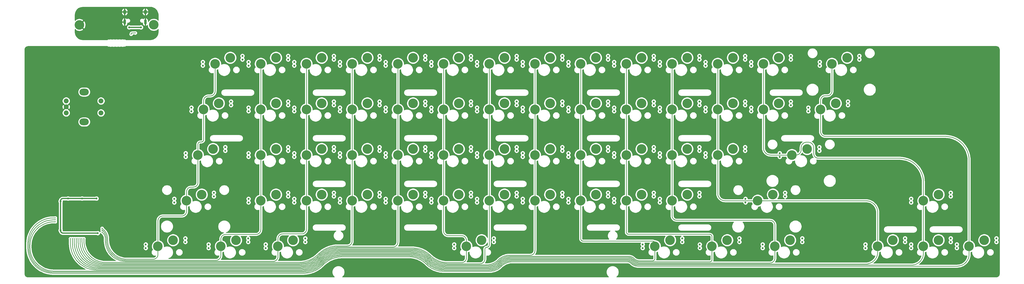
<source format=gbr>
G04 #@! TF.GenerationSoftware,KiCad,Pcbnew,(5.1.9)-1*
G04 #@! TF.CreationDate,2021-04-13T22:09:08-06:00*
G04 #@! TF.ProjectId,64,36342e6b-6963-4616-945f-706362585858,rev?*
G04 #@! TF.SameCoordinates,Original*
G04 #@! TF.FileFunction,Copper,L1,Top*
G04 #@! TF.FilePolarity,Positive*
%FSLAX46Y46*%
G04 Gerber Fmt 4.6, Leading zero omitted, Abs format (unit mm)*
G04 Created by KiCad (PCBNEW (5.1.9)-1) date 2021-04-13 22:09:08*
%MOMM*%
%LPD*%
G01*
G04 APERTURE LIST*
G04 #@! TA.AperFunction,ComponentPad*
%ADD10C,4.000000*%
G04 #@! TD*
G04 #@! TA.AperFunction,ComponentPad*
%ADD11C,0.800000*%
G04 #@! TD*
G04 #@! TA.AperFunction,ComponentPad*
%ADD12C,2.032000*%
G04 #@! TD*
G04 #@! TA.AperFunction,ComponentPad*
%ADD13O,3.900000X2.799999*%
G04 #@! TD*
G04 #@! TA.AperFunction,ComponentPad*
%ADD14O,1.100000X2.200000*%
G04 #@! TD*
G04 #@! TA.AperFunction,ComponentPad*
%ADD15O,1.300000X1.900000*%
G04 #@! TD*
G04 #@! TA.AperFunction,ViaPad*
%ADD16C,0.450000*%
G04 #@! TD*
G04 #@! TA.AperFunction,ViaPad*
%ADD17C,0.800000*%
G04 #@! TD*
G04 #@! TA.AperFunction,Conductor*
%ADD18C,0.508000*%
G04 #@! TD*
G04 #@! TA.AperFunction,Conductor*
%ADD19C,0.250000*%
G04 #@! TD*
G04 #@! TA.AperFunction,Conductor*
%ADD20C,0.254000*%
G04 #@! TD*
G04 #@! TA.AperFunction,Conductor*
%ADD21C,0.100000*%
G04 #@! TD*
G04 APERTURE END LIST*
D10*
G04 #@! TO.P,MX_CAPS1,1*
G04 #@! TO.N,COL1*
X157202500Y-211810000D03*
D11*
G04 #@! TO.P,MX_CAPS1,2*
G04 #@! TO.N,Net-(D42-Pad1)*
X168632500Y-208508000D03*
X168632500Y-210032000D03*
G04 #@! TO.P,MX_CAPS1,1*
G04 #@! TO.N,COL1*
X152122500Y-212572000D03*
D10*
G04 #@! TO.P,MX_CAPS1,2*
G04 #@! TO.N,Net-(D42-Pad1)*
X163552500Y-209270000D03*
D11*
G04 #@! TO.P,MX_CAPS1,1*
G04 #@! TO.N,COL1*
X152122500Y-211048000D03*
G04 #@! TD*
G04 #@! TO.P,MX_UP1,2*
G04 #@! TO.N,Net-(D56-Pad1)*
X471051250Y-229082000D03*
G04 #@! TO.P,MX_UP1,1*
G04 #@! TO.N,COL13*
X454541250Y-231622000D03*
G04 #@! TO.P,MX_UP1,2*
G04 #@! TO.N,Net-(D56-Pad1)*
X471051250Y-227558000D03*
G04 #@! TO.P,MX_UP1,1*
G04 #@! TO.N,COL13*
X454541250Y-230098000D03*
D10*
X459621250Y-230860000D03*
G04 #@! TO.P,MX_UP1,2*
G04 #@! TO.N,Net-(D56-Pad1)*
X465971250Y-228320000D03*
G04 #@! TD*
D11*
G04 #@! TO.P,MX_.1,2*
G04 #@! TO.N,Net-(D67-Pad1)*
X347226250Y-229082000D03*
G04 #@! TO.P,MX_.1,1*
G04 #@! TO.N,COL10*
X330716250Y-231622000D03*
G04 #@! TO.P,MX_.1,2*
G04 #@! TO.N,Net-(D67-Pad1)*
X347226250Y-227558000D03*
G04 #@! TO.P,MX_.1,1*
G04 #@! TO.N,COL10*
X330716250Y-230098000D03*
D10*
X335796250Y-230860000D03*
G04 #@! TO.P,MX_.1,2*
G04 #@! TO.N,Net-(D67-Pad1)*
X342146250Y-228320000D03*
G04 #@! TD*
D11*
G04 #@! TO.P,MX_\u002C1,2*
G04 #@! TO.N,Net-(D66-Pad1)*
X328176250Y-229082000D03*
G04 #@! TO.P,MX_\u002C1,1*
G04 #@! TO.N,COL9*
X311666250Y-231622000D03*
G04 #@! TO.P,MX_\u002C1,2*
G04 #@! TO.N,Net-(D66-Pad1)*
X328176250Y-227558000D03*
G04 #@! TO.P,MX_\u002C1,1*
G04 #@! TO.N,COL9*
X311666250Y-230098000D03*
D10*
X316746250Y-230860000D03*
G04 #@! TO.P,MX_\u002C1,2*
G04 #@! TO.N,Net-(D66-Pad1)*
X323096250Y-228320000D03*
G04 #@! TD*
D11*
G04 #@! TO.P,MX_#0,2*
G04 #@! TO.N,Net-(D18-Pad1)*
X366276250Y-171932000D03*
G04 #@! TO.P,MX_#0,1*
G04 #@! TO.N,COL11*
X349766250Y-174472000D03*
G04 #@! TO.P,MX_#0,2*
G04 #@! TO.N,Net-(D18-Pad1)*
X366276250Y-170408000D03*
G04 #@! TO.P,MX_#0,1*
G04 #@! TO.N,COL11*
X349766250Y-172948000D03*
D10*
X354846250Y-173710000D03*
G04 #@! TO.P,MX_#0,2*
G04 #@! TO.N,Net-(D18-Pad1)*
X361196250Y-171170000D03*
G04 #@! TD*
D11*
G04 #@! TO.P,MX_#1,2*
G04 #@! TO.N,Net-(D9-Pad1)*
X194826250Y-171932000D03*
G04 #@! TO.P,MX_#1,1*
G04 #@! TO.N,COL2*
X178316250Y-174472000D03*
G04 #@! TO.P,MX_#1,2*
G04 #@! TO.N,Net-(D9-Pad1)*
X194826250Y-170408000D03*
G04 #@! TO.P,MX_#1,1*
G04 #@! TO.N,COL2*
X178316250Y-172948000D03*
D10*
X183396250Y-173710000D03*
G04 #@! TO.P,MX_#1,2*
G04 #@! TO.N,Net-(D9-Pad1)*
X189746250Y-171170000D03*
G04 #@! TD*
D11*
G04 #@! TO.P,MX_#2,2*
G04 #@! TO.N,Net-(D10-Pad1)*
X213876250Y-171932000D03*
G04 #@! TO.P,MX_#2,1*
G04 #@! TO.N,COL3*
X197366250Y-174472000D03*
G04 #@! TO.P,MX_#2,2*
G04 #@! TO.N,Net-(D10-Pad1)*
X213876250Y-170408000D03*
G04 #@! TO.P,MX_#2,1*
G04 #@! TO.N,COL3*
X197366250Y-172948000D03*
D10*
X202446250Y-173710000D03*
G04 #@! TO.P,MX_#2,2*
G04 #@! TO.N,Net-(D10-Pad1)*
X208796250Y-171170000D03*
G04 #@! TD*
D11*
G04 #@! TO.P,MX_#3,2*
G04 #@! TO.N,Net-(D11-Pad1)*
X232926250Y-171932000D03*
G04 #@! TO.P,MX_#3,1*
G04 #@! TO.N,COL4*
X216416250Y-174472000D03*
G04 #@! TO.P,MX_#3,2*
G04 #@! TO.N,Net-(D11-Pad1)*
X232926250Y-170408000D03*
G04 #@! TO.P,MX_#3,1*
G04 #@! TO.N,COL4*
X216416250Y-172948000D03*
D10*
X221496250Y-173710000D03*
G04 #@! TO.P,MX_#3,2*
G04 #@! TO.N,Net-(D11-Pad1)*
X227846250Y-171170000D03*
G04 #@! TD*
D11*
G04 #@! TO.P,MX_#4,2*
G04 #@! TO.N,Net-(D12-Pad1)*
X251976250Y-171932000D03*
G04 #@! TO.P,MX_#4,1*
G04 #@! TO.N,COL5*
X235466250Y-174472000D03*
G04 #@! TO.P,MX_#4,2*
G04 #@! TO.N,Net-(D12-Pad1)*
X251976250Y-170408000D03*
G04 #@! TO.P,MX_#4,1*
G04 #@! TO.N,COL5*
X235466250Y-172948000D03*
D10*
X240546250Y-173710000D03*
G04 #@! TO.P,MX_#4,2*
G04 #@! TO.N,Net-(D12-Pad1)*
X246896250Y-171170000D03*
G04 #@! TD*
D11*
G04 #@! TO.P,MX_#5,2*
G04 #@! TO.N,Net-(D13-Pad1)*
X271026250Y-171932000D03*
G04 #@! TO.P,MX_#5,1*
G04 #@! TO.N,COL6*
X254516250Y-174472000D03*
G04 #@! TO.P,MX_#5,2*
G04 #@! TO.N,Net-(D13-Pad1)*
X271026250Y-170408000D03*
G04 #@! TO.P,MX_#5,1*
G04 #@! TO.N,COL6*
X254516250Y-172948000D03*
D10*
X259596250Y-173710000D03*
G04 #@! TO.P,MX_#5,2*
G04 #@! TO.N,Net-(D13-Pad1)*
X265946250Y-171170000D03*
G04 #@! TD*
D11*
G04 #@! TO.P,MX_#6,2*
G04 #@! TO.N,Net-(D14-Pad1)*
X290076250Y-171932000D03*
G04 #@! TO.P,MX_#6,1*
G04 #@! TO.N,COL7*
X273566250Y-174472000D03*
G04 #@! TO.P,MX_#6,2*
G04 #@! TO.N,Net-(D14-Pad1)*
X290076250Y-170408000D03*
G04 #@! TO.P,MX_#6,1*
G04 #@! TO.N,COL7*
X273566250Y-172948000D03*
D10*
X278646250Y-173710000D03*
G04 #@! TO.P,MX_#6,2*
G04 #@! TO.N,Net-(D14-Pad1)*
X284996250Y-171170000D03*
G04 #@! TD*
D11*
G04 #@! TO.P,MX_#7,2*
G04 #@! TO.N,Net-(D15-Pad1)*
X309126250Y-171932000D03*
G04 #@! TO.P,MX_#7,1*
G04 #@! TO.N,COL8*
X292616250Y-174472000D03*
G04 #@! TO.P,MX_#7,2*
G04 #@! TO.N,Net-(D15-Pad1)*
X309126250Y-170408000D03*
G04 #@! TO.P,MX_#7,1*
G04 #@! TO.N,COL8*
X292616250Y-172948000D03*
D10*
X297696250Y-173710000D03*
G04 #@! TO.P,MX_#7,2*
G04 #@! TO.N,Net-(D15-Pad1)*
X304046250Y-171170000D03*
G04 #@! TD*
D11*
G04 #@! TO.P,MX_#8,2*
G04 #@! TO.N,Net-(D16-Pad1)*
X328176250Y-171932000D03*
G04 #@! TO.P,MX_#8,1*
G04 #@! TO.N,COL9*
X311666250Y-174472000D03*
G04 #@! TO.P,MX_#8,2*
G04 #@! TO.N,Net-(D16-Pad1)*
X328176250Y-170408000D03*
G04 #@! TO.P,MX_#8,1*
G04 #@! TO.N,COL9*
X311666250Y-172948000D03*
D10*
X316746250Y-173710000D03*
G04 #@! TO.P,MX_#8,2*
G04 #@! TO.N,Net-(D16-Pad1)*
X323096250Y-171170000D03*
G04 #@! TD*
D11*
G04 #@! TO.P,MX_#9,2*
G04 #@! TO.N,Net-(D17-Pad1)*
X347226250Y-171932000D03*
G04 #@! TO.P,MX_#9,1*
G04 #@! TO.N,COL10*
X330716250Y-174472000D03*
G04 #@! TO.P,MX_#9,2*
G04 #@! TO.N,Net-(D17-Pad1)*
X347226250Y-170408000D03*
G04 #@! TO.P,MX_#9,1*
G04 #@! TO.N,COL10*
X330716250Y-172948000D03*
D10*
X335796250Y-173710000D03*
G04 #@! TO.P,MX_#9,2*
G04 #@! TO.N,Net-(D17-Pad1)*
X342146250Y-171170000D03*
G04 #@! TD*
D11*
G04 #@! TO.P,MX_'1,2*
G04 #@! TO.N,Net-(D53-Pad1)*
X385326250Y-210032000D03*
G04 #@! TO.P,MX_'1,1*
G04 #@! TO.N,COL12*
X368816250Y-212572000D03*
G04 #@! TO.P,MX_'1,2*
G04 #@! TO.N,Net-(D53-Pad1)*
X385326250Y-208508000D03*
G04 #@! TO.P,MX_'1,1*
G04 #@! TO.N,COL12*
X368816250Y-211048000D03*
D10*
X373896250Y-211810000D03*
G04 #@! TO.P,MX_'1,2*
G04 #@! TO.N,Net-(D53-Pad1)*
X380246250Y-209270000D03*
G04 #@! TD*
D11*
G04 #@! TO.P,MX_-1,2*
G04 #@! TO.N,Net-(D19-Pad1)*
X385326250Y-171932000D03*
G04 #@! TO.P,MX_-1,1*
G04 #@! TO.N,COL12*
X368816250Y-174472000D03*
G04 #@! TO.P,MX_-1,2*
G04 #@! TO.N,Net-(D19-Pad1)*
X385326250Y-170408000D03*
G04 #@! TO.P,MX_-1,1*
G04 #@! TO.N,COL12*
X368816250Y-172948000D03*
D10*
X373896250Y-173710000D03*
G04 #@! TO.P,MX_-1,2*
G04 #@! TO.N,Net-(D19-Pad1)*
X380246250Y-171170000D03*
G04 #@! TD*
D11*
G04 #@! TO.P,MX_/1,2*
G04 #@! TO.N,Net-(D68-Pad1)*
X366276250Y-229082000D03*
G04 #@! TO.P,MX_/1,1*
G04 #@! TO.N,COL11*
X349766250Y-231622000D03*
G04 #@! TO.P,MX_/1,2*
G04 #@! TO.N,Net-(D68-Pad1)*
X366276250Y-227558000D03*
G04 #@! TO.P,MX_/1,1*
G04 #@! TO.N,COL11*
X349766250Y-230098000D03*
D10*
X354846250Y-230860000D03*
G04 #@! TO.P,MX_/1,2*
G04 #@! TO.N,Net-(D68-Pad1)*
X361196250Y-228320000D03*
G04 #@! TD*
D11*
G04 #@! TO.P,MX_;1,2*
G04 #@! TO.N,Net-(D52-Pad1)*
X366276250Y-210032000D03*
G04 #@! TO.P,MX_;1,1*
G04 #@! TO.N,COL11*
X349766250Y-212572000D03*
G04 #@! TO.P,MX_;1,2*
G04 #@! TO.N,Net-(D52-Pad1)*
X366276250Y-208508000D03*
G04 #@! TO.P,MX_;1,1*
G04 #@! TO.N,COL11*
X349766250Y-211048000D03*
D10*
X354846250Y-211810000D03*
G04 #@! TO.P,MX_;1,2*
G04 #@! TO.N,Net-(D52-Pad1)*
X361196250Y-209270000D03*
G04 #@! TD*
D11*
G04 #@! TO.P,MX_=1,2*
G04 #@! TO.N,Net-(D20-Pad1)*
X404376250Y-171932000D03*
G04 #@! TO.P,MX_=1,1*
G04 #@! TO.N,COL13*
X387866250Y-174472000D03*
G04 #@! TO.P,MX_=1,2*
G04 #@! TO.N,Net-(D20-Pad1)*
X404376250Y-170408000D03*
G04 #@! TO.P,MX_=1,1*
G04 #@! TO.N,COL13*
X387866250Y-172948000D03*
D10*
X392946250Y-173710000D03*
G04 #@! TO.P,MX_=1,2*
G04 #@! TO.N,Net-(D20-Pad1)*
X399296250Y-171170000D03*
G04 #@! TD*
D11*
G04 #@! TO.P,MX_[1,2*
G04 #@! TO.N,Net-(D36-Pad1)*
X385326250Y-190982000D03*
G04 #@! TO.P,MX_[1,1*
G04 #@! TO.N,COL12*
X368816250Y-193522000D03*
G04 #@! TO.P,MX_[1,2*
G04 #@! TO.N,Net-(D36-Pad1)*
X385326250Y-189458000D03*
G04 #@! TO.P,MX_[1,1*
G04 #@! TO.N,COL12*
X368816250Y-191998000D03*
D10*
X373896250Y-192760000D03*
G04 #@! TO.P,MX_[1,2*
G04 #@! TO.N,Net-(D36-Pad1)*
X380246250Y-190220000D03*
G04 #@! TD*
D11*
G04 #@! TO.P,MX_]1,2*
G04 #@! TO.N,Net-(D37-Pad1)*
X404376250Y-190982000D03*
G04 #@! TO.P,MX_]1,1*
G04 #@! TO.N,COL13*
X387866250Y-193522000D03*
G04 #@! TO.P,MX_]1,2*
G04 #@! TO.N,Net-(D37-Pad1)*
X404376250Y-189458000D03*
G04 #@! TO.P,MX_]1,1*
G04 #@! TO.N,COL13*
X387866250Y-191998000D03*
D10*
X392946250Y-192760000D03*
G04 #@! TO.P,MX_]1,2*
G04 #@! TO.N,Net-(D37-Pad1)*
X399296250Y-190220000D03*
G04 #@! TD*
D11*
G04 #@! TO.P,MX_A1,2*
G04 #@! TO.N,Net-(D43-Pad1)*
X194826250Y-210032000D03*
G04 #@! TO.P,MX_A1,1*
G04 #@! TO.N,COL2*
X178316250Y-212572000D03*
G04 #@! TO.P,MX_A1,2*
G04 #@! TO.N,Net-(D43-Pad1)*
X194826250Y-208508000D03*
G04 #@! TO.P,MX_A1,1*
G04 #@! TO.N,COL2*
X178316250Y-211048000D03*
D10*
X183396250Y-211810000D03*
G04 #@! TO.P,MX_A1,2*
G04 #@! TO.N,Net-(D43-Pad1)*
X189746250Y-209270000D03*
G04 #@! TD*
D11*
G04 #@! TO.P,MX_B1,2*
G04 #@! TO.N,Net-(D63-Pad1)*
X271026250Y-229082000D03*
G04 #@! TO.P,MX_B1,1*
G04 #@! TO.N,COL6*
X254516250Y-231622000D03*
G04 #@! TO.P,MX_B1,2*
G04 #@! TO.N,Net-(D63-Pad1)*
X271026250Y-227558000D03*
G04 #@! TO.P,MX_B1,1*
G04 #@! TO.N,COL6*
X254516250Y-230098000D03*
D10*
X259596250Y-230860000D03*
G04 #@! TO.P,MX_B1,2*
G04 #@! TO.N,Net-(D63-Pad1)*
X265946250Y-228320000D03*
G04 #@! TD*
D11*
G04 #@! TO.P,MX_C1,2*
G04 #@! TO.N,Net-(D61-Pad1)*
X232926250Y-229082000D03*
G04 #@! TO.P,MX_C1,1*
G04 #@! TO.N,COL4*
X216416250Y-231622000D03*
G04 #@! TO.P,MX_C1,2*
G04 #@! TO.N,Net-(D61-Pad1)*
X232926250Y-227558000D03*
G04 #@! TO.P,MX_C1,1*
G04 #@! TO.N,COL4*
X216416250Y-230098000D03*
D10*
X221496250Y-230860000D03*
G04 #@! TO.P,MX_C1,2*
G04 #@! TO.N,Net-(D61-Pad1)*
X227846250Y-228320000D03*
G04 #@! TD*
D11*
G04 #@! TO.P,MX_D1,2*
G04 #@! TO.N,Net-(D45-Pad1)*
X232926250Y-210032000D03*
G04 #@! TO.P,MX_D1,1*
G04 #@! TO.N,COL4*
X216416250Y-212572000D03*
G04 #@! TO.P,MX_D1,2*
G04 #@! TO.N,Net-(D45-Pad1)*
X232926250Y-208508000D03*
G04 #@! TO.P,MX_D1,1*
G04 #@! TO.N,COL4*
X216416250Y-211048000D03*
D10*
X221496250Y-211810000D03*
G04 #@! TO.P,MX_D1,2*
G04 #@! TO.N,Net-(D45-Pad1)*
X227846250Y-209270000D03*
G04 #@! TD*
D11*
G04 #@! TO.P,MX_DOWN1,2*
G04 #@! TO.N,Net-(D71-Pad1)*
X471051250Y-248132000D03*
G04 #@! TO.P,MX_DOWN1,1*
G04 #@! TO.N,COL13*
X454541250Y-250672000D03*
G04 #@! TO.P,MX_DOWN1,2*
G04 #@! TO.N,Net-(D71-Pad1)*
X471051250Y-246608000D03*
G04 #@! TO.P,MX_DOWN1,1*
G04 #@! TO.N,COL13*
X454541250Y-249148000D03*
D10*
X459621250Y-249910000D03*
G04 #@! TO.P,MX_DOWN1,2*
G04 #@! TO.N,Net-(D71-Pad1)*
X465971250Y-247370000D03*
G04 #@! TD*
D11*
G04 #@! TO.P,MX_E1,2*
G04 #@! TO.N,Net-(D28-Pad1)*
X232926250Y-190982000D03*
G04 #@! TO.P,MX_E1,1*
G04 #@! TO.N,COL4*
X216416250Y-193522000D03*
G04 #@! TO.P,MX_E1,2*
G04 #@! TO.N,Net-(D28-Pad1)*
X232926250Y-189458000D03*
G04 #@! TO.P,MX_E1,1*
G04 #@! TO.N,COL4*
X216416250Y-191998000D03*
D10*
X221496250Y-192760000D03*
G04 #@! TO.P,MX_E1,2*
G04 #@! TO.N,Net-(D28-Pad1)*
X227846250Y-190220000D03*
G04 #@! TD*
D11*
G04 #@! TO.P,MX_ESC1,2*
G04 #@! TO.N,Net-(D8-Pad1)*
X175776250Y-171932000D03*
G04 #@! TO.P,MX_ESC1,1*
G04 #@! TO.N,COL1*
X159266250Y-174472000D03*
G04 #@! TO.P,MX_ESC1,2*
G04 #@! TO.N,Net-(D8-Pad1)*
X175776250Y-170408000D03*
G04 #@! TO.P,MX_ESC1,1*
G04 #@! TO.N,COL1*
X159266250Y-172948000D03*
D10*
X164346250Y-173710000D03*
G04 #@! TO.P,MX_ESC1,2*
G04 #@! TO.N,Net-(D8-Pad1)*
X170696250Y-171170000D03*
G04 #@! TD*
D11*
G04 #@! TO.P,MX_F1,2*
G04 #@! TO.N,Net-(D46-Pad1)*
X251976250Y-210032000D03*
G04 #@! TO.P,MX_F1,1*
G04 #@! TO.N,COL5*
X235466250Y-212572000D03*
G04 #@! TO.P,MX_F1,2*
G04 #@! TO.N,Net-(D46-Pad1)*
X251976250Y-208508000D03*
G04 #@! TO.P,MX_F1,1*
G04 #@! TO.N,COL5*
X235466250Y-211048000D03*
D10*
X240546250Y-211810000D03*
G04 #@! TO.P,MX_F1,2*
G04 #@! TO.N,Net-(D46-Pad1)*
X246896250Y-209270000D03*
G04 #@! TD*
D11*
G04 #@! TO.P,MX_G1,2*
G04 #@! TO.N,Net-(D47-Pad1)*
X271026250Y-210032000D03*
G04 #@! TO.P,MX_G1,1*
G04 #@! TO.N,COL6*
X254516250Y-212572000D03*
G04 #@! TO.P,MX_G1,2*
G04 #@! TO.N,Net-(D47-Pad1)*
X271026250Y-208508000D03*
G04 #@! TO.P,MX_G1,1*
G04 #@! TO.N,COL6*
X254516250Y-211048000D03*
D10*
X259596250Y-211810000D03*
G04 #@! TO.P,MX_G1,2*
G04 #@! TO.N,Net-(D47-Pad1)*
X265946250Y-209270000D03*
G04 #@! TD*
D11*
G04 #@! TO.P,MX_H1,2*
G04 #@! TO.N,Net-(D48-Pad1)*
X290076250Y-210032000D03*
G04 #@! TO.P,MX_H1,1*
G04 #@! TO.N,COL7*
X273566250Y-212572000D03*
G04 #@! TO.P,MX_H1,2*
G04 #@! TO.N,Net-(D48-Pad1)*
X290076250Y-208508000D03*
G04 #@! TO.P,MX_H1,1*
G04 #@! TO.N,COL7*
X273566250Y-211048000D03*
D10*
X278646250Y-211810000D03*
G04 #@! TO.P,MX_H1,2*
G04 #@! TO.N,Net-(D48-Pad1)*
X284996250Y-209270000D03*
G04 #@! TD*
D11*
G04 #@! TO.P,MX_I1,2*
G04 #@! TO.N,Net-(D33-Pad1)*
X328176250Y-190982000D03*
G04 #@! TO.P,MX_I1,1*
G04 #@! TO.N,COL9*
X311666250Y-193522000D03*
G04 #@! TO.P,MX_I1,2*
G04 #@! TO.N,Net-(D33-Pad1)*
X328176250Y-189458000D03*
G04 #@! TO.P,MX_I1,1*
G04 #@! TO.N,COL9*
X311666250Y-191998000D03*
D10*
X316746250Y-192760000D03*
G04 #@! TO.P,MX_I1,2*
G04 #@! TO.N,Net-(D33-Pad1)*
X323096250Y-190220000D03*
G04 #@! TD*
D11*
G04 #@! TO.P,MX_J1,2*
G04 #@! TO.N,Net-(D49-Pad1)*
X309126250Y-210032000D03*
G04 #@! TO.P,MX_J1,1*
G04 #@! TO.N,COL8*
X292616250Y-212572000D03*
G04 #@! TO.P,MX_J1,2*
G04 #@! TO.N,Net-(D49-Pad1)*
X309126250Y-208508000D03*
G04 #@! TO.P,MX_J1,1*
G04 #@! TO.N,COL8*
X292616250Y-211048000D03*
D10*
X297696250Y-211810000D03*
G04 #@! TO.P,MX_J1,2*
G04 #@! TO.N,Net-(D49-Pad1)*
X304046250Y-209270000D03*
G04 #@! TD*
D11*
G04 #@! TO.P,MX_K1,2*
G04 #@! TO.N,Net-(D50-Pad1)*
X328176250Y-210032000D03*
G04 #@! TO.P,MX_K1,1*
G04 #@! TO.N,COL9*
X311666250Y-212572000D03*
G04 #@! TO.P,MX_K1,2*
G04 #@! TO.N,Net-(D50-Pad1)*
X328176250Y-208508000D03*
G04 #@! TO.P,MX_K1,1*
G04 #@! TO.N,COL9*
X311666250Y-211048000D03*
D10*
X316746250Y-211810000D03*
G04 #@! TO.P,MX_K1,2*
G04 #@! TO.N,Net-(D50-Pad1)*
X323096250Y-209270000D03*
G04 #@! TD*
D11*
G04 #@! TO.P,MX_L1,2*
G04 #@! TO.N,Net-(D51-Pad1)*
X347226250Y-210032000D03*
G04 #@! TO.P,MX_L1,1*
G04 #@! TO.N,COL10*
X330716250Y-212572000D03*
G04 #@! TO.P,MX_L1,2*
G04 #@! TO.N,Net-(D51-Pad1)*
X347226250Y-208508000D03*
G04 #@! TO.P,MX_L1,1*
G04 #@! TO.N,COL10*
X330716250Y-211048000D03*
D10*
X335796250Y-211810000D03*
G04 #@! TO.P,MX_L1,2*
G04 #@! TO.N,Net-(D51-Pad1)*
X342146250Y-209270000D03*
G04 #@! TD*
D11*
G04 #@! TO.P,MX_LEFT1,2*
G04 #@! TO.N,Net-(D70-Pad1)*
X452001250Y-248132000D03*
G04 #@! TO.P,MX_LEFT1,1*
G04 #@! TO.N,COL12*
X435491250Y-250672000D03*
G04 #@! TO.P,MX_LEFT1,2*
G04 #@! TO.N,Net-(D70-Pad1)*
X452001250Y-246608000D03*
G04 #@! TO.P,MX_LEFT1,1*
G04 #@! TO.N,COL12*
X435491250Y-249148000D03*
D10*
X440571250Y-249910000D03*
G04 #@! TO.P,MX_LEFT1,2*
G04 #@! TO.N,Net-(D70-Pad1)*
X446921250Y-247370000D03*
G04 #@! TD*
D11*
G04 #@! TO.P,MX_M1,2*
G04 #@! TO.N,Net-(D65-Pad1)*
X309126250Y-229082000D03*
G04 #@! TO.P,MX_M1,1*
G04 #@! TO.N,COL8*
X292616250Y-231622000D03*
G04 #@! TO.P,MX_M1,2*
G04 #@! TO.N,Net-(D65-Pad1)*
X309126250Y-227558000D03*
G04 #@! TO.P,MX_M1,1*
G04 #@! TO.N,COL8*
X292616250Y-230098000D03*
D10*
X297696250Y-230860000D03*
G04 #@! TO.P,MX_M1,2*
G04 #@! TO.N,Net-(D65-Pad1)*
X304046250Y-228320000D03*
G04 #@! TD*
D11*
G04 #@! TO.P,MX_N1,2*
G04 #@! TO.N,Net-(D64-Pad1)*
X290076250Y-229082000D03*
G04 #@! TO.P,MX_N1,1*
G04 #@! TO.N,COL7*
X273566250Y-231622000D03*
G04 #@! TO.P,MX_N1,2*
G04 #@! TO.N,Net-(D64-Pad1)*
X290076250Y-227558000D03*
G04 #@! TO.P,MX_N1,1*
G04 #@! TO.N,COL7*
X273566250Y-230098000D03*
D10*
X278646250Y-230860000D03*
G04 #@! TO.P,MX_N1,2*
G04 #@! TO.N,Net-(D64-Pad1)*
X284996250Y-228320000D03*
G04 #@! TD*
D11*
G04 #@! TO.P,MX_O1,2*
G04 #@! TO.N,Net-(D34-Pad1)*
X347226250Y-190982000D03*
G04 #@! TO.P,MX_O1,1*
G04 #@! TO.N,COL10*
X330716250Y-193522000D03*
G04 #@! TO.P,MX_O1,2*
G04 #@! TO.N,Net-(D34-Pad1)*
X347226250Y-189458000D03*
G04 #@! TO.P,MX_O1,1*
G04 #@! TO.N,COL10*
X330716250Y-191998000D03*
D10*
X335796250Y-192760000D03*
G04 #@! TO.P,MX_O1,2*
G04 #@! TO.N,Net-(D34-Pad1)*
X342146250Y-190220000D03*
G04 #@! TD*
D11*
G04 #@! TO.P,MX_P1,2*
G04 #@! TO.N,Net-(D35-Pad1)*
X366276250Y-190982000D03*
G04 #@! TO.P,MX_P1,1*
G04 #@! TO.N,COL11*
X349766250Y-193522000D03*
G04 #@! TO.P,MX_P1,2*
G04 #@! TO.N,Net-(D35-Pad1)*
X366276250Y-189458000D03*
G04 #@! TO.P,MX_P1,1*
G04 #@! TO.N,COL11*
X349766250Y-191998000D03*
D10*
X354846250Y-192760000D03*
G04 #@! TO.P,MX_P1,2*
G04 #@! TO.N,Net-(D35-Pad1)*
X361196250Y-190220000D03*
G04 #@! TD*
D11*
G04 #@! TO.P,MX_Q1,2*
G04 #@! TO.N,Net-(D26-Pad1)*
X194826250Y-190982000D03*
G04 #@! TO.P,MX_Q1,1*
G04 #@! TO.N,COL2*
X178316250Y-193522000D03*
G04 #@! TO.P,MX_Q1,2*
G04 #@! TO.N,Net-(D26-Pad1)*
X194826250Y-189458000D03*
G04 #@! TO.P,MX_Q1,1*
G04 #@! TO.N,COL2*
X178316250Y-191998000D03*
D10*
X183396250Y-192760000D03*
G04 #@! TO.P,MX_Q1,2*
G04 #@! TO.N,Net-(D26-Pad1)*
X189746250Y-190220000D03*
G04 #@! TD*
D11*
G04 #@! TO.P,MX_R1,2*
G04 #@! TO.N,Net-(D29-Pad1)*
X251976250Y-190982000D03*
G04 #@! TO.P,MX_R1,1*
G04 #@! TO.N,COL5*
X235466250Y-193522000D03*
G04 #@! TO.P,MX_R1,2*
G04 #@! TO.N,Net-(D29-Pad1)*
X251976250Y-189458000D03*
G04 #@! TO.P,MX_R1,1*
G04 #@! TO.N,COL5*
X235466250Y-191998000D03*
D10*
X240546250Y-192760000D03*
G04 #@! TO.P,MX_R1,2*
G04 #@! TO.N,Net-(D29-Pad1)*
X246896250Y-190220000D03*
G04 #@! TD*
D11*
G04 #@! TO.P,MX_RIGHT1,2*
G04 #@! TO.N,Net-(D72-Pad1)*
X490101250Y-248132000D03*
G04 #@! TO.P,MX_RIGHT1,1*
G04 #@! TO.N,COL14*
X473591250Y-250672000D03*
G04 #@! TO.P,MX_RIGHT1,2*
G04 #@! TO.N,Net-(D72-Pad1)*
X490101250Y-246608000D03*
G04 #@! TO.P,MX_RIGHT1,1*
G04 #@! TO.N,COL14*
X473591250Y-249148000D03*
D10*
X478671250Y-249910000D03*
G04 #@! TO.P,MX_RIGHT1,2*
G04 #@! TO.N,Net-(D72-Pad1)*
X485021250Y-247370000D03*
G04 #@! TD*
D11*
G04 #@! TO.P,MX_S1,2*
G04 #@! TO.N,Net-(D44-Pad1)*
X213876250Y-210032000D03*
G04 #@! TO.P,MX_S1,1*
G04 #@! TO.N,COL3*
X197366250Y-212572000D03*
G04 #@! TO.P,MX_S1,2*
G04 #@! TO.N,Net-(D44-Pad1)*
X213876250Y-208508000D03*
G04 #@! TO.P,MX_S1,1*
G04 #@! TO.N,COL3*
X197366250Y-211048000D03*
D10*
X202446250Y-211810000D03*
G04 #@! TO.P,MX_S1,2*
G04 #@! TO.N,Net-(D44-Pad1)*
X208796250Y-209270000D03*
G04 #@! TD*
D11*
G04 #@! TO.P,MX_T1,2*
G04 #@! TO.N,Net-(D30-Pad1)*
X271026250Y-190982000D03*
G04 #@! TO.P,MX_T1,1*
G04 #@! TO.N,COL6*
X254516250Y-193522000D03*
G04 #@! TO.P,MX_T1,2*
G04 #@! TO.N,Net-(D30-Pad1)*
X271026250Y-189458000D03*
G04 #@! TO.P,MX_T1,1*
G04 #@! TO.N,COL6*
X254516250Y-191998000D03*
D10*
X259596250Y-192760000D03*
G04 #@! TO.P,MX_T1,2*
G04 #@! TO.N,Net-(D30-Pad1)*
X265946250Y-190220000D03*
G04 #@! TD*
D11*
G04 #@! TO.P,MX_V1,2*
G04 #@! TO.N,Net-(D62-Pad1)*
X251976250Y-229082000D03*
G04 #@! TO.P,MX_V1,1*
G04 #@! TO.N,COL5*
X235466250Y-231622000D03*
G04 #@! TO.P,MX_V1,2*
G04 #@! TO.N,Net-(D62-Pad1)*
X251976250Y-227558000D03*
G04 #@! TO.P,MX_V1,1*
G04 #@! TO.N,COL5*
X235466250Y-230098000D03*
D10*
X240546250Y-230860000D03*
G04 #@! TO.P,MX_V1,2*
G04 #@! TO.N,Net-(D62-Pad1)*
X246896250Y-228320000D03*
G04 #@! TD*
D11*
G04 #@! TO.P,MX_W1,2*
G04 #@! TO.N,Net-(D27-Pad1)*
X213876250Y-190982000D03*
G04 #@! TO.P,MX_W1,1*
G04 #@! TO.N,COL3*
X197366250Y-193522000D03*
G04 #@! TO.P,MX_W1,2*
G04 #@! TO.N,Net-(D27-Pad1)*
X213876250Y-189458000D03*
G04 #@! TO.P,MX_W1,1*
G04 #@! TO.N,COL3*
X197366250Y-191998000D03*
D10*
X202446250Y-192760000D03*
G04 #@! TO.P,MX_W1,2*
G04 #@! TO.N,Net-(D27-Pad1)*
X208796250Y-190220000D03*
G04 #@! TD*
D11*
G04 #@! TO.P,MX_X1,2*
G04 #@! TO.N,Net-(D60-Pad1)*
X213876250Y-229082000D03*
G04 #@! TO.P,MX_X1,1*
G04 #@! TO.N,COL3*
X197366250Y-231622000D03*
G04 #@! TO.P,MX_X1,2*
G04 #@! TO.N,Net-(D60-Pad1)*
X213876250Y-227558000D03*
G04 #@! TO.P,MX_X1,1*
G04 #@! TO.N,COL3*
X197366250Y-230098000D03*
D10*
X202446250Y-230860000D03*
G04 #@! TO.P,MX_X1,2*
G04 #@! TO.N,Net-(D60-Pad1)*
X208796250Y-228320000D03*
G04 #@! TD*
D11*
G04 #@! TO.P,MX_Y1,2*
G04 #@! TO.N,Net-(D31-Pad1)*
X290076250Y-190982000D03*
G04 #@! TO.P,MX_Y1,1*
G04 #@! TO.N,COL7*
X273566250Y-193522000D03*
G04 #@! TO.P,MX_Y1,2*
G04 #@! TO.N,Net-(D31-Pad1)*
X290076250Y-189458000D03*
G04 #@! TO.P,MX_Y1,1*
G04 #@! TO.N,COL7*
X273566250Y-191998000D03*
D10*
X278646250Y-192760000D03*
G04 #@! TO.P,MX_Y1,2*
G04 #@! TO.N,Net-(D31-Pad1)*
X284996250Y-190220000D03*
G04 #@! TD*
D11*
G04 #@! TO.P,MX_Z1,2*
G04 #@! TO.N,Net-(D59-Pad1)*
X194826250Y-229082000D03*
G04 #@! TO.P,MX_Z1,1*
G04 #@! TO.N,COL2*
X178316250Y-231622000D03*
G04 #@! TO.P,MX_Z1,2*
G04 #@! TO.N,Net-(D59-Pad1)*
X194826250Y-227558000D03*
G04 #@! TO.P,MX_Z1,1*
G04 #@! TO.N,COL2*
X178316250Y-230098000D03*
D10*
X183396250Y-230860000D03*
G04 #@! TO.P,MX_Z1,2*
G04 #@! TO.N,Net-(D59-Pad1)*
X189746250Y-228320000D03*
G04 #@! TD*
D11*
G04 #@! TO.P,MX_SPACE1,1*
G04 #@! TO.N,COL6*
X264041250Y-249148000D03*
G04 #@! TO.P,MX_SPACE1,2*
G04 #@! TO.N,Net-(D76-Pad1)*
X280551250Y-246608000D03*
G04 #@! TO.P,MX_SPACE1,1*
G04 #@! TO.N,COL6*
X264041250Y-250672000D03*
G04 #@! TO.P,MX_SPACE1,2*
G04 #@! TO.N,Net-(D76-Pad1)*
X280551250Y-248132000D03*
D10*
G04 #@! TO.P,MX_SPACE1,1*
G04 #@! TO.N,COL6*
X269121250Y-249910000D03*
G04 #@! TO.P,MX_SPACE1,2*
G04 #@! TO.N,Net-(D76-Pad1)*
X275471250Y-247370000D03*
G04 #@! TD*
G04 #@! TO.P,MX_BKSPC1,1*
G04 #@! TO.N,COL14*
X421521250Y-173710000D03*
D11*
G04 #@! TO.P,MX_BKSPC1,2*
G04 #@! TO.N,Net-(D21-Pad1)*
X432951250Y-170408000D03*
X432951250Y-171932000D03*
G04 #@! TO.P,MX_BKSPC1,1*
G04 #@! TO.N,COL14*
X416441250Y-174472000D03*
D10*
G04 #@! TO.P,MX_BKSPC1,2*
G04 #@! TO.N,Net-(D21-Pad1)*
X427871250Y-171170000D03*
D11*
G04 #@! TO.P,MX_BKSPC1,1*
G04 #@! TO.N,COL14*
X416441250Y-172948000D03*
G04 #@! TD*
D10*
G04 #@! TO.P,MX_\u005C1,2*
G04 #@! TO.N,Net-(D38-Pad1)*
X423108750Y-190220000D03*
D11*
G04 #@! TO.P,MX_\u005C1,1*
G04 #@! TO.N,COL14*
X411678750Y-191998000D03*
D10*
X416758750Y-192760000D03*
D11*
G04 #@! TO.P,MX_\u005C1,2*
G04 #@! TO.N,Net-(D38-Pad1)*
X428188750Y-189458000D03*
G04 #@! TO.P,MX_\u005C1,1*
G04 #@! TO.N,COL14*
X411678750Y-193522000D03*
G04 #@! TO.P,MX_\u005C1,2*
G04 #@! TO.N,Net-(D38-Pad1)*
X428188750Y-190982000D03*
G04 #@! TD*
D10*
G04 #@! TO.P,MX_RCTRL1,2*
G04 #@! TO.N,Net-(D79-Pad1)*
X404058750Y-247370000D03*
D11*
G04 #@! TO.P,MX_RCTRL1,1*
G04 #@! TO.N,COL11*
X392628750Y-249148000D03*
D10*
X397708750Y-249910000D03*
D11*
G04 #@! TO.P,MX_RCTRL1,2*
G04 #@! TO.N,Net-(D79-Pad1)*
X409138750Y-246608000D03*
G04 #@! TO.P,MX_RCTRL1,1*
G04 #@! TO.N,COL11*
X392628750Y-250672000D03*
G04 #@! TO.P,MX_RCTRL1,2*
G04 #@! TO.N,Net-(D79-Pad1)*
X409138750Y-248132000D03*
G04 #@! TD*
D10*
G04 #@! TO.P,MX_TAB1,2*
G04 #@! TO.N,Net-(D25-Pad1)*
X165933750Y-190220000D03*
D11*
G04 #@! TO.P,MX_TAB1,1*
G04 #@! TO.N,COL1*
X154503750Y-191998000D03*
D10*
X159583750Y-192760000D03*
D11*
G04 #@! TO.P,MX_TAB1,2*
G04 #@! TO.N,Net-(D25-Pad1)*
X171013750Y-189458000D03*
G04 #@! TO.P,MX_TAB1,1*
G04 #@! TO.N,COL1*
X154503750Y-193522000D03*
G04 #@! TO.P,MX_TAB1,2*
G04 #@! TO.N,Net-(D25-Pad1)*
X171013750Y-190982000D03*
G04 #@! TD*
D10*
G04 #@! TO.P,MX_LCTRL1,2*
G04 #@! TO.N,Net-(D73-Pad1)*
X146883750Y-247370000D03*
D11*
G04 #@! TO.P,MX_LCTRL1,1*
G04 #@! TO.N,COL1*
X135453750Y-249148000D03*
D10*
X140533750Y-249910000D03*
D11*
G04 #@! TO.P,MX_LCTRL1,2*
G04 #@! TO.N,Net-(D73-Pad1)*
X151963750Y-246608000D03*
G04 #@! TO.P,MX_LCTRL1,1*
G04 #@! TO.N,COL1*
X135453750Y-250672000D03*
G04 #@! TO.P,MX_LCTRL1,2*
G04 #@! TO.N,Net-(D73-Pad1)*
X151963750Y-248132000D03*
G04 #@! TD*
G04 #@! TO.P,MX_ENTER1,1*
G04 #@! TO.N,COL13*
X399772500Y-211048000D03*
G04 #@! TO.P,MX_ENTER1,2*
G04 #@! TO.N,Net-(D54-Pad1)*
X416282500Y-208508000D03*
G04 #@! TO.P,MX_ENTER1,1*
G04 #@! TO.N,COL13*
X399772500Y-212572000D03*
G04 #@! TO.P,MX_ENTER1,2*
G04 #@! TO.N,Net-(D54-Pad1)*
X416282500Y-210032000D03*
D10*
G04 #@! TO.P,MX_ENTER1,1*
G04 #@! TO.N,COL13*
X404852500Y-211810000D03*
G04 #@! TO.P,MX_ENTER1,2*
G04 #@! TO.N,Net-(D54-Pad1)*
X411202500Y-209270000D03*
G04 #@! TD*
D11*
G04 #@! TO.P,MX_LSHIFT1,1*
G04 #@! TO.N,COL1*
X147360000Y-230098000D03*
G04 #@! TO.P,MX_LSHIFT1,2*
G04 #@! TO.N,Net-(D58-Pad1)*
X163870000Y-227558000D03*
G04 #@! TO.P,MX_LSHIFT1,1*
G04 #@! TO.N,COL1*
X147360000Y-231622000D03*
G04 #@! TO.P,MX_LSHIFT1,2*
G04 #@! TO.N,Net-(D58-Pad1)*
X163870000Y-229082000D03*
D10*
G04 #@! TO.P,MX_LSHIFT1,1*
G04 #@! TO.N,COL1*
X152440000Y-230860000D03*
G04 #@! TO.P,MX_LSHIFT1,2*
G04 #@! TO.N,Net-(D58-Pad1)*
X158790000Y-228320000D03*
G04 #@! TD*
D11*
G04 #@! TO.P,MX_RSHIFT1,1*
G04 #@! TO.N,COL12*
X385485000Y-230098000D03*
G04 #@! TO.P,MX_RSHIFT1,2*
G04 #@! TO.N,Net-(D69-Pad1)*
X401995000Y-227558000D03*
G04 #@! TO.P,MX_RSHIFT1,1*
G04 #@! TO.N,COL12*
X385485000Y-231622000D03*
G04 #@! TO.P,MX_RSHIFT1,2*
G04 #@! TO.N,Net-(D69-Pad1)*
X401995000Y-229082000D03*
D10*
G04 #@! TO.P,MX_RSHIFT1,1*
G04 #@! TO.N,COL12*
X390565000Y-230860000D03*
G04 #@! TO.P,MX_RSHIFT1,2*
G04 #@! TO.N,Net-(D69-Pad1)*
X396915000Y-228320000D03*
G04 #@! TD*
G04 #@! TO.P,MX_LALT1,2*
G04 #@! TO.N,Net-(D75-Pad1)*
X196890000Y-247370000D03*
D11*
G04 #@! TO.P,MX_LALT1,1*
G04 #@! TO.N,COL3*
X185460000Y-249148000D03*
D10*
X190540000Y-249910000D03*
D11*
G04 #@! TO.P,MX_LALT1,2*
G04 #@! TO.N,Net-(D75-Pad1)*
X201970000Y-246608000D03*
G04 #@! TO.P,MX_LALT1,1*
G04 #@! TO.N,COL3*
X185460000Y-250672000D03*
G04 #@! TO.P,MX_LALT1,2*
G04 #@! TO.N,Net-(D75-Pad1)*
X201970000Y-248132000D03*
G04 #@! TD*
D10*
G04 #@! TO.P,MX_LCODE1,2*
G04 #@! TO.N,Net-(D74-Pad1)*
X173077500Y-247370000D03*
D11*
G04 #@! TO.P,MX_LCODE1,1*
G04 #@! TO.N,COL2*
X161647500Y-249148000D03*
D10*
X166727500Y-249910000D03*
D11*
G04 #@! TO.P,MX_LCODE1,2*
G04 #@! TO.N,Net-(D74-Pad1)*
X178157500Y-246608000D03*
G04 #@! TO.P,MX_LCODE1,1*
G04 #@! TO.N,COL2*
X161647500Y-250672000D03*
G04 #@! TO.P,MX_LCODE1,2*
G04 #@! TO.N,Net-(D74-Pad1)*
X178157500Y-248132000D03*
G04 #@! TD*
D10*
G04 #@! TO.P,MX_RALT1,2*
G04 #@! TO.N,Net-(D77-Pad1)*
X354052500Y-247370000D03*
D11*
G04 #@! TO.P,MX_RALT1,1*
G04 #@! TO.N,COL9*
X342622500Y-249148000D03*
D10*
X347702500Y-249910000D03*
D11*
G04 #@! TO.P,MX_RALT1,2*
G04 #@! TO.N,Net-(D77-Pad1)*
X359132500Y-246608000D03*
G04 #@! TO.P,MX_RALT1,1*
G04 #@! TO.N,COL9*
X342622500Y-250672000D03*
G04 #@! TO.P,MX_RALT1,2*
G04 #@! TO.N,Net-(D77-Pad1)*
X359132500Y-248132000D03*
G04 #@! TD*
D10*
G04 #@! TO.P,MX_RCODE1,2*
G04 #@! TO.N,Net-(D78-Pad1)*
X377865000Y-247370000D03*
D11*
G04 #@! TO.P,MX_RCODE1,1*
G04 #@! TO.N,COL10*
X366435000Y-249148000D03*
D10*
X371515000Y-249910000D03*
D11*
G04 #@! TO.P,MX_RCODE1,2*
G04 #@! TO.N,Net-(D78-Pad1)*
X382945000Y-246608000D03*
G04 #@! TO.P,MX_RCODE1,1*
G04 #@! TO.N,COL10*
X366435000Y-250672000D03*
G04 #@! TO.P,MX_RCODE1,2*
G04 #@! TO.N,Net-(D78-Pad1)*
X382945000Y-248132000D03*
G04 #@! TD*
D12*
G04 #@! TO.P,SW2,B*
G04 #@! TO.N,EN_B*
X102305500Y-189225000D03*
G04 #@! TO.P,SW2,A*
G04 #@! TO.N,EN_A*
X102305500Y-194225000D03*
G04 #@! TO.P,SW2,C*
G04 #@! TO.N,GND*
X102305500Y-191725000D03*
G04 #@! TO.P,SW2,S1*
G04 #@! TO.N,COL0*
X116805500Y-194225000D03*
G04 #@! TO.P,SW2,S2*
G04 #@! TO.N,Net-(D80-Pad1)*
X116805500Y-189225000D03*
D13*
G04 #@! TO.P,SW2,*
G04 #@! TO.N,*
X109805500Y-197975000D03*
X109805500Y-185475000D03*
G04 #@! TD*
D14*
G04 #@! TO.P,J1,S*
G04 #@! TO.N,GNDPWR*
X126700000Y-156235000D03*
D15*
X126700000Y-152035000D03*
X135300000Y-152035000D03*
D14*
X135300000Y-156235000D03*
G04 #@! TD*
D10*
G04 #@! TO.P,MH1,1*
G04 #@! TO.N,Net-(MH1-Pad1)*
X138800000Y-157400000D03*
G04 #@! TD*
G04 #@! TO.P,MH2,1*
G04 #@! TO.N,GNDPWR*
X107800000Y-157450000D03*
G04 #@! TD*
G04 #@! TO.P,MX_U1,2*
G04 #@! TO.N,Net-(D32-Pad1)*
X304046250Y-190220000D03*
G04 #@! TO.P,MX_U1,1*
G04 #@! TO.N,COL8*
X297696250Y-192760000D03*
D11*
X292616250Y-191998000D03*
G04 #@! TO.P,MX_U1,2*
G04 #@! TO.N,Net-(D32-Pad1)*
X309126250Y-189458000D03*
G04 #@! TO.P,MX_U1,1*
G04 #@! TO.N,COL8*
X292616250Y-193522000D03*
G04 #@! TO.P,MX_U1,2*
G04 #@! TO.N,Net-(D32-Pad1)*
X309126250Y-190982000D03*
G04 #@! TD*
D16*
G04 #@! TO.N,GND*
X272900000Y-262000000D03*
D17*
X114620000Y-235722750D03*
X118310000Y-232080000D03*
X106870000Y-225310000D03*
X101640000Y-225360000D03*
X104930000Y-221020000D03*
X98220000Y-230440000D03*
G04 #@! TO.N,+5V*
X115480000Y-244420000D03*
X99960000Y-243260000D03*
X103100000Y-229970000D03*
X114919948Y-229969950D03*
X108924990Y-229960218D03*
X99960000Y-231170000D03*
D16*
G04 #@! TO.N,GNDPWR*
X114340000Y-156590000D03*
X124620000Y-158700000D03*
X131000000Y-159440000D03*
X118860000Y-161330000D03*
D17*
G04 #@! TO.N,VBUS*
X128550000Y-158480000D03*
X133475010Y-158480000D03*
D16*
G04 #@! TO.N,DA-*
X131140000Y-160830000D03*
X129360000Y-161360000D03*
G04 #@! TO.N,COL9*
X105650000Y-246720000D03*
G04 #@! TO.N,COL10*
X104860000Y-246720000D03*
G04 #@! TO.N,COL11*
X104050000Y-246720000D03*
G04 #@! TO.N,COL2*
X117256425Y-243208592D03*
G04 #@! TO.N,COL3*
X117250000Y-244010000D03*
G04 #@! TO.N,COL4*
X109650000Y-246720000D03*
G04 #@! TO.N,COL5*
X108850000Y-246720000D03*
G04 #@! TO.N,COL6*
X108050000Y-246720000D03*
G04 #@! TO.N,COL7*
X107250000Y-246720000D03*
G04 #@! TO.N,COL8*
X106440000Y-246720000D03*
G04 #@! TO.N,COL12*
X97763811Y-239667869D03*
G04 #@! TO.N,COL13*
X97765939Y-238867923D03*
G04 #@! TO.N,COL14*
X97770196Y-238065850D03*
G04 #@! TO.N,COL1*
X117250000Y-242410000D03*
G04 #@! TD*
D18*
G04 #@! TO.N,GND*
X106870000Y-222020000D02*
X106870000Y-225310000D01*
X106870000Y-222020000D02*
X106865184Y-221921982D01*
X106865184Y-221921982D02*
X106850785Y-221824909D01*
X106850785Y-221824909D02*
X106826940Y-221729715D01*
X106826940Y-221729715D02*
X106793879Y-221637316D01*
X106793879Y-221637316D02*
X106751921Y-221548603D01*
X106751921Y-221548603D02*
X106701469Y-221464429D01*
X106701469Y-221464429D02*
X106643010Y-221385606D01*
X106643010Y-221385606D02*
X106577106Y-221312893D01*
X106577106Y-221312893D02*
X106504393Y-221246989D01*
X106504393Y-221246989D02*
X106425570Y-221188530D01*
X106425570Y-221188530D02*
X106341396Y-221138078D01*
X106341396Y-221138078D02*
X106252683Y-221096120D01*
X106252683Y-221096120D02*
X106160284Y-221063059D01*
X106160284Y-221063059D02*
X106065090Y-221039214D01*
X106065090Y-221039214D02*
X105968017Y-221024815D01*
X105968017Y-221024815D02*
X105870000Y-221020000D01*
X105870000Y-221020000D02*
X104930000Y-221020000D01*
X101640000Y-222020000D02*
X101640000Y-225360000D01*
X101640000Y-222020000D02*
X101644815Y-221921982D01*
X101644815Y-221921982D02*
X101659214Y-221824909D01*
X101659214Y-221824909D02*
X101683059Y-221729715D01*
X101683059Y-221729715D02*
X101716120Y-221637316D01*
X101716120Y-221637316D02*
X101758078Y-221548603D01*
X101758078Y-221548603D02*
X101808530Y-221464429D01*
X101808530Y-221464429D02*
X101866989Y-221385606D01*
X101866989Y-221385606D02*
X101932893Y-221312893D01*
X101932893Y-221312893D02*
X102005606Y-221246989D01*
X102005606Y-221246989D02*
X102084429Y-221188530D01*
X102084429Y-221188530D02*
X102168603Y-221138078D01*
X102168603Y-221138078D02*
X102257316Y-221096120D01*
X102257316Y-221096120D02*
X102349715Y-221063059D01*
X102349715Y-221063059D02*
X102444909Y-221039214D01*
X102444909Y-221039214D02*
X102541982Y-221024815D01*
X102541982Y-221024815D02*
X102640000Y-221020000D01*
X102640000Y-221020000D02*
X104930000Y-221020000D01*
X116290000Y-234222750D02*
X116282777Y-234369775D01*
X116282777Y-234369775D02*
X116261177Y-234515385D01*
X116261177Y-234515385D02*
X116225410Y-234658177D01*
X116225410Y-234658177D02*
X116175819Y-234796775D01*
X116175819Y-234796775D02*
X116112881Y-234929845D01*
X116112881Y-234929845D02*
X116037204Y-235056105D01*
X116037204Y-235056105D02*
X115949515Y-235174339D01*
X115949515Y-235174339D02*
X115850660Y-235283410D01*
X115850660Y-235283410D02*
X115741589Y-235382265D01*
X115741589Y-235382265D02*
X115623355Y-235469954D01*
X115623355Y-235469954D02*
X115497095Y-235545631D01*
X115497095Y-235545631D02*
X115364025Y-235608569D01*
X115364025Y-235608569D02*
X115225427Y-235658160D01*
X115225427Y-235658160D02*
X115082635Y-235693927D01*
X115082635Y-235693927D02*
X114937025Y-235715527D01*
X114937025Y-235715527D02*
X114790000Y-235722750D01*
X114790000Y-235722750D02*
X114620000Y-235722750D01*
X117790000Y-232080000D02*
X118310000Y-232080000D01*
X117790000Y-232080000D02*
X117642974Y-232087222D01*
X117642974Y-232087222D02*
X117497364Y-232108822D01*
X117497364Y-232108822D02*
X117354572Y-232144589D01*
X117354572Y-232144589D02*
X117215974Y-232194180D01*
X117215974Y-232194180D02*
X117082904Y-232257118D01*
X117082904Y-232257118D02*
X116956644Y-232332795D01*
X116956644Y-232332795D02*
X116838410Y-232420484D01*
X116838410Y-232420484D02*
X116729339Y-232519339D01*
X116729339Y-232519339D02*
X116630484Y-232628410D01*
X116630484Y-232628410D02*
X116542795Y-232746644D01*
X116542795Y-232746644D02*
X116467118Y-232872904D01*
X116467118Y-232872904D02*
X116404180Y-233005974D01*
X116404180Y-233005974D02*
X116354589Y-233144572D01*
X116354589Y-233144572D02*
X116318822Y-233287364D01*
X116318822Y-233287364D02*
X116297222Y-233432974D01*
X116297222Y-233432974D02*
X116290000Y-233580000D01*
X116290000Y-233580000D02*
X116290000Y-234222750D01*
G04 #@! TO.N,+5V*
X114919948Y-229969950D02*
X108934722Y-229969950D01*
X108934722Y-229969950D02*
X108924990Y-229960218D01*
X100488603Y-230088078D02*
X100577316Y-230046120D01*
X100577316Y-230046120D02*
X100669715Y-230013059D01*
X100764909Y-229989214D02*
X100861982Y-229974815D01*
X100861982Y-229974815D02*
X100960000Y-229970000D01*
X100078078Y-230498603D02*
X100128530Y-230414429D01*
X99964815Y-230871982D02*
X99979214Y-230774909D01*
X100186989Y-230335606D02*
X100252893Y-230262893D01*
X100669715Y-230013059D02*
X100764909Y-229989214D01*
X100036120Y-230587316D02*
X100078078Y-230498603D01*
X100404429Y-230138530D02*
X100488603Y-230088078D01*
X100325606Y-230196989D02*
X100404429Y-230138530D01*
X100252893Y-230262893D02*
X100325606Y-230196989D01*
X100128530Y-230414429D02*
X100186989Y-230335606D01*
X100003059Y-230679715D02*
X100036120Y-230587316D01*
X99960000Y-230970000D02*
X99964815Y-230871982D01*
X99979214Y-230774909D02*
X100003059Y-230679715D01*
X99970000Y-243420000D02*
X99974815Y-243518017D01*
X99974815Y-243518017D02*
X99989214Y-243615090D01*
X99989214Y-243615090D02*
X100013059Y-243710284D01*
X100013059Y-243710284D02*
X100046120Y-243802683D01*
X100046120Y-243802683D02*
X100088078Y-243891396D01*
X100088078Y-243891396D02*
X100138530Y-243975570D01*
X100138530Y-243975570D02*
X100196989Y-244054393D01*
X100196989Y-244054393D02*
X100262893Y-244127106D01*
X100262893Y-244127106D02*
X100335606Y-244193010D01*
X100335606Y-244193010D02*
X100414429Y-244251469D01*
X100414429Y-244251469D02*
X100498603Y-244301921D01*
X100498603Y-244301921D02*
X100587316Y-244343879D01*
X100587316Y-244343879D02*
X100679715Y-244376940D01*
X100679715Y-244376940D02*
X100774909Y-244400785D01*
X100774909Y-244400785D02*
X100871982Y-244415184D01*
X100871982Y-244415184D02*
X100970000Y-244420000D01*
X100970000Y-244420000D02*
X115480000Y-244420000D01*
X99960000Y-243410000D02*
X99970000Y-243420000D01*
X99960000Y-243260000D02*
X99960000Y-243410000D01*
X103100000Y-229970000D02*
X100960000Y-229970000D01*
X108915208Y-229970000D02*
X108924990Y-229960218D01*
X103100000Y-229970000D02*
X108915208Y-229970000D01*
X99960000Y-243260000D02*
X99960000Y-231170000D01*
G04 #@! TO.N,VBUS*
X128550000Y-158480000D02*
X133475010Y-158480000D01*
D19*
G04 #@! TO.N,DA-*
X129360000Y-161080000D02*
X129360000Y-161360000D01*
X129360000Y-161080000D02*
X129361203Y-161055495D01*
X129361203Y-161055495D02*
X129364803Y-161031227D01*
X129364803Y-161031227D02*
X129370764Y-161007428D01*
X129370764Y-161007428D02*
X129379030Y-160984329D01*
X129379030Y-160984329D02*
X129389519Y-160962150D01*
X129389519Y-160962150D02*
X129402132Y-160941107D01*
X129402132Y-160941107D02*
X129416747Y-160921401D01*
X129416747Y-160921401D02*
X129433223Y-160903223D01*
X129433223Y-160903223D02*
X129451401Y-160886747D01*
X129451401Y-160886747D02*
X129471107Y-160872132D01*
X129471107Y-160872132D02*
X129492150Y-160859519D01*
X129492150Y-160859519D02*
X129514329Y-160849030D01*
X129514329Y-160849030D02*
X129537428Y-160840764D01*
X129537428Y-160840764D02*
X129561227Y-160834803D01*
X129561227Y-160834803D02*
X129585495Y-160831203D01*
X129585495Y-160831203D02*
X129610000Y-160830000D01*
X129610000Y-160830000D02*
X131140000Y-160830000D01*
G04 #@! TO.N,COL9*
X347702500Y-249910000D02*
X347692500Y-249900000D01*
X316750000Y-173713750D02*
X316746250Y-173710000D01*
X346800517Y-247734815D02*
X346702500Y-247730000D01*
X346897590Y-247749214D02*
X346800517Y-247734815D01*
X346992784Y-247773059D02*
X346897590Y-247749214D01*
X347085183Y-247806120D02*
X346992784Y-247773059D01*
X347258070Y-247898530D02*
X347173896Y-247848078D01*
X347702500Y-248730000D02*
X347697684Y-248631982D01*
X347697684Y-248631982D02*
X347683285Y-248534909D01*
X347533969Y-248174429D02*
X347475510Y-248095606D01*
X347702500Y-249910000D02*
X347702500Y-248730000D01*
X347683285Y-248534909D02*
X347659440Y-248439715D01*
X347173896Y-247848078D02*
X347085183Y-247806120D01*
X347626379Y-248347316D02*
X347584421Y-248258603D01*
X347659440Y-248439715D02*
X347626379Y-248347316D01*
X347584421Y-248258603D02*
X347533969Y-248174429D01*
X347336893Y-247956989D02*
X347258070Y-247898530D01*
X347475510Y-248095606D02*
X347409606Y-248022893D01*
X347409606Y-248022893D02*
X347336893Y-247956989D01*
X316770000Y-230883750D02*
X316746250Y-230860000D01*
X317770000Y-247730000D02*
X346702500Y-247730000D01*
X317770000Y-247730000D02*
X317671982Y-247725184D01*
X317671982Y-247725184D02*
X317574909Y-247710785D01*
X317574909Y-247710785D02*
X317479715Y-247686940D01*
X317479715Y-247686940D02*
X317387316Y-247653879D01*
X317387316Y-247653879D02*
X317298603Y-247611921D01*
X317298603Y-247611921D02*
X317214429Y-247561469D01*
X317214429Y-247561469D02*
X317135606Y-247503010D01*
X317135606Y-247503010D02*
X317062893Y-247437106D01*
X317062893Y-247437106D02*
X316996989Y-247364393D01*
X316996989Y-247364393D02*
X316938530Y-247285570D01*
X316938530Y-247285570D02*
X316888078Y-247201396D01*
X316888078Y-247201396D02*
X316846120Y-247112683D01*
X316846120Y-247112683D02*
X316813059Y-247020284D01*
X316813059Y-247020284D02*
X316789214Y-246925090D01*
X316789214Y-246925090D02*
X316774815Y-246828017D01*
X316774815Y-246828017D02*
X316770000Y-246730000D01*
X316770000Y-246730000D02*
X316770000Y-230883750D01*
X347584421Y-255421396D02*
X347626379Y-255332683D01*
X346897590Y-255930785D02*
X346992784Y-255906940D01*
X347085183Y-255873879D02*
X347173896Y-255831921D01*
X347683285Y-255145090D02*
X347697684Y-255048017D01*
X347533969Y-255505570D02*
X347584421Y-255421396D01*
X347626379Y-255332683D02*
X347659440Y-255240284D01*
X347173896Y-255831921D02*
X347258070Y-255781469D01*
X347336893Y-255723010D02*
X347409606Y-255657106D01*
X347659440Y-255240284D02*
X347683285Y-255145090D01*
X347258070Y-255781469D02*
X347336893Y-255723010D01*
X347697684Y-255048017D02*
X347702500Y-254950000D01*
X347475510Y-255584393D02*
X347533969Y-255505570D01*
X347409606Y-255657106D02*
X347475510Y-255584393D01*
X347702500Y-254950000D02*
X347702500Y-249910000D01*
X346800517Y-255945184D02*
X346897590Y-255930785D01*
X346702500Y-255950000D02*
X346800517Y-255945184D01*
X346992784Y-255906940D02*
X347085183Y-255873879D01*
X344269977Y-255950023D02*
X344270000Y-255950000D01*
X344270000Y-255950000D02*
X346702500Y-255950000D01*
X341532053Y-255950000D02*
X344270000Y-255950000D01*
X339020784Y-255030784D02*
X339132350Y-255137003D01*
X339132350Y-255137003D02*
X339248993Y-255237621D01*
X339248993Y-255237621D02*
X339370433Y-255332394D01*
X339370433Y-255332394D02*
X339496378Y-255421093D01*
X339496378Y-255421093D02*
X339626522Y-255503507D01*
X339626522Y-255503507D02*
X339760554Y-255579435D01*
X339760554Y-255579435D02*
X339898150Y-255648695D01*
X339898150Y-255648695D02*
X340038979Y-255711120D01*
X340038979Y-255711120D02*
X340182701Y-255766560D01*
X340182701Y-255766560D02*
X340328970Y-255814881D01*
X340328970Y-255814881D02*
X340477435Y-255855966D01*
X340477435Y-255855966D02*
X340627736Y-255889717D01*
X340627736Y-255889717D02*
X340779512Y-255916053D01*
X340779512Y-255916053D02*
X340932398Y-255934910D01*
X340932398Y-255934910D02*
X341086025Y-255946242D01*
X341086025Y-255946242D02*
X341240023Y-255950023D01*
X341240023Y-255950023D02*
X344269977Y-255950023D01*
X336779945Y-254089945D02*
X336933942Y-254093725D01*
X336933942Y-254093725D02*
X337087569Y-254105057D01*
X337087569Y-254105057D02*
X337240455Y-254123914D01*
X337240455Y-254123914D02*
X337392231Y-254150249D01*
X337392231Y-254150249D02*
X337542532Y-254184001D01*
X337542532Y-254184001D02*
X337690996Y-254225086D01*
X337690996Y-254225086D02*
X337837265Y-254273407D01*
X337837265Y-254273407D02*
X337980987Y-254328847D01*
X337980987Y-254328847D02*
X338121816Y-254391272D01*
X338121816Y-254391272D02*
X338259412Y-254460532D01*
X338259412Y-254460532D02*
X338393444Y-254536460D01*
X338393444Y-254536460D02*
X338523588Y-254618873D01*
X338523588Y-254618873D02*
X338649532Y-254707573D01*
X338649532Y-254707573D02*
X338770973Y-254802346D01*
X338770973Y-254802346D02*
X338887616Y-254902963D01*
X338887616Y-254902963D02*
X338999183Y-255009183D01*
X338999183Y-255009183D02*
X339020784Y-255030784D01*
X122377906Y-258909956D02*
X123050044Y-258909956D01*
X282597844Y-256120101D02*
X282357547Y-256348881D01*
X282357547Y-256348881D02*
X282106315Y-256565596D01*
X282106315Y-256565596D02*
X281844752Y-256769722D01*
X281844752Y-256769722D02*
X281573487Y-256960768D01*
X281573487Y-256960768D02*
X281293175Y-257138273D01*
X281293175Y-257138273D02*
X281004492Y-257301811D01*
X281004492Y-257301811D02*
X280708131Y-257450986D01*
X280708131Y-257450986D02*
X280404808Y-257585440D01*
X280404808Y-257585440D02*
X280095252Y-257704849D01*
X280095252Y-257704849D02*
X279780211Y-257808925D01*
X279780211Y-257808925D02*
X279460442Y-257897417D01*
X279460442Y-257897417D02*
X279136716Y-257970112D01*
X279136716Y-257970112D02*
X278809814Y-258026835D01*
X278809814Y-258026835D02*
X278480521Y-258067449D01*
X278480521Y-258067449D02*
X278149633Y-258091857D01*
X278149633Y-258091857D02*
X277817946Y-258100000D01*
X287428001Y-254089945D02*
X336779945Y-254089945D01*
X287428001Y-254089945D02*
X287096313Y-254098086D01*
X287096313Y-254098086D02*
X286765424Y-254122494D01*
X286765424Y-254122494D02*
X286436132Y-254163108D01*
X286436132Y-254163108D02*
X286109229Y-254219831D01*
X286109229Y-254219831D02*
X285785503Y-254292526D01*
X285785503Y-254292526D02*
X285465734Y-254381018D01*
X285465734Y-254381018D02*
X285150693Y-254485094D01*
X285150693Y-254485094D02*
X284841137Y-254604502D01*
X284841137Y-254604502D02*
X284537814Y-254738956D01*
X284537814Y-254738956D02*
X284241453Y-254888132D01*
X284241453Y-254888132D02*
X283952769Y-255051669D01*
X283952769Y-255051669D02*
X283672457Y-255229175D01*
X283672457Y-255229175D02*
X283401193Y-255420221D01*
X283401193Y-255420221D02*
X283139629Y-255624347D01*
X283139629Y-255624347D02*
X282888396Y-255841061D01*
X282888396Y-255841061D02*
X282648101Y-256069843D01*
X282648101Y-256069843D02*
X282597844Y-256120101D01*
X253421490Y-255059440D02*
X253790516Y-255410782D01*
X253790516Y-255410782D02*
X254176337Y-255743593D01*
X254176337Y-255743593D02*
X254578024Y-256057073D01*
X254578024Y-256057073D02*
X254994609Y-256350465D01*
X254994609Y-256350465D02*
X255425087Y-256623063D01*
X255425087Y-256623063D02*
X255868424Y-256874210D01*
X255868424Y-256874210D02*
X256323549Y-257103300D01*
X256323549Y-257103300D02*
X256789367Y-257309783D01*
X256789367Y-257309783D02*
X257264756Y-257493161D01*
X257264756Y-257493161D02*
X257748570Y-257652991D01*
X257748570Y-257652991D02*
X258239643Y-257788890D01*
X258239643Y-257788890D02*
X258736794Y-257900529D01*
X258736794Y-257900529D02*
X259238823Y-257987639D01*
X259238823Y-257987639D02*
X259744522Y-258050011D01*
X259744522Y-258050011D02*
X260252672Y-258087494D01*
X260252672Y-258087494D02*
X260762050Y-258100000D01*
X260762050Y-258100000D02*
X277817946Y-258100000D01*
X246052094Y-251990044D02*
X246561471Y-252002548D01*
X246561471Y-252002548D02*
X247069621Y-252040031D01*
X247069621Y-252040031D02*
X247575320Y-252102403D01*
X247575320Y-252102403D02*
X248077349Y-252189514D01*
X248077349Y-252189514D02*
X248574499Y-252301153D01*
X248574499Y-252301153D02*
X249065573Y-252437051D01*
X249065573Y-252437051D02*
X249549387Y-252596881D01*
X249549387Y-252596881D02*
X250024775Y-252780259D01*
X250024775Y-252780259D02*
X250490593Y-252986742D01*
X250490593Y-252986742D02*
X250945719Y-253215833D01*
X250945719Y-253215833D02*
X251389055Y-253466980D01*
X251389055Y-253466980D02*
X251819534Y-253739577D01*
X251819534Y-253739577D02*
X252236118Y-254032969D01*
X252236118Y-254032969D02*
X252637805Y-254346449D01*
X252637805Y-254346449D02*
X253023626Y-254679260D01*
X253023626Y-254679260D02*
X253392653Y-255030603D01*
X253392653Y-255030603D02*
X253421490Y-255059440D01*
X208401486Y-255384156D02*
X208813422Y-254991959D01*
X208813422Y-254991959D02*
X209244106Y-254620449D01*
X209244106Y-254620449D02*
X209692500Y-254270518D01*
X209692500Y-254270518D02*
X210157525Y-253943011D01*
X210157525Y-253943011D02*
X210638060Y-253638716D01*
X210638060Y-253638716D02*
X211132947Y-253358366D01*
X211132947Y-253358366D02*
X211640994Y-253102637D01*
X211640994Y-253102637D02*
X212160977Y-252872144D01*
X212160977Y-252872144D02*
X212691643Y-252667444D01*
X212691643Y-252667444D02*
X213231714Y-252489028D01*
X213231714Y-252489028D02*
X213779889Y-252337328D01*
X213779889Y-252337328D02*
X214334848Y-252212708D01*
X214334848Y-252212708D02*
X214895253Y-252115468D01*
X214895253Y-252115468D02*
X215459754Y-252045844D01*
X215459754Y-252045844D02*
X216026991Y-252004002D01*
X216026991Y-252004002D02*
X216595599Y-251990044D01*
X216595599Y-251990044D02*
X246052094Y-251990044D01*
X200075687Y-258909956D02*
X123050044Y-258909956D01*
X200075687Y-258909956D02*
X200644294Y-258895996D01*
X200644294Y-258895996D02*
X201211531Y-258854154D01*
X201211531Y-258854154D02*
X201776032Y-258784530D01*
X201776032Y-258784530D02*
X202336437Y-258687290D01*
X202336437Y-258687290D02*
X202891395Y-258562670D01*
X202891395Y-258562670D02*
X203439571Y-258410969D01*
X203439571Y-258410969D02*
X203979642Y-258232554D01*
X203979642Y-258232554D02*
X204510308Y-258027853D01*
X204510308Y-258027853D02*
X205030291Y-257797361D01*
X205030291Y-257797361D02*
X205538338Y-257541631D01*
X205538338Y-257541631D02*
X206033224Y-257261281D01*
X206033224Y-257261281D02*
X206513759Y-256956986D01*
X206513759Y-256956986D02*
X206978784Y-256629479D01*
X206978784Y-256629479D02*
X207427178Y-256279548D01*
X207427178Y-256279548D02*
X207857862Y-255908037D01*
X207857862Y-255908037D02*
X208269799Y-255515842D01*
X208269799Y-255515842D02*
X208401486Y-255384156D01*
X116150000Y-258909956D02*
X123050044Y-258909956D01*
X116150000Y-258909956D02*
X115120820Y-258859395D01*
X115120820Y-258859395D02*
X114101551Y-258708201D01*
X114101551Y-258708201D02*
X113102010Y-258457829D01*
X113102010Y-258457829D02*
X112131823Y-258110691D01*
X112131823Y-258110691D02*
X111200334Y-257670129D01*
X111200334Y-257670129D02*
X110316512Y-257140386D01*
X110316512Y-257140386D02*
X109488870Y-256526565D01*
X109488870Y-256526565D02*
X108725378Y-255834577D01*
X108725378Y-255834577D02*
X108033390Y-255071085D01*
X108033390Y-255071085D02*
X107419569Y-254243443D01*
X107419569Y-254243443D02*
X106889826Y-253359621D01*
X106889826Y-253359621D02*
X106449264Y-252428132D01*
X106449264Y-252428132D02*
X106102126Y-251457945D01*
X106102126Y-251457945D02*
X105851754Y-250458404D01*
X105851754Y-250458404D02*
X105700560Y-249439135D01*
X105700560Y-249439135D02*
X105650000Y-248409956D01*
X105650000Y-248409956D02*
X105650000Y-246720000D01*
X316746250Y-230860000D02*
X316746250Y-211810000D01*
X316746250Y-173710000D02*
X316746250Y-192760000D01*
X316746250Y-192760000D02*
X316746250Y-211810000D01*
G04 #@! TO.N,COL10*
X335795999Y-230860251D02*
X335796250Y-230860000D01*
X335800000Y-230863750D02*
X335796250Y-230860000D01*
X371495785Y-255595123D02*
X371510184Y-255498050D01*
X371471940Y-255690317D02*
X371495785Y-255595123D01*
X371288010Y-256034426D02*
X371346469Y-255955603D01*
X371222106Y-256107139D02*
X371288010Y-256034426D01*
X371149393Y-256173043D02*
X371222106Y-256107139D01*
X371070570Y-256231502D02*
X371149393Y-256173043D01*
X370986396Y-256281954D02*
X371070570Y-256231502D01*
X370897683Y-256323912D02*
X370986396Y-256281954D01*
X371396921Y-255871429D02*
X371438879Y-255782716D01*
X371510184Y-255498050D02*
X371515000Y-255400033D01*
X371438879Y-255782716D02*
X371471940Y-255690317D01*
X370805284Y-256356973D02*
X370897683Y-256323912D01*
X371515000Y-255400033D02*
X371515000Y-249910000D01*
X370515000Y-256400033D02*
X370613017Y-256395217D01*
X371346469Y-255955603D02*
X371396921Y-255871429D01*
X370613017Y-256395217D02*
X370710090Y-256380818D01*
X370710090Y-256380818D02*
X370805284Y-256356973D01*
X338826434Y-255480794D02*
X338938000Y-255587013D01*
X338938000Y-255587013D02*
X339054643Y-255687631D01*
X339054643Y-255687631D02*
X339176083Y-255782404D01*
X339176083Y-255782404D02*
X339302028Y-255871103D01*
X339302028Y-255871103D02*
X339432172Y-255953517D01*
X339432172Y-255953517D02*
X339566204Y-256029445D01*
X339566204Y-256029445D02*
X339703800Y-256098705D01*
X339703800Y-256098705D02*
X339844629Y-256161130D01*
X339844629Y-256161130D02*
X339988351Y-256216570D01*
X339988351Y-256216570D02*
X340134620Y-256264891D01*
X340134620Y-256264891D02*
X340283085Y-256305976D01*
X340283085Y-256305976D02*
X340433386Y-256339727D01*
X340433386Y-256339727D02*
X340585162Y-256366063D01*
X340585162Y-256366063D02*
X340738048Y-256384920D01*
X340738048Y-256384920D02*
X340891675Y-256396252D01*
X340891675Y-256396252D02*
X341045673Y-256400033D01*
X341045673Y-256400033D02*
X370515000Y-256400033D01*
X336585597Y-254539956D02*
X336739605Y-254543734D01*
X336739605Y-254543734D02*
X336893243Y-254555060D01*
X336893243Y-254555060D02*
X337046141Y-254573906D01*
X337046141Y-254573906D02*
X337197930Y-254600227D01*
X337197930Y-254600227D02*
X337348247Y-254633960D01*
X337348247Y-254633960D02*
X337496728Y-254675023D01*
X337496728Y-254675023D02*
X337643017Y-254723318D01*
X337643017Y-254723318D02*
X337786762Y-254778728D01*
X337786762Y-254778728D02*
X337927617Y-254841121D01*
X337927617Y-254841121D02*
X338065243Y-254910345D01*
X338065243Y-254910345D02*
X338199309Y-254986235D01*
X338199309Y-254986235D02*
X338329492Y-255068608D01*
X338329492Y-255068608D02*
X338455479Y-255157265D01*
X338455479Y-255157265D02*
X338576967Y-255251994D01*
X338576967Y-255251994D02*
X338693664Y-255352566D01*
X338693664Y-255352566D02*
X338804835Y-255459195D01*
X338804835Y-255459195D02*
X338826434Y-255480794D01*
X122169967Y-259359967D02*
X124329967Y-259359967D01*
X278004346Y-258550011D02*
X278336033Y-258541868D01*
X278336033Y-258541868D02*
X278666921Y-258517460D01*
X278666921Y-258517460D02*
X278996214Y-258476845D01*
X278996214Y-258476845D02*
X279323116Y-258420122D01*
X279323116Y-258420122D02*
X279646842Y-258347427D01*
X279646842Y-258347427D02*
X279966611Y-258258935D01*
X279966611Y-258258935D02*
X280281652Y-258154860D01*
X280281652Y-258154860D02*
X280591208Y-258035451D01*
X280591208Y-258035451D02*
X280894531Y-257900997D01*
X280894531Y-257900997D02*
X281190891Y-257751822D01*
X281190891Y-257751822D02*
X281479575Y-257588284D01*
X281479575Y-257588284D02*
X281759887Y-257410779D01*
X281759887Y-257410779D02*
X282031151Y-257219733D01*
X282031151Y-257219733D02*
X282292715Y-257015607D01*
X282292715Y-257015607D02*
X282543947Y-256798892D01*
X282543947Y-256798892D02*
X282784244Y-256570112D01*
X287614401Y-254539956D02*
X336585597Y-254539956D01*
X287614401Y-254539956D02*
X287282713Y-254548097D01*
X287282713Y-254548097D02*
X286951824Y-254572505D01*
X286951824Y-254572505D02*
X286622532Y-254613119D01*
X286622532Y-254613119D02*
X286295629Y-254669842D01*
X286295629Y-254669842D02*
X285971903Y-254742537D01*
X285971903Y-254742537D02*
X285652134Y-254831029D01*
X285652134Y-254831029D02*
X285337093Y-254935105D01*
X285337093Y-254935105D02*
X285027537Y-255054513D01*
X285027537Y-255054513D02*
X284724214Y-255188967D01*
X284724214Y-255188967D02*
X284427853Y-255338143D01*
X284427853Y-255338143D02*
X284139169Y-255501680D01*
X284139169Y-255501680D02*
X283858857Y-255679186D01*
X283858857Y-255679186D02*
X283587593Y-255870232D01*
X283587593Y-255870232D02*
X283326029Y-256074358D01*
X283326029Y-256074358D02*
X283074796Y-256291072D01*
X283074796Y-256291072D02*
X282834501Y-256519854D01*
X282834501Y-256519854D02*
X282784244Y-256570112D01*
X253235092Y-255509451D02*
X253604118Y-255860792D01*
X253604118Y-255860792D02*
X253989939Y-256193604D01*
X253989939Y-256193604D02*
X254391626Y-256507084D01*
X254391626Y-256507084D02*
X254808210Y-256800476D01*
X254808210Y-256800476D02*
X255238689Y-257073074D01*
X255238689Y-257073074D02*
X255682025Y-257324220D01*
X255682025Y-257324220D02*
X256137151Y-257553311D01*
X256137151Y-257553311D02*
X256602969Y-257759794D01*
X256602969Y-257759794D02*
X257078357Y-257943172D01*
X257078357Y-257943172D02*
X257562171Y-258103002D01*
X257562171Y-258103002D02*
X258053245Y-258238901D01*
X258053245Y-258238901D02*
X258550395Y-258350540D01*
X258550395Y-258350540D02*
X259052424Y-258437650D01*
X259052424Y-258437650D02*
X259558123Y-258500022D01*
X259558123Y-258500022D02*
X260066273Y-258537505D01*
X260066273Y-258537505D02*
X260575651Y-258550011D01*
X260575651Y-258550011D02*
X278004346Y-258550011D01*
X245865697Y-252440055D02*
X246375074Y-252452558D01*
X246375074Y-252452558D02*
X246883224Y-252490042D01*
X246883224Y-252490042D02*
X247388923Y-252552414D01*
X247388923Y-252552414D02*
X247890952Y-252639524D01*
X247890952Y-252639524D02*
X248388102Y-252751163D01*
X248388102Y-252751163D02*
X248879176Y-252887061D01*
X248879176Y-252887061D02*
X249362990Y-253046892D01*
X249362990Y-253046892D02*
X249838378Y-253230270D01*
X249838378Y-253230270D02*
X250304196Y-253436753D01*
X250304196Y-253436753D02*
X250759321Y-253665843D01*
X250759321Y-253665843D02*
X251202657Y-253916990D01*
X251202657Y-253916990D02*
X251633136Y-254189588D01*
X251633136Y-254189588D02*
X252049721Y-254482980D01*
X252049721Y-254482980D02*
X252451407Y-254796460D01*
X252451407Y-254796460D02*
X252837228Y-255129271D01*
X252837228Y-255129271D02*
X253206255Y-255480614D01*
X253206255Y-255480614D02*
X253235092Y-255509451D01*
X208587886Y-255834167D02*
X208999822Y-255441970D01*
X208999822Y-255441970D02*
X209430506Y-255070460D01*
X209430506Y-255070460D02*
X209878900Y-254720529D01*
X209878900Y-254720529D02*
X210343925Y-254393022D01*
X210343925Y-254393022D02*
X210824460Y-254088727D01*
X210824460Y-254088727D02*
X211319347Y-253808377D01*
X211319347Y-253808377D02*
X211827394Y-253552648D01*
X211827394Y-253552648D02*
X212347377Y-253322155D01*
X212347377Y-253322155D02*
X212878043Y-253117455D01*
X212878043Y-253117455D02*
X213418114Y-252939039D01*
X213418114Y-252939039D02*
X213966289Y-252787339D01*
X213966289Y-252787339D02*
X214521248Y-252662719D01*
X214521248Y-252662719D02*
X215081653Y-252565479D01*
X215081653Y-252565479D02*
X215646154Y-252495855D01*
X215646154Y-252495855D02*
X216213391Y-252454013D01*
X216213391Y-252454013D02*
X216781999Y-252440055D01*
X216781999Y-252440055D02*
X245865697Y-252440055D01*
X200262087Y-259359967D02*
X124329967Y-259359967D01*
X200262087Y-259359967D02*
X200830694Y-259346007D01*
X200830694Y-259346007D02*
X201397931Y-259304165D01*
X201397931Y-259304165D02*
X201962432Y-259234541D01*
X201962432Y-259234541D02*
X202522837Y-259137301D01*
X202522837Y-259137301D02*
X203077795Y-259012681D01*
X203077795Y-259012681D02*
X203625971Y-258860980D01*
X203625971Y-258860980D02*
X204166042Y-258682565D01*
X204166042Y-258682565D02*
X204696708Y-258477864D01*
X204696708Y-258477864D02*
X205216691Y-258247372D01*
X205216691Y-258247372D02*
X205724738Y-257991642D01*
X205724738Y-257991642D02*
X206219624Y-257711292D01*
X206219624Y-257711292D02*
X206700159Y-257406997D01*
X206700159Y-257406997D02*
X207165184Y-257079490D01*
X207165184Y-257079490D02*
X207613578Y-256729559D01*
X207613578Y-256729559D02*
X208044262Y-256358048D01*
X208044262Y-256358048D02*
X208456199Y-255965853D01*
X208456199Y-255965853D02*
X208587886Y-255834167D01*
X115660000Y-259359967D02*
X124329967Y-259359967D01*
X115660000Y-259359967D02*
X114601414Y-259307962D01*
X114601414Y-259307962D02*
X113553024Y-259152448D01*
X113553024Y-259152448D02*
X112524925Y-258894922D01*
X112524925Y-258894922D02*
X111527018Y-258537865D01*
X111527018Y-258537865D02*
X110568915Y-258084716D01*
X110568915Y-258084716D02*
X109659841Y-257539838D01*
X109659841Y-257539838D02*
X108808552Y-256908479D01*
X108808552Y-256908479D02*
X108023246Y-256196720D01*
X108023246Y-256196720D02*
X107311487Y-255411414D01*
X107311487Y-255411414D02*
X106680128Y-254560125D01*
X106680128Y-254560125D02*
X106135250Y-253651051D01*
X106135250Y-253651051D02*
X105682101Y-252692948D01*
X105682101Y-252692948D02*
X105325044Y-251695041D01*
X105325044Y-251695041D02*
X105067518Y-250666942D01*
X105067518Y-250666942D02*
X104912004Y-249618552D01*
X104912004Y-249618552D02*
X104860000Y-248559967D01*
X104860000Y-248559967D02*
X104860000Y-246720000D01*
X335796250Y-230860000D02*
X335796250Y-211810000D01*
X335796250Y-211810000D02*
X335796250Y-192760000D01*
X335796250Y-192760000D02*
X335796250Y-173710000D01*
X335790000Y-230866250D02*
X335796250Y-230860000D01*
X335790000Y-243900000D02*
X335790000Y-230866250D01*
X335790000Y-243900000D02*
X335794815Y-243998017D01*
X335794815Y-243998017D02*
X335809214Y-244095090D01*
X335809214Y-244095090D02*
X335833059Y-244190284D01*
X335833059Y-244190284D02*
X335866120Y-244282683D01*
X335866120Y-244282683D02*
X335908078Y-244371396D01*
X335908078Y-244371396D02*
X335958530Y-244455570D01*
X335958530Y-244455570D02*
X336016989Y-244534393D01*
X336016989Y-244534393D02*
X336082893Y-244607106D01*
X336082893Y-244607106D02*
X336155606Y-244673010D01*
X336155606Y-244673010D02*
X336234429Y-244731469D01*
X336234429Y-244731469D02*
X336318603Y-244781921D01*
X336318603Y-244781921D02*
X336407316Y-244823879D01*
X336407316Y-244823879D02*
X336499715Y-244856940D01*
X336499715Y-244856940D02*
X336594909Y-244880785D01*
X336594909Y-244880785D02*
X336691982Y-244895184D01*
X336691982Y-244895184D02*
X336790000Y-244900000D01*
X371515000Y-245900000D02*
X371515000Y-249910000D01*
X371515000Y-245900000D02*
X371510184Y-245801982D01*
X371510184Y-245801982D02*
X371495785Y-245704909D01*
X371495785Y-245704909D02*
X371471940Y-245609715D01*
X371471940Y-245609715D02*
X371438879Y-245517316D01*
X371438879Y-245517316D02*
X371396921Y-245428603D01*
X371396921Y-245428603D02*
X371346469Y-245344429D01*
X371346469Y-245344429D02*
X371288010Y-245265606D01*
X371288010Y-245265606D02*
X371222106Y-245192893D01*
X371222106Y-245192893D02*
X371149393Y-245126989D01*
X371149393Y-245126989D02*
X371070570Y-245068530D01*
X371070570Y-245068530D02*
X370986396Y-245018078D01*
X370986396Y-245018078D02*
X370897683Y-244976120D01*
X370897683Y-244976120D02*
X370805284Y-244943059D01*
X370805284Y-244943059D02*
X370710090Y-244919214D01*
X370710090Y-244919214D02*
X370613017Y-244904815D01*
X370613017Y-244904815D02*
X370515000Y-244900000D01*
X370515000Y-244900000D02*
X336790000Y-244900000D01*
G04 #@! TO.N,COL11*
X354840000Y-230866250D02*
X354846250Y-230860000D01*
X354840000Y-237060000D02*
X354840000Y-230866250D01*
X354840000Y-237060000D02*
X354849630Y-237256034D01*
X354849630Y-237256034D02*
X354878429Y-237450180D01*
X354878429Y-237450180D02*
X354926119Y-237640569D01*
X354926119Y-237640569D02*
X354992240Y-237825366D01*
X354992240Y-237825366D02*
X355076157Y-238002793D01*
X355076157Y-238002793D02*
X355177060Y-238171140D01*
X355177060Y-238171140D02*
X355293979Y-238328786D01*
X355293979Y-238328786D02*
X355425786Y-238474213D01*
X355425786Y-238474213D02*
X355571213Y-238606020D01*
X355571213Y-238606020D02*
X355728859Y-238722939D01*
X355728859Y-238722939D02*
X355897206Y-238823842D01*
X355897206Y-238823842D02*
X356074633Y-238907759D01*
X356074633Y-238907759D02*
X356259430Y-238973880D01*
X356259430Y-238973880D02*
X356449819Y-239021570D01*
X356449819Y-239021570D02*
X356643965Y-239050369D01*
X356643965Y-239050369D02*
X356840000Y-239060000D01*
X397708750Y-241060000D02*
X397708750Y-249910000D01*
X397708750Y-241060000D02*
X397699119Y-240863965D01*
X397699119Y-240863965D02*
X397670320Y-240669819D01*
X397670320Y-240669819D02*
X397622630Y-240479430D01*
X397622630Y-240479430D02*
X397556509Y-240294633D01*
X397556509Y-240294633D02*
X397472592Y-240117206D01*
X397472592Y-240117206D02*
X397371689Y-239948859D01*
X397371689Y-239948859D02*
X397254770Y-239791213D01*
X397254770Y-239791213D02*
X397122963Y-239645786D01*
X397122963Y-239645786D02*
X396977536Y-239513979D01*
X396977536Y-239513979D02*
X396819890Y-239397060D01*
X396819890Y-239397060D02*
X396651543Y-239296157D01*
X396651543Y-239296157D02*
X396474116Y-239212240D01*
X396474116Y-239212240D02*
X396289319Y-239146119D01*
X396289319Y-239146119D02*
X396098930Y-239098429D01*
X396098930Y-239098429D02*
X395904784Y-239069630D01*
X395904784Y-239069630D02*
X395708750Y-239060000D01*
X395708750Y-239060000D02*
X356840000Y-239060000D01*
X396098930Y-256811614D02*
X395904784Y-256840413D01*
X396289319Y-256763924D02*
X396098930Y-256811614D01*
X396474116Y-256697803D02*
X396289319Y-256763924D01*
X397708750Y-254850044D02*
X397699119Y-255046078D01*
X397371689Y-255961184D02*
X397254770Y-256118830D01*
X397699119Y-255046078D02*
X397670320Y-255240224D01*
X397670320Y-255240224D02*
X397622630Y-255430613D01*
X397622630Y-255430613D02*
X397556509Y-255615410D01*
X396977536Y-256396064D02*
X396819890Y-256512983D01*
X397708750Y-249910000D02*
X397708750Y-254850044D01*
X396651543Y-256613886D02*
X396474116Y-256697803D01*
X397556509Y-255615410D02*
X397472592Y-255792837D01*
X395904784Y-256840413D02*
X395708750Y-256850044D01*
X397254770Y-256118830D02*
X397122963Y-256264257D01*
X397472592Y-255792837D02*
X397371689Y-255961184D01*
X397122963Y-256264257D02*
X396977536Y-256396064D01*
X396819890Y-256512983D02*
X396651543Y-256613886D01*
X338640035Y-255930805D02*
X338751601Y-256037024D01*
X338751601Y-256037024D02*
X338868245Y-256137641D01*
X338868245Y-256137641D02*
X338989685Y-256232414D01*
X338989685Y-256232414D02*
X339115629Y-256321114D01*
X339115629Y-256321114D02*
X339245774Y-256403527D01*
X339245774Y-256403527D02*
X339379806Y-256479455D01*
X339379806Y-256479455D02*
X339517402Y-256548715D01*
X339517402Y-256548715D02*
X339658230Y-256611140D01*
X339658230Y-256611140D02*
X339801952Y-256666580D01*
X339801952Y-256666580D02*
X339948222Y-256714901D01*
X339948222Y-256714901D02*
X340096686Y-256755986D01*
X340096686Y-256755986D02*
X340246987Y-256789737D01*
X340246987Y-256789737D02*
X340398763Y-256816073D01*
X340398763Y-256816073D02*
X340551649Y-256834930D01*
X340551649Y-256834930D02*
X340705276Y-256846262D01*
X340705276Y-256846262D02*
X340859274Y-256850044D01*
X340859274Y-256850044D02*
X395708750Y-256850044D01*
X336399197Y-254989967D02*
X336553194Y-254993747D01*
X336553194Y-254993747D02*
X336706821Y-255005079D01*
X336706821Y-255005079D02*
X336859707Y-255023936D01*
X336859707Y-255023936D02*
X337011483Y-255050271D01*
X337011483Y-255050271D02*
X337161784Y-255084023D01*
X337161784Y-255084023D02*
X337310248Y-255125108D01*
X337310248Y-255125108D02*
X337456517Y-255173429D01*
X337456517Y-255173429D02*
X337600239Y-255228869D01*
X337600239Y-255228869D02*
X337741068Y-255291294D01*
X337741068Y-255291294D02*
X337878664Y-255360554D01*
X337878664Y-255360554D02*
X338012696Y-255436482D01*
X338012696Y-255436482D02*
X338142840Y-255518895D01*
X338142840Y-255518895D02*
X338268784Y-255607595D01*
X338268784Y-255607595D02*
X338390225Y-255702368D01*
X338390225Y-255702368D02*
X338506868Y-255802985D01*
X338506868Y-255802985D02*
X338618435Y-255909205D01*
X338618435Y-255909205D02*
X338640035Y-255930805D01*
X122119978Y-259809978D02*
X121879978Y-259809978D01*
X283020902Y-256969865D02*
X283261197Y-256741083D01*
X283261197Y-256741083D02*
X283512430Y-256524369D01*
X283512430Y-256524369D02*
X283773993Y-256320243D01*
X283773993Y-256320243D02*
X284045258Y-256129197D01*
X284045258Y-256129197D02*
X284325570Y-255951691D01*
X284325570Y-255951691D02*
X284614254Y-255788154D01*
X284614254Y-255788154D02*
X284910614Y-255638979D01*
X284910614Y-255638979D02*
X285213938Y-255504525D01*
X285213938Y-255504525D02*
X285523493Y-255385116D01*
X285523493Y-255385116D02*
X285838535Y-255281040D01*
X285838535Y-255281040D02*
X286158304Y-255192548D01*
X286158304Y-255192548D02*
X286482029Y-255119853D01*
X286482029Y-255119853D02*
X286808932Y-255063130D01*
X286808932Y-255063130D02*
X287138224Y-255022516D01*
X287138224Y-255022516D02*
X287469113Y-254998108D01*
X287469113Y-254998108D02*
X287800801Y-254989967D01*
X287800801Y-254989967D02*
X336399197Y-254989967D01*
X278190746Y-259000022D02*
X278522433Y-258991878D01*
X278522433Y-258991878D02*
X278853321Y-258967470D01*
X278853321Y-258967470D02*
X279182614Y-258926856D01*
X279182614Y-258926856D02*
X279509516Y-258870133D01*
X279509516Y-258870133D02*
X279833242Y-258797438D01*
X279833242Y-258797438D02*
X280153011Y-258708946D01*
X280153011Y-258708946D02*
X280468052Y-258604870D01*
X280468052Y-258604870D02*
X280777608Y-258485462D01*
X280777608Y-258485462D02*
X281080931Y-258351007D01*
X281080931Y-258351007D02*
X281377292Y-258201832D01*
X281377292Y-258201832D02*
X281665975Y-258038295D01*
X281665975Y-258038295D02*
X281946287Y-257860789D01*
X281946287Y-257860789D02*
X282217551Y-257669743D01*
X282217551Y-257669743D02*
X282479115Y-257465617D01*
X282479115Y-257465617D02*
X282730347Y-257248902D01*
X282730347Y-257248902D02*
X282970644Y-257020122D01*
X282970644Y-257020122D02*
X283020902Y-256969865D01*
X245679297Y-252890066D02*
X246188674Y-252902569D01*
X246188674Y-252902569D02*
X246696824Y-252940053D01*
X246696824Y-252940053D02*
X247202523Y-253002425D01*
X247202523Y-253002425D02*
X247704552Y-253089535D01*
X247704552Y-253089535D02*
X248201702Y-253201174D01*
X248201702Y-253201174D02*
X248692776Y-253337072D01*
X248692776Y-253337072D02*
X249176590Y-253496903D01*
X249176590Y-253496903D02*
X249651978Y-253680281D01*
X249651978Y-253680281D02*
X250117796Y-253886764D01*
X250117796Y-253886764D02*
X250572921Y-254115854D01*
X250572921Y-254115854D02*
X251016257Y-254367001D01*
X251016257Y-254367001D02*
X251446736Y-254639599D01*
X251446736Y-254639599D02*
X251863321Y-254932991D01*
X251863321Y-254932991D02*
X252265007Y-255246471D01*
X252265007Y-255246471D02*
X252650828Y-255579282D01*
X252650828Y-255579282D02*
X253019855Y-255930625D01*
X260389252Y-259000022D02*
X278190746Y-259000022D01*
X260389252Y-259000022D02*
X259879874Y-258987517D01*
X259879874Y-258987517D02*
X259371724Y-258950034D01*
X259371724Y-258950034D02*
X258866025Y-258887662D01*
X258866025Y-258887662D02*
X258363995Y-258800551D01*
X258363995Y-258800551D02*
X257866845Y-258688912D01*
X257866845Y-258688912D02*
X257375771Y-258553014D01*
X257375771Y-258553014D02*
X256891958Y-258393183D01*
X256891958Y-258393183D02*
X256416569Y-258209806D01*
X256416569Y-258209806D02*
X255950751Y-258003323D01*
X255950751Y-258003323D02*
X255495625Y-257774232D01*
X255495625Y-257774232D02*
X255052289Y-257523085D01*
X255052289Y-257523085D02*
X254621810Y-257250487D01*
X254621810Y-257250487D02*
X254205226Y-256957095D01*
X254205226Y-256957095D02*
X253803539Y-256643616D01*
X253803539Y-256643616D02*
X253417717Y-256310804D01*
X253417717Y-256310804D02*
X253048692Y-255959462D01*
X253048692Y-255959462D02*
X253019855Y-255930625D01*
X208774286Y-256284178D02*
X209186222Y-255891981D01*
X209186222Y-255891981D02*
X209616906Y-255520471D01*
X209616906Y-255520471D02*
X210065300Y-255170540D01*
X210065300Y-255170540D02*
X210530325Y-254843033D01*
X210530325Y-254843033D02*
X211010860Y-254538738D01*
X211010860Y-254538738D02*
X211505747Y-254258388D01*
X211505747Y-254258388D02*
X212013794Y-254002659D01*
X212013794Y-254002659D02*
X212533777Y-253772166D01*
X212533777Y-253772166D02*
X213064443Y-253567466D01*
X213064443Y-253567466D02*
X213604514Y-253389050D01*
X213604514Y-253389050D02*
X214152689Y-253237350D01*
X214152689Y-253237350D02*
X214707648Y-253112730D01*
X214707648Y-253112730D02*
X215268053Y-253015490D01*
X215268053Y-253015490D02*
X215832554Y-252945866D01*
X215832554Y-252945866D02*
X216399791Y-252904024D01*
X216399791Y-252904024D02*
X216968399Y-252890066D01*
X216968399Y-252890066D02*
X245679297Y-252890066D01*
X200448487Y-259809978D02*
X122119978Y-259809978D01*
X200448487Y-259809978D02*
X201017094Y-259796018D01*
X201017094Y-259796018D02*
X201584331Y-259754176D01*
X201584331Y-259754176D02*
X202148832Y-259684552D01*
X202148832Y-259684552D02*
X202709237Y-259587312D01*
X202709237Y-259587312D02*
X203264195Y-259462692D01*
X203264195Y-259462692D02*
X203812371Y-259310991D01*
X203812371Y-259310991D02*
X204352442Y-259132576D01*
X204352442Y-259132576D02*
X204883108Y-258927875D01*
X204883108Y-258927875D02*
X205403091Y-258697383D01*
X205403091Y-258697383D02*
X205911138Y-258441653D01*
X205911138Y-258441653D02*
X206406024Y-258161303D01*
X206406024Y-258161303D02*
X206886559Y-257857008D01*
X206886559Y-257857008D02*
X207351584Y-257529501D01*
X207351584Y-257529501D02*
X207799978Y-257179570D01*
X207799978Y-257179570D02*
X208230662Y-256808059D01*
X208230662Y-256808059D02*
X208642599Y-256415864D01*
X208642599Y-256415864D02*
X208774286Y-256284178D01*
X115150000Y-259809978D02*
X122119978Y-259809978D01*
X115150000Y-259809978D02*
X114062009Y-259756528D01*
X114062009Y-259756528D02*
X112984497Y-259596694D01*
X112984497Y-259596694D02*
X111927840Y-259332015D01*
X111927840Y-259332015D02*
X110902213Y-258965040D01*
X110902213Y-258965040D02*
X109917496Y-258499304D01*
X109917496Y-258499304D02*
X108983170Y-257939290D01*
X108983170Y-257939290D02*
X108108234Y-257290394D01*
X108108234Y-257290394D02*
X107301114Y-256558863D01*
X107301114Y-256558863D02*
X106569583Y-255751743D01*
X106569583Y-255751743D02*
X105920687Y-254876807D01*
X105920687Y-254876807D02*
X105360673Y-253942481D01*
X105360673Y-253942481D02*
X104894937Y-252957764D01*
X104894937Y-252957764D02*
X104527962Y-251932137D01*
X104527962Y-251932137D02*
X104263283Y-250875480D01*
X104263283Y-250875480D02*
X104103449Y-249797968D01*
X104103449Y-249797968D02*
X104050000Y-248709978D01*
X104050000Y-248709978D02*
X104050000Y-246720000D01*
X354846250Y-173710000D02*
X354846250Y-192760000D01*
X354846250Y-192760000D02*
X354846250Y-211810000D01*
X354846250Y-211810000D02*
X354846250Y-230860000D01*
G04 #@! TO.N,COL2*
X117278592Y-243208592D02*
X117256425Y-243208592D01*
X165117680Y-255721462D02*
X164923534Y-255750261D01*
X165308069Y-255673772D02*
X165117680Y-255721462D01*
X165492866Y-255607651D02*
X165308069Y-255673772D01*
X166727500Y-249910000D02*
X166727500Y-253759892D01*
X166727500Y-253759892D02*
X166717869Y-253955926D01*
X166641380Y-254340461D02*
X166575259Y-254525258D01*
X164923534Y-255750261D02*
X164727500Y-255759892D01*
X166717869Y-253955926D02*
X166689070Y-254150072D01*
X166689070Y-254150072D02*
X166641380Y-254340461D01*
X166390439Y-254871032D02*
X166273520Y-255028678D01*
X166141713Y-255174105D02*
X165996286Y-255305912D01*
X166575259Y-254525258D02*
X166491342Y-254702685D01*
X166273520Y-255028678D02*
X166141713Y-255174105D01*
X166491342Y-254702685D02*
X166390439Y-254871032D01*
X165996286Y-255305912D02*
X165838640Y-255422831D01*
X165838640Y-255422831D02*
X165670293Y-255523734D01*
X165670293Y-255523734D02*
X165492866Y-255607651D01*
X119070000Y-246700000D02*
X119065056Y-246498618D01*
X119065056Y-246498618D02*
X119050237Y-246297721D01*
X119050237Y-246297721D02*
X119025578Y-246097794D01*
X119025578Y-246097794D02*
X118991139Y-245899317D01*
X118991139Y-245899317D02*
X118947003Y-245702769D01*
X118947003Y-245702769D02*
X118893276Y-245508624D01*
X118893276Y-245508624D02*
X118830087Y-245317348D01*
X118830087Y-245317348D02*
X118757589Y-245129404D01*
X118757589Y-245129404D02*
X118675956Y-244945243D01*
X118675956Y-244945243D02*
X118585385Y-244765310D01*
X118585385Y-244765310D02*
X118486094Y-244590038D01*
X118486094Y-244590038D02*
X118378323Y-244419848D01*
X118378323Y-244419848D02*
X118262331Y-244255152D01*
X118262331Y-244255152D02*
X118138397Y-244096345D01*
X118138397Y-244096345D02*
X118006820Y-243943811D01*
X118006820Y-243943811D02*
X117867918Y-243797918D01*
X117867918Y-243797918D02*
X117278592Y-243208592D01*
X127370000Y-255759892D02*
X164727500Y-255759892D01*
X127370000Y-255759892D02*
X126556457Y-255719925D01*
X126556457Y-255719925D02*
X125750750Y-255600409D01*
X125750750Y-255600409D02*
X124960637Y-255402496D01*
X124960637Y-255402496D02*
X124193727Y-255128092D01*
X124193727Y-255128092D02*
X123457407Y-254779838D01*
X123457407Y-254779838D02*
X122758767Y-254361089D01*
X122758767Y-254361089D02*
X122104535Y-253875878D01*
X122104535Y-253875878D02*
X121501013Y-253328878D01*
X121501013Y-253328878D02*
X120954013Y-252725356D01*
X120954013Y-252725356D02*
X120468802Y-252071124D01*
X120468802Y-252071124D02*
X120050053Y-251372484D01*
X120050053Y-251372484D02*
X119701799Y-250636164D01*
X119701799Y-250636164D02*
X119427395Y-249869254D01*
X119427395Y-249869254D02*
X119229482Y-249079141D01*
X119229482Y-249079141D02*
X119109966Y-248273434D01*
X119109966Y-248273434D02*
X119070000Y-247459892D01*
X119070000Y-247459892D02*
X119070000Y-246700000D01*
X183396250Y-173710000D02*
X183396250Y-192760000D01*
X183396250Y-192760000D02*
X183396250Y-211810000D01*
X183396250Y-211810000D02*
X183396250Y-230860000D01*
X166730000Y-249907500D02*
X166727500Y-249910000D01*
X181396250Y-244930000D02*
X181592284Y-244920369D01*
X181592284Y-244920369D02*
X181786430Y-244891570D01*
X181786430Y-244891570D02*
X181976819Y-244843880D01*
X181976819Y-244843880D02*
X182161616Y-244777759D01*
X182161616Y-244777759D02*
X182339043Y-244693842D01*
X182339043Y-244693842D02*
X182507390Y-244592939D01*
X182507390Y-244592939D02*
X182665036Y-244476020D01*
X182665036Y-244476020D02*
X182810463Y-244344213D01*
X182810463Y-244344213D02*
X182942270Y-244198786D01*
X182942270Y-244198786D02*
X183059189Y-244041140D01*
X183059189Y-244041140D02*
X183160092Y-243872793D01*
X183160092Y-243872793D02*
X183244009Y-243695366D01*
X183244009Y-243695366D02*
X183310130Y-243510569D01*
X183310130Y-243510569D02*
X183357820Y-243320180D01*
X183357820Y-243320180D02*
X183386619Y-243126034D01*
X183386619Y-243126034D02*
X183396250Y-242930000D01*
X183396250Y-242930000D02*
X183396250Y-230860000D01*
X166730000Y-246930000D02*
X166730000Y-249907500D01*
X166730000Y-246930000D02*
X166739630Y-246733965D01*
X166739630Y-246733965D02*
X166768429Y-246539819D01*
X166768429Y-246539819D02*
X166816119Y-246349430D01*
X166816119Y-246349430D02*
X166882240Y-246164633D01*
X166882240Y-246164633D02*
X166966157Y-245987206D01*
X166966157Y-245987206D02*
X167067060Y-245818859D01*
X167067060Y-245818859D02*
X167183979Y-245661213D01*
X167183979Y-245661213D02*
X167315786Y-245515786D01*
X167315786Y-245515786D02*
X167461213Y-245383979D01*
X167461213Y-245383979D02*
X167618859Y-245267060D01*
X167618859Y-245267060D02*
X167787206Y-245166157D01*
X167787206Y-245166157D02*
X167964633Y-245082240D01*
X167964633Y-245082240D02*
X168149430Y-245016119D01*
X168149430Y-245016119D02*
X168339819Y-244968429D01*
X168339819Y-244968429D02*
X168533965Y-244939630D01*
X168533965Y-244939630D02*
X168730000Y-244930000D01*
X168730000Y-244930000D02*
X181396250Y-244930000D01*
G04 #@! TO.N,COL3*
X202376251Y-230929999D02*
X202446250Y-230860000D01*
X202446250Y-242730000D02*
X202446250Y-230860000D01*
X202436619Y-242926034D02*
X202446250Y-242730000D01*
X202294009Y-243495366D02*
X202360130Y-243310569D01*
X202109189Y-243841140D02*
X202210092Y-243672793D01*
X202407820Y-243120180D02*
X202436619Y-242926034D01*
X202210092Y-243672793D02*
X202294009Y-243495366D01*
X200446250Y-244730000D02*
X200642284Y-244720369D01*
X202360130Y-243310569D02*
X202407820Y-243120180D01*
X200836430Y-244691570D02*
X201026819Y-244643880D01*
X201715036Y-244276020D02*
X201860463Y-244144213D01*
X200642284Y-244720369D02*
X200836430Y-244691570D01*
X201860463Y-244144213D02*
X201992270Y-243998786D01*
X201389043Y-244493842D02*
X201557390Y-244392939D01*
X201211616Y-244577759D02*
X201389043Y-244493842D01*
X201026819Y-244643880D02*
X201211616Y-244577759D01*
X201557390Y-244392939D02*
X201715036Y-244276020D01*
X201992270Y-243998786D02*
X202109189Y-243841140D01*
X190550000Y-249900000D02*
X190540000Y-249910000D01*
X192550000Y-244730000D02*
X200446250Y-244730000D01*
X192550000Y-244730000D02*
X192353965Y-244739630D01*
X192353965Y-244739630D02*
X192159819Y-244768429D01*
X192159819Y-244768429D02*
X191969430Y-244816119D01*
X191969430Y-244816119D02*
X191784633Y-244882240D01*
X191784633Y-244882240D02*
X191607206Y-244966157D01*
X191607206Y-244966157D02*
X191438859Y-245067060D01*
X191438859Y-245067060D02*
X191281213Y-245183979D01*
X191281213Y-245183979D02*
X191135786Y-245315786D01*
X191135786Y-245315786D02*
X191003979Y-245461213D01*
X191003979Y-245461213D02*
X190887060Y-245618859D01*
X190887060Y-245618859D02*
X190786157Y-245787206D01*
X190786157Y-245787206D02*
X190702240Y-245964633D01*
X190702240Y-245964633D02*
X190636119Y-246149430D01*
X190636119Y-246149430D02*
X190588429Y-246339819D01*
X190588429Y-246339819D02*
X190559630Y-246533965D01*
X190559630Y-246533965D02*
X190550000Y-246730000D01*
X190550000Y-246730000D02*
X190550000Y-249900000D01*
X117620050Y-244380050D02*
X117250000Y-244010000D01*
X117734439Y-244500198D02*
X117620050Y-244380050D01*
X117842797Y-244625814D02*
X117734439Y-244500198D01*
X117944860Y-244756596D02*
X117842797Y-244625814D01*
X118040383Y-244892228D02*
X117944860Y-244756596D01*
X118129135Y-245032384D02*
X118040383Y-244892228D01*
X118210904Y-245176726D02*
X118129135Y-245032384D01*
X118285492Y-245324907D02*
X118210904Y-245176726D01*
X118573416Y-246274065D02*
X118545054Y-246110614D01*
X118508707Y-245948751D02*
X118464461Y-245788867D01*
X118593723Y-246438711D02*
X118573416Y-246274065D01*
X118605927Y-246604156D02*
X118593723Y-246438711D01*
X118610000Y-246770000D02*
X118605927Y-246604156D01*
X118545054Y-246110614D02*
X118508707Y-245948751D01*
X118464461Y-245788867D02*
X118412423Y-245631346D01*
X118412423Y-245631346D02*
X118352719Y-245476568D01*
X118352719Y-245476568D02*
X118285492Y-245324907D01*
X127181094Y-256207396D02*
X127183601Y-256209903D01*
X190530369Y-254405937D02*
X190540000Y-254209903D01*
X190453880Y-254790472D02*
X190501570Y-254600083D01*
X190387759Y-254975269D02*
X190453880Y-254790472D01*
X190303842Y-255152696D02*
X190387759Y-254975269D01*
X127181094Y-256207396D02*
X127183600Y-256209902D01*
X189808786Y-255755923D02*
X189954213Y-255624116D01*
X127183600Y-256209902D02*
X188540000Y-256209903D01*
X190540000Y-254209903D02*
X190540000Y-249910000D01*
X190086020Y-255478689D02*
X190202939Y-255321043D01*
X188540000Y-256209903D02*
X188736034Y-256200272D01*
X188930180Y-256171473D02*
X189120569Y-256123783D01*
X188736034Y-256200272D02*
X188930180Y-256171473D01*
X189120569Y-256123783D02*
X189305366Y-256057662D01*
X189482793Y-255973745D02*
X189651140Y-255872842D01*
X190501570Y-254600083D02*
X190530369Y-254405937D01*
X189651140Y-255872842D02*
X189808786Y-255755923D01*
X189305366Y-256057662D02*
X189482793Y-255973745D01*
X189954213Y-255624116D02*
X190086020Y-255478689D01*
X190202939Y-255321043D02*
X190303842Y-255152696D01*
X118610000Y-247637396D02*
X118610000Y-246770000D01*
X118610000Y-247637396D02*
X118651266Y-248477402D01*
X118651266Y-248477402D02*
X118774670Y-249309320D01*
X118774670Y-249309320D02*
X118979021Y-250125135D01*
X118979021Y-250125135D02*
X119262352Y-250916993D01*
X119262352Y-250916993D02*
X119621934Y-251677266D01*
X119621934Y-251677266D02*
X120054305Y-252398632D01*
X120054305Y-252398632D02*
X120555300Y-253074146D01*
X120555300Y-253074146D02*
X121120094Y-253697301D01*
X121120094Y-253697301D02*
X121743249Y-254262095D01*
X121743249Y-254262095D02*
X122418763Y-254763090D01*
X122418763Y-254763090D02*
X123140129Y-255195461D01*
X123140129Y-255195461D02*
X123900402Y-255555043D01*
X123900402Y-255555043D02*
X124692260Y-255838374D01*
X124692260Y-255838374D02*
X125508075Y-256042725D01*
X125508075Y-256042725D02*
X126339993Y-256166129D01*
X126339993Y-256166129D02*
X127180000Y-256207396D01*
X127180000Y-256207396D02*
X127181094Y-256207396D01*
X202446250Y-230860000D02*
X202446250Y-211810000D01*
X202446250Y-211810000D02*
X202446250Y-192760000D01*
X202446250Y-192760000D02*
X202446250Y-173710000D01*
G04 #@! TO.N,COL4*
X199712281Y-256645955D02*
X199143674Y-256659914D01*
X200844019Y-256534488D02*
X200279518Y-256604113D01*
X201404424Y-256437249D02*
X200844019Y-256534488D01*
X201959382Y-256312628D02*
X201404424Y-256437249D01*
X202507557Y-256160928D02*
X201959382Y-256312628D01*
X203047629Y-255982512D02*
X202507557Y-256160928D01*
X203578295Y-255777812D02*
X203047629Y-255982512D01*
X204098278Y-255547319D02*
X203578295Y-255777812D01*
X204606325Y-255291590D02*
X204098278Y-255547319D01*
X205581746Y-254706945D02*
X205101211Y-255011240D01*
X206046771Y-254379437D02*
X205581746Y-254706945D01*
X206495165Y-254029507D02*
X206046771Y-254379437D01*
X206925849Y-253657996D02*
X206495165Y-254029507D01*
X207337786Y-253265801D02*
X206925849Y-253657996D01*
X207469485Y-253134101D02*
X207337786Y-253265801D01*
X207881420Y-252741904D02*
X207469485Y-253134101D01*
X208312105Y-252370393D02*
X207881420Y-252741904D01*
X208760499Y-252020463D02*
X208312105Y-252370393D01*
X209225524Y-251692956D02*
X208760499Y-252020463D01*
X210200946Y-251108310D02*
X209706059Y-251388660D01*
X200279518Y-256604113D02*
X199712281Y-256645955D01*
X221320260Y-248505355D02*
X221236343Y-248682782D01*
X205101211Y-255011240D02*
X204606325Y-255291590D01*
X221135440Y-248851129D02*
X221018521Y-249008775D01*
X221386381Y-248320558D02*
X221320260Y-248505355D01*
X221236343Y-248682782D02*
X221135440Y-248851129D01*
X211759642Y-250417388D02*
X211228976Y-250622089D01*
X220583641Y-249402928D02*
X220415294Y-249503831D01*
X221434071Y-248130169D02*
X221386381Y-248320558D01*
X221462870Y-247936023D02*
X221434071Y-248130169D01*
X221472501Y-247739989D02*
X221462870Y-247936023D01*
X209706059Y-251388660D02*
X209225524Y-251692956D01*
X220741287Y-249286009D02*
X220583641Y-249402928D01*
X221018521Y-249008775D02*
X220886714Y-249154202D01*
X220886714Y-249154202D02*
X220741287Y-249286009D01*
X215663599Y-249739989D02*
X215094991Y-249753946D01*
X221472501Y-230883749D02*
X221472501Y-247739989D01*
X220415294Y-249503831D02*
X220237867Y-249587748D01*
X221496250Y-230860000D02*
X221472501Y-230883749D01*
X220237867Y-249587748D02*
X220053070Y-249653869D01*
X220053070Y-249653869D02*
X219862681Y-249701559D01*
X219668535Y-249730358D02*
X219472501Y-249739989D01*
X219862681Y-249701559D02*
X219668535Y-249730358D01*
X212299714Y-250238973D02*
X211759642Y-250417388D01*
X219472501Y-249739989D02*
X215663599Y-249739989D01*
X215094991Y-249753946D02*
X214527754Y-249795788D01*
X214527754Y-249795788D02*
X213963252Y-249865413D01*
X213963252Y-249865413D02*
X213402848Y-249962652D01*
X213402848Y-249962652D02*
X212847889Y-250087272D01*
X212847889Y-250087272D02*
X212299714Y-250238973D01*
X211228976Y-250622089D02*
X210708993Y-250852581D01*
X210708993Y-250852581D02*
X210200946Y-251108310D01*
X118650000Y-256659914D02*
X199143674Y-256659914D01*
X118650000Y-256659914D02*
X117767845Y-256616576D01*
X117767845Y-256616576D02*
X116894187Y-256486981D01*
X116894187Y-256486981D02*
X116037437Y-256272377D01*
X116037437Y-256272377D02*
X115205849Y-255974829D01*
X115205849Y-255974829D02*
X114407429Y-255597205D01*
X114407429Y-255597205D02*
X113649867Y-255143140D01*
X113649867Y-255143140D02*
X112940460Y-254617008D01*
X112940460Y-254617008D02*
X112286038Y-254023875D01*
X112286038Y-254023875D02*
X111692905Y-253369453D01*
X111692905Y-253369453D02*
X111166773Y-252660046D01*
X111166773Y-252660046D02*
X110712708Y-251902484D01*
X110712708Y-251902484D02*
X110335084Y-251104064D01*
X110335084Y-251104064D02*
X110037536Y-250272476D01*
X110037536Y-250272476D02*
X109822932Y-249415726D01*
X109822932Y-249415726D02*
X109693337Y-248542068D01*
X109693337Y-248542068D02*
X109650000Y-247659914D01*
X109650000Y-247659914D02*
X109650000Y-246720000D01*
X221496250Y-230860000D02*
X221496250Y-211810000D01*
X221496250Y-211810000D02*
X221496250Y-192760000D01*
X221496250Y-192760000D02*
X221496250Y-173710000D01*
G04 #@! TO.N,COL5*
X240546250Y-173710000D02*
X240550000Y-173706250D01*
X240546250Y-173710000D02*
X240546250Y-192760000D01*
X240546250Y-192760000D02*
X240546250Y-211810000D01*
X240546250Y-211810000D02*
X240546250Y-230860000D01*
X215281391Y-250203957D02*
X215849999Y-250190000D01*
X214714154Y-250245799D02*
X215281391Y-250203957D01*
X214149652Y-250315424D02*
X214714154Y-250245799D01*
X213589248Y-250412663D02*
X214149652Y-250315424D01*
X213034289Y-250537283D02*
X213589248Y-250412663D01*
X212486114Y-250688984D02*
X213034289Y-250537283D01*
X211946042Y-250867399D02*
X212486114Y-250688984D01*
X211415376Y-251072100D02*
X211946042Y-250867399D01*
X210895393Y-251302592D02*
X211415376Y-251072100D01*
X210387346Y-251558322D02*
X210895393Y-251302592D01*
X209892459Y-251838672D02*
X210387346Y-251558322D01*
X209411924Y-252142967D02*
X209892459Y-251838672D01*
X208946899Y-252470474D02*
X209411924Y-252142967D01*
X208498505Y-252820405D02*
X208946899Y-252470474D01*
X207655885Y-253584112D02*
X208067820Y-253191915D01*
X207524186Y-253715812D02*
X207655885Y-253584112D01*
X207112249Y-254108007D02*
X207524186Y-253715812D01*
X206681565Y-254479518D02*
X207112249Y-254108007D01*
X206233171Y-254829448D02*
X206681565Y-254479518D01*
X205768146Y-255156956D02*
X206233171Y-254829448D01*
X205287611Y-255461251D02*
X205768146Y-255156956D01*
X112250142Y-254998922D02*
X112983196Y-255542592D01*
X111573906Y-254386018D02*
X112250142Y-254998922D01*
X109250454Y-250509572D02*
X109557920Y-251368880D01*
X110961002Y-253709782D02*
X111573906Y-254386018D01*
X113766010Y-256011792D02*
X114591044Y-256402004D01*
X115450352Y-256709470D02*
X116335660Y-256931228D01*
X208067820Y-253191915D02*
X208498505Y-252820405D01*
X112983196Y-255542592D02*
X113766010Y-256011792D01*
X109948132Y-252193914D02*
X110417332Y-252976728D01*
X109557920Y-251368880D02*
X109948132Y-252193914D01*
X108894782Y-248721484D02*
X109028696Y-249624264D01*
X202145782Y-256762639D02*
X202693957Y-256610939D01*
X199330074Y-257109925D02*
X199898681Y-257095966D01*
X108850000Y-247809925D02*
X108894782Y-248721484D01*
X110417332Y-252976728D02*
X110961002Y-253709782D01*
X108850000Y-246720000D02*
X108850000Y-247809925D01*
X114591044Y-256402004D02*
X115450352Y-256709470D01*
X116335660Y-256931228D02*
X117238440Y-257065142D01*
X109028696Y-249624264D02*
X109250454Y-250509572D01*
X118150000Y-257109925D02*
X199330074Y-257109925D01*
X117238440Y-257065142D02*
X118150000Y-257109925D01*
X199898681Y-257095966D02*
X200465918Y-257054124D01*
X201030419Y-256984499D02*
X201590824Y-256887260D01*
X200465918Y-257054124D02*
X201030419Y-256984499D01*
X201590824Y-256887260D02*
X202145782Y-256762639D01*
X203234029Y-256432523D02*
X203764695Y-256227823D01*
X202693957Y-256610939D02*
X203234029Y-256432523D01*
X203764695Y-256227823D02*
X204284678Y-255997330D01*
X204284678Y-255997330D02*
X204792725Y-255741601D01*
X204792725Y-255741601D02*
X205287611Y-255461251D01*
X240546250Y-248190001D02*
X240546250Y-230860000D01*
X240546250Y-248190001D02*
X240536618Y-248386035D01*
X240536618Y-248386035D02*
X240507819Y-248580181D01*
X240507819Y-248580181D02*
X240460129Y-248770570D01*
X240460129Y-248770570D02*
X240394008Y-248955367D01*
X240394008Y-248955367D02*
X240310091Y-249132794D01*
X240310091Y-249132794D02*
X240209188Y-249301140D01*
X240209188Y-249301140D02*
X240092270Y-249458786D01*
X240092270Y-249458786D02*
X239960462Y-249604213D01*
X239960462Y-249604213D02*
X239815035Y-249736021D01*
X239815035Y-249736021D02*
X239657389Y-249852939D01*
X239657389Y-249852939D02*
X239489043Y-249953842D01*
X239489043Y-249953842D02*
X239311616Y-250037759D01*
X239311616Y-250037759D02*
X239126819Y-250103880D01*
X239126819Y-250103880D02*
X238936430Y-250151570D01*
X238936430Y-250151570D02*
X238742284Y-250180369D01*
X238742284Y-250180369D02*
X238546250Y-250190000D01*
X238546250Y-250190000D02*
X215849999Y-250190000D01*
G04 #@! TO.N,COL6*
X259580000Y-230876250D02*
X259596250Y-230860000D01*
X259580000Y-243460000D02*
X259580000Y-230876250D01*
X259580000Y-243460000D02*
X259589630Y-243656034D01*
X259589630Y-243656034D02*
X259618429Y-243850180D01*
X259618429Y-243850180D02*
X259666119Y-244040569D01*
X259666119Y-244040569D02*
X259732240Y-244225366D01*
X259732240Y-244225366D02*
X259816157Y-244402793D01*
X259816157Y-244402793D02*
X259917060Y-244571140D01*
X259917060Y-244571140D02*
X260033979Y-244728786D01*
X260033979Y-244728786D02*
X260165786Y-244874213D01*
X260165786Y-244874213D02*
X260311213Y-245006020D01*
X260311213Y-245006020D02*
X260468859Y-245122939D01*
X260468859Y-245122939D02*
X260637206Y-245223842D01*
X260637206Y-245223842D02*
X260814633Y-245307759D01*
X260814633Y-245307759D02*
X260999430Y-245373880D01*
X260999430Y-245373880D02*
X261189819Y-245421570D01*
X261189819Y-245421570D02*
X261383965Y-245450369D01*
X261383965Y-245450369D02*
X261580000Y-245460000D01*
X269120000Y-249908750D02*
X269121250Y-249910000D01*
X267120000Y-245460000D02*
X261580000Y-245460000D01*
X267120000Y-245460000D02*
X267316034Y-245469630D01*
X267316034Y-245469630D02*
X267510180Y-245498429D01*
X267510180Y-245498429D02*
X267700569Y-245546119D01*
X267700569Y-245546119D02*
X267885366Y-245612240D01*
X267885366Y-245612240D02*
X268062793Y-245696157D01*
X268062793Y-245696157D02*
X268231140Y-245797060D01*
X268231140Y-245797060D02*
X268388786Y-245913979D01*
X268388786Y-245913979D02*
X268534213Y-246045786D01*
X268534213Y-246045786D02*
X268666020Y-246191213D01*
X268666020Y-246191213D02*
X268782939Y-246348859D01*
X268782939Y-246348859D02*
X268883842Y-246517206D01*
X268883842Y-246517206D02*
X268967759Y-246694633D01*
X268967759Y-246694633D02*
X269033880Y-246879430D01*
X269033880Y-246879430D02*
X269081570Y-247069819D01*
X269081570Y-247069819D02*
X269110369Y-247263965D01*
X269110369Y-247263965D02*
X269120000Y-247460000D01*
X269120000Y-247460000D02*
X269120000Y-249908750D01*
X269121250Y-249910000D02*
X268391239Y-250640011D01*
X124430066Y-257559934D02*
X122937114Y-257559934D01*
X269120000Y-249911250D02*
X269121250Y-249910000D01*
X267120000Y-256739979D02*
X267316034Y-256730348D01*
X267316034Y-256730348D02*
X267510180Y-256701549D01*
X267510180Y-256701549D02*
X267700569Y-256653859D01*
X267700569Y-256653859D02*
X267885366Y-256587738D01*
X267885366Y-256587738D02*
X268062793Y-256503821D01*
X268062793Y-256503821D02*
X268231140Y-256402918D01*
X268231140Y-256402918D02*
X268388786Y-256285999D01*
X268388786Y-256285999D02*
X268534213Y-256154192D01*
X268534213Y-256154192D02*
X268666020Y-256008765D01*
X268666020Y-256008765D02*
X268782939Y-255851119D01*
X268782939Y-255851119D02*
X268883842Y-255682772D01*
X268883842Y-255682772D02*
X268967759Y-255505345D01*
X268967759Y-255505345D02*
X269033880Y-255320548D01*
X269033880Y-255320548D02*
X269081570Y-255130159D01*
X269081570Y-255130159D02*
X269110369Y-254936013D01*
X269110369Y-254936013D02*
X269120000Y-254739979D01*
X269120000Y-254739979D02*
X269120000Y-249911250D01*
X253970706Y-253699420D02*
X254339732Y-254050761D01*
X254339732Y-254050761D02*
X254725553Y-254383573D01*
X254725553Y-254383573D02*
X255127240Y-254697052D01*
X255127240Y-254697052D02*
X255543825Y-254990444D01*
X255543825Y-254990444D02*
X255974304Y-255263042D01*
X255974304Y-255263042D02*
X256417640Y-255514189D01*
X256417640Y-255514189D02*
X256872765Y-255743279D01*
X256872765Y-255743279D02*
X257338583Y-255949762D01*
X257338583Y-255949762D02*
X257813972Y-256133140D01*
X257813972Y-256133140D02*
X258297786Y-256292970D01*
X258297786Y-256292970D02*
X258788859Y-256428869D01*
X258788859Y-256428869D02*
X259286010Y-256540507D01*
X259286010Y-256540507D02*
X259788039Y-256627618D01*
X259788039Y-256627618D02*
X260293738Y-256689990D01*
X260293738Y-256689990D02*
X260801888Y-256727473D01*
X260801888Y-256727473D02*
X261311266Y-256739979D01*
X261311266Y-256739979D02*
X267120000Y-256739979D01*
X246611297Y-250640011D02*
X247120680Y-250652513D01*
X247120680Y-250652513D02*
X247628836Y-250689994D01*
X247628836Y-250689994D02*
X248134542Y-250752360D01*
X248134542Y-250752360D02*
X248636578Y-250839462D01*
X248636578Y-250839462D02*
X249133737Y-250951091D01*
X249133737Y-250951091D02*
X249624820Y-251086977D01*
X249624820Y-251086977D02*
X250108645Y-251246793D01*
X250108645Y-251246793D02*
X250584046Y-251430154D01*
X250584046Y-251430154D02*
X251049879Y-251636619D01*
X251049879Y-251636619D02*
X251505021Y-251865690D01*
X251505021Y-251865690D02*
X251948376Y-252116816D01*
X251948376Y-252116816D02*
X252378876Y-252389391D01*
X252378876Y-252389391D02*
X252795484Y-252682760D01*
X252795484Y-252682760D02*
X253197198Y-252996215D01*
X253197198Y-252996215D02*
X253583048Y-253329001D01*
X253583048Y-253329001D02*
X253951856Y-253680570D01*
X253951856Y-253680570D02*
X253970706Y-253699420D01*
X199516476Y-257559934D02*
X124430066Y-257559934D01*
X199516476Y-257559934D02*
X200085083Y-257545975D01*
X200085083Y-257545975D02*
X200652320Y-257504133D01*
X200652320Y-257504133D02*
X201216821Y-257434508D01*
X201216821Y-257434508D02*
X201777226Y-257337269D01*
X201777226Y-257337269D02*
X202332184Y-257212648D01*
X202332184Y-257212648D02*
X202880359Y-257060948D01*
X202880359Y-257060948D02*
X203420431Y-256882532D01*
X203420431Y-256882532D02*
X203951097Y-256677832D01*
X203951097Y-256677832D02*
X204471080Y-256447339D01*
X204471080Y-256447339D02*
X204979127Y-256191610D01*
X204979127Y-256191610D02*
X205474013Y-255911260D01*
X205474013Y-255911260D02*
X205954548Y-255606965D01*
X205954548Y-255606965D02*
X206419573Y-255279457D01*
X206419573Y-255279457D02*
X206867967Y-254929527D01*
X206867967Y-254929527D02*
X207298651Y-254558016D01*
X207298651Y-254558016D02*
X207710588Y-254165821D01*
X216036399Y-250640011D02*
X246611297Y-250640011D01*
X216036399Y-250640011D02*
X215467791Y-250653968D01*
X215467791Y-250653968D02*
X214900554Y-250695810D01*
X214900554Y-250695810D02*
X214336052Y-250765435D01*
X214336052Y-250765435D02*
X213775648Y-250862674D01*
X213775648Y-250862674D02*
X213220689Y-250987294D01*
X213220689Y-250987294D02*
X212672514Y-251138995D01*
X212672514Y-251138995D02*
X212132442Y-251317410D01*
X212132442Y-251317410D02*
X211601776Y-251522111D01*
X211601776Y-251522111D02*
X211081793Y-251752603D01*
X211081793Y-251752603D02*
X210573746Y-252008332D01*
X210573746Y-252008332D02*
X210078859Y-252288682D01*
X210078859Y-252288682D02*
X209598324Y-252592978D01*
X209598324Y-252592978D02*
X209133299Y-252920485D01*
X209133299Y-252920485D02*
X208684905Y-253270415D01*
X208684905Y-253270415D02*
X208254220Y-253641926D01*
X208254220Y-253641926D02*
X207842285Y-254034123D01*
X207842285Y-254034123D02*
X207710588Y-254165821D01*
X117650000Y-257559934D02*
X124430066Y-257559934D01*
X117650000Y-257559934D02*
X116709035Y-257513707D01*
X116709035Y-257513707D02*
X115777132Y-257375472D01*
X115777132Y-257375472D02*
X114863267Y-257146561D01*
X114863267Y-257146561D02*
X113976239Y-256829177D01*
X113976239Y-256829177D02*
X113124591Y-256426378D01*
X113124591Y-256426378D02*
X112316525Y-255942042D01*
X112316525Y-255942042D02*
X111559824Y-255380834D01*
X111559824Y-255380834D02*
X110861774Y-254748159D01*
X110861774Y-254748159D02*
X110229099Y-254050109D01*
X110229099Y-254050109D02*
X109667891Y-253293408D01*
X109667891Y-253293408D02*
X109183555Y-252485342D01*
X109183555Y-252485342D02*
X108780756Y-251633694D01*
X108780756Y-251633694D02*
X108463372Y-250746666D01*
X108463372Y-250746666D02*
X108234461Y-249832801D01*
X108234461Y-249832801D02*
X108096226Y-248900898D01*
X108096226Y-248900898D02*
X108050000Y-247959934D01*
X108050000Y-247959934D02*
X108050000Y-246720000D01*
X259596250Y-230860000D02*
X259596250Y-211810000D01*
X259596250Y-211810000D02*
X259596250Y-192760000D01*
X259596250Y-192760000D02*
X259596250Y-173710000D01*
G04 #@! TO.N,COL7*
X278646250Y-230860000D02*
X278640000Y-230866250D01*
X124139945Y-258009945D02*
X122750715Y-258009945D01*
X278640000Y-230866250D02*
X278640000Y-248430000D01*
X278640000Y-248430000D02*
X278640000Y-248930000D01*
X278640000Y-249310000D02*
X278640000Y-248430000D01*
X278635184Y-249408017D02*
X278640000Y-249310000D01*
X278620785Y-249505090D02*
X278635184Y-249408017D01*
X278521921Y-249781396D02*
X278563879Y-249692683D01*
X278471469Y-249865570D02*
X278521921Y-249781396D01*
X278413010Y-249944393D02*
X278471469Y-249865570D01*
X278274393Y-250083010D02*
X278347106Y-250017106D01*
X278563879Y-249692683D02*
X278596940Y-249600284D01*
X278347106Y-250017106D02*
X278413010Y-249944393D01*
X278596940Y-249600284D02*
X278620785Y-249505090D01*
X277640000Y-250310000D02*
X277738017Y-250305184D01*
X278111396Y-250191921D02*
X278195570Y-250141469D01*
X278195570Y-250141469D02*
X278274393Y-250083010D01*
X277738017Y-250305184D02*
X277835090Y-250290785D01*
X277835090Y-250290785D02*
X277930284Y-250266940D01*
X277930284Y-250266940D02*
X278022683Y-250233879D01*
X278022683Y-250233879D02*
X278111396Y-250191921D01*
X117150000Y-258009945D02*
X124139945Y-258009945D01*
X117150000Y-258009945D02*
X116179630Y-257962273D01*
X116179630Y-257962273D02*
X115218605Y-257819719D01*
X115218605Y-257819719D02*
X114276181Y-257583654D01*
X114276181Y-257583654D02*
X113361434Y-257256352D01*
X113361434Y-257256352D02*
X112483172Y-256840965D01*
X112483172Y-256840965D02*
X111649854Y-256341494D01*
X111649854Y-256341494D02*
X110869506Y-255762748D01*
X110869506Y-255762748D02*
X110149642Y-255110302D01*
X110149642Y-255110302D02*
X109497196Y-254390438D01*
X109497196Y-254390438D02*
X108918450Y-253610090D01*
X108918450Y-253610090D02*
X108418979Y-252776772D01*
X108418979Y-252776772D02*
X108003592Y-251898510D01*
X108003592Y-251898510D02*
X107676290Y-250983763D01*
X107676290Y-250983763D02*
X107440225Y-250041339D01*
X107440225Y-250041339D02*
X107297671Y-249080314D01*
X107297671Y-249080314D02*
X107250000Y-248109945D01*
X107250000Y-248109945D02*
X107250000Y-246720000D01*
X278646250Y-230860000D02*
X278646250Y-211810000D01*
X278646250Y-211810000D02*
X278646250Y-192760000D01*
X278646250Y-192760000D02*
X278646250Y-173710000D01*
X260615488Y-257177483D02*
X261124866Y-257189989D01*
X260107338Y-257140000D02*
X260615488Y-257177483D01*
X259601639Y-257077628D02*
X260107338Y-257140000D01*
X259099610Y-256990518D02*
X259601639Y-257077628D01*
X258602459Y-256878879D02*
X259099610Y-256990518D01*
X258111386Y-256742981D02*
X258602459Y-256878879D01*
X257627572Y-256583150D02*
X258111386Y-256742981D01*
X257152183Y-256399773D02*
X257627572Y-256583150D01*
X256686365Y-256193290D02*
X257152183Y-256399773D01*
X211788176Y-251972122D02*
X212318842Y-251767421D01*
X209784724Y-253042989D02*
X210265259Y-252738693D01*
X209319699Y-253370496D02*
X209784724Y-253042989D01*
X212858914Y-251589006D02*
X213407089Y-251437305D01*
X208028685Y-254484134D02*
X208440620Y-254091937D01*
X207896988Y-254615832D02*
X208028685Y-254484134D01*
X203606831Y-257332544D02*
X204137497Y-257127843D01*
X212318842Y-251767421D02*
X212858914Y-251589006D01*
X208871305Y-253720426D02*
X209319699Y-253370496D01*
X207485051Y-255008027D02*
X207896988Y-254615832D01*
X206605973Y-255729468D02*
X207054367Y-255379538D01*
X253010608Y-253446426D02*
X253396429Y-253779237D01*
X206140948Y-256056976D02*
X206605973Y-255729468D01*
X208440620Y-254091937D02*
X208871305Y-253720426D01*
X124139945Y-258009945D02*
X199702876Y-258009945D01*
X205165527Y-256641621D02*
X205660413Y-256361271D01*
X207054367Y-255379538D02*
X207485051Y-255008027D01*
X253396429Y-253779237D02*
X253765456Y-254130580D01*
X199702876Y-258009945D02*
X200271483Y-257995986D01*
X246934274Y-251102526D02*
X247442424Y-251140009D01*
X204137497Y-257127843D02*
X204657480Y-256897350D01*
X210265259Y-252738693D02*
X210760146Y-252458343D01*
X200838720Y-257954144D02*
X201403221Y-257884519D01*
X204657480Y-256897350D02*
X205165527Y-256641621D01*
X205660413Y-256361271D02*
X206140948Y-256056976D01*
X211268193Y-252202614D02*
X211788176Y-251972122D01*
X201403221Y-257884519D02*
X201963626Y-257787280D01*
X201963626Y-257787280D02*
X202518584Y-257662659D01*
X215086954Y-251145821D02*
X215654191Y-251103979D01*
X202518584Y-257662659D02*
X203066759Y-257510959D01*
X216222799Y-251090022D02*
X246424897Y-251090022D01*
X203066759Y-257510959D02*
X203606831Y-257332544D01*
X254539153Y-254833583D02*
X254940840Y-255147063D01*
X210760146Y-252458343D02*
X211268193Y-252202614D01*
X200271483Y-257995986D02*
X200838720Y-257954144D01*
X252192337Y-252839555D02*
X252608921Y-253132947D01*
X213407089Y-251437305D02*
X213962048Y-251312685D01*
X213962048Y-251312685D02*
X214522452Y-251215446D01*
X214522452Y-251215446D02*
X215086954Y-251145821D01*
X215654191Y-251103979D02*
X216222799Y-251090022D01*
X246424897Y-251090022D02*
X246934274Y-251102526D01*
X247442424Y-251140009D02*
X247948123Y-251202381D01*
X247948123Y-251202381D02*
X248450152Y-251289491D01*
X248450152Y-251289491D02*
X248947302Y-251401130D01*
X248947302Y-251401130D02*
X249438376Y-251537028D01*
X249438376Y-251537028D02*
X249922190Y-251696859D01*
X249922190Y-251696859D02*
X250397578Y-251880236D01*
X250397578Y-251880236D02*
X250863396Y-252086719D01*
X250863396Y-252086719D02*
X251318522Y-252315810D01*
X251318522Y-252315810D02*
X251761858Y-252566957D01*
X251761858Y-252566957D02*
X252192337Y-252839555D01*
X252608921Y-253132947D02*
X253010608Y-253446426D01*
X253765456Y-254130580D02*
X253784306Y-254149430D01*
X253784306Y-254149430D02*
X254153332Y-254500772D01*
X254153332Y-254500772D02*
X254539153Y-254833583D01*
X254940840Y-255147063D02*
X255357425Y-255440455D01*
X255357425Y-255440455D02*
X255787904Y-255713052D01*
X255787904Y-255713052D02*
X256231240Y-255964199D01*
X256231240Y-255964199D02*
X256686365Y-256193290D01*
X262989989Y-257189989D02*
X261124866Y-257189989D01*
X262990000Y-257190000D02*
X262989989Y-257189989D01*
X277640000Y-250310000D02*
X277640000Y-250310000D01*
X277640000Y-250310000D02*
X277558645Y-250313996D01*
X277558645Y-250313996D02*
X277478075Y-250325948D01*
X277478075Y-250325948D02*
X277399063Y-250345739D01*
X277399063Y-250345739D02*
X277322372Y-250373179D01*
X277322372Y-250373179D02*
X277248740Y-250408005D01*
X277248740Y-250408005D02*
X277178876Y-250449880D01*
X277178876Y-250449880D02*
X277113453Y-250498401D01*
X277113453Y-250498401D02*
X277053101Y-250553101D01*
X277053101Y-250553101D02*
X276998401Y-250613453D01*
X276998401Y-250613453D02*
X276949880Y-250678876D01*
X276949880Y-250678876D02*
X276908005Y-250748740D01*
X276908005Y-250748740D02*
X276873179Y-250822372D01*
X276873179Y-250822372D02*
X276845739Y-250899063D01*
X276845739Y-250899063D02*
X276825948Y-250978075D01*
X276825948Y-250978075D02*
X276813996Y-251058645D01*
X276813996Y-251058645D02*
X276810000Y-251140000D01*
X274810000Y-257190000D02*
X262990000Y-257190000D01*
X274810000Y-257190000D02*
X275006034Y-257180369D01*
X275006034Y-257180369D02*
X275200180Y-257151570D01*
X275200180Y-257151570D02*
X275390569Y-257103880D01*
X275390569Y-257103880D02*
X275575366Y-257037759D01*
X275575366Y-257037759D02*
X275752793Y-256953842D01*
X275752793Y-256953842D02*
X275921140Y-256852939D01*
X275921140Y-256852939D02*
X276078786Y-256736020D01*
X276078786Y-256736020D02*
X276224213Y-256604213D01*
X276224213Y-256604213D02*
X276356020Y-256458786D01*
X276356020Y-256458786D02*
X276472939Y-256301140D01*
X276472939Y-256301140D02*
X276573842Y-256132793D01*
X276573842Y-256132793D02*
X276657759Y-255955366D01*
X276657759Y-255955366D02*
X276723880Y-255770569D01*
X276723880Y-255770569D02*
X276771570Y-255580180D01*
X276771570Y-255580180D02*
X276800369Y-255386034D01*
X276800369Y-255386034D02*
X276810000Y-255190000D01*
X276810000Y-255190000D02*
X276810000Y-251140000D01*
G04 #@! TO.N,COL8*
X124240044Y-258459956D02*
X122564316Y-258459956D01*
X295696250Y-253630000D02*
X295892284Y-253620369D01*
X295892284Y-253620369D02*
X296086430Y-253591570D01*
X296086430Y-253591570D02*
X296276819Y-253543880D01*
X296276819Y-253543880D02*
X296461616Y-253477759D01*
X296461616Y-253477759D02*
X296639043Y-253393842D01*
X296639043Y-253393842D02*
X296807390Y-253292939D01*
X296807390Y-253292939D02*
X296965036Y-253176020D01*
X296965036Y-253176020D02*
X297110463Y-253044213D01*
X297110463Y-253044213D02*
X297242270Y-252898786D01*
X297242270Y-252898786D02*
X297359189Y-252741140D01*
X297359189Y-252741140D02*
X297460092Y-252572793D01*
X297460092Y-252572793D02*
X297544009Y-252395366D01*
X297544009Y-252395366D02*
X297610130Y-252210569D01*
X297610130Y-252210569D02*
X297657820Y-252020180D01*
X297657820Y-252020180D02*
X297686619Y-251826034D01*
X297686619Y-251826034D02*
X297696250Y-251630000D01*
X297696250Y-251630000D02*
X297696250Y-230860000D01*
X277609978Y-257640022D02*
X277941665Y-257631879D01*
X277941665Y-257631879D02*
X278272553Y-257607471D01*
X278272553Y-257607471D02*
X278601846Y-257566856D01*
X278601846Y-257566856D02*
X278928748Y-257510133D01*
X278928748Y-257510133D02*
X279252474Y-257437438D01*
X279252474Y-257437438D02*
X279572243Y-257348946D01*
X279572243Y-257348946D02*
X279887284Y-257244871D01*
X279887284Y-257244871D02*
X280196840Y-257125462D01*
X280196840Y-257125462D02*
X280500163Y-256991008D01*
X280500163Y-256991008D02*
X280796523Y-256841833D01*
X280796523Y-256841833D02*
X281085207Y-256678295D01*
X281085207Y-256678295D02*
X281365519Y-256500790D01*
X281365519Y-256500790D02*
X281636783Y-256309744D01*
X281636783Y-256309744D02*
X281898347Y-256105618D01*
X281898347Y-256105618D02*
X282149579Y-255888903D01*
X282149579Y-255888903D02*
X282389876Y-255660123D01*
X287220000Y-253630000D02*
X295696250Y-253630000D01*
X287220000Y-253630000D02*
X286888312Y-253638141D01*
X286888312Y-253638141D02*
X286557423Y-253662549D01*
X286557423Y-253662549D02*
X286228131Y-253703163D01*
X286228131Y-253703163D02*
X285901228Y-253759886D01*
X285901228Y-253759886D02*
X285577502Y-253832581D01*
X285577502Y-253832581D02*
X285257733Y-253921073D01*
X285257733Y-253921073D02*
X284942692Y-254025149D01*
X284942692Y-254025149D02*
X284633136Y-254144557D01*
X284633136Y-254144557D02*
X284329813Y-254279011D01*
X284329813Y-254279011D02*
X284033452Y-254428187D01*
X284033452Y-254428187D02*
X283744768Y-254591724D01*
X283744768Y-254591724D02*
X283464456Y-254769230D01*
X283464456Y-254769230D02*
X283193192Y-254960276D01*
X283193192Y-254960276D02*
X282931628Y-255164402D01*
X282931628Y-255164402D02*
X282680395Y-255381116D01*
X282680395Y-255381116D02*
X282440100Y-255609898D01*
X282440100Y-255609898D02*
X282389876Y-255660123D01*
X253597926Y-254599462D02*
X253966952Y-254950803D01*
X253966952Y-254950803D02*
X254352773Y-255283615D01*
X254352773Y-255283615D02*
X254754460Y-255597094D01*
X254754460Y-255597094D02*
X255171045Y-255890486D01*
X255171045Y-255890486D02*
X255601524Y-256163084D01*
X255601524Y-256163084D02*
X256044860Y-256414231D01*
X256044860Y-256414231D02*
X256499985Y-256643322D01*
X256499985Y-256643322D02*
X256965803Y-256849804D01*
X256965803Y-256849804D02*
X257441192Y-257033182D01*
X257441192Y-257033182D02*
X257925006Y-257193013D01*
X257925006Y-257193013D02*
X258416079Y-257328911D01*
X258416079Y-257328911D02*
X258913230Y-257440550D01*
X258913230Y-257440550D02*
X259415259Y-257527660D01*
X259415259Y-257527660D02*
X259920958Y-257590032D01*
X259920958Y-257590032D02*
X260429108Y-257627515D01*
X260429108Y-257627515D02*
X260938486Y-257640022D01*
X260938486Y-257640022D02*
X277609978Y-257640022D01*
X246238497Y-251540033D02*
X246747874Y-251552537D01*
X246747874Y-251552537D02*
X247256024Y-251590020D01*
X247256024Y-251590020D02*
X247761723Y-251652392D01*
X247761723Y-251652392D02*
X248263752Y-251739503D01*
X248263752Y-251739503D02*
X248760902Y-251851142D01*
X248760902Y-251851142D02*
X249251976Y-251987040D01*
X249251976Y-251987040D02*
X249735790Y-252146870D01*
X249735790Y-252146870D02*
X250211178Y-252330248D01*
X250211178Y-252330248D02*
X250676996Y-252536731D01*
X250676996Y-252536731D02*
X251132122Y-252765822D01*
X251132122Y-252765822D02*
X251575458Y-253016969D01*
X251575458Y-253016969D02*
X252005937Y-253289566D01*
X252005937Y-253289566D02*
X252422521Y-253582958D01*
X252422521Y-253582958D02*
X252824208Y-253896438D01*
X252824208Y-253896438D02*
X253210029Y-254229249D01*
X253210029Y-254229249D02*
X253579056Y-254580592D01*
X253579056Y-254580592D02*
X253597926Y-254599462D01*
X199889276Y-258459956D02*
X124240044Y-258459956D01*
X199889276Y-258459956D02*
X200457883Y-258445997D01*
X200457883Y-258445997D02*
X201025120Y-258404155D01*
X201025120Y-258404155D02*
X201589621Y-258334530D01*
X201589621Y-258334530D02*
X202150026Y-258237291D01*
X202150026Y-258237291D02*
X202704984Y-258112670D01*
X202704984Y-258112670D02*
X203253159Y-257960970D01*
X203253159Y-257960970D02*
X203793231Y-257782554D01*
X203793231Y-257782554D02*
X204323897Y-257577854D01*
X204323897Y-257577854D02*
X204843880Y-257347361D01*
X204843880Y-257347361D02*
X205351927Y-257091632D01*
X205351927Y-257091632D02*
X205846813Y-256811282D01*
X205846813Y-256811282D02*
X206327348Y-256506987D01*
X206327348Y-256506987D02*
X206792373Y-256179479D01*
X206792373Y-256179479D02*
X207240767Y-255829549D01*
X207240767Y-255829549D02*
X207671451Y-255458038D01*
X207671451Y-255458038D02*
X208083388Y-255065843D01*
X216409199Y-251540033D02*
X246238497Y-251540033D01*
X216409199Y-251540033D02*
X215840591Y-251553990D01*
X215840591Y-251553990D02*
X215273354Y-251595832D01*
X215273354Y-251595832D02*
X214708852Y-251665457D01*
X214708852Y-251665457D02*
X214148448Y-251762696D01*
X214148448Y-251762696D02*
X213593489Y-251887316D01*
X213593489Y-251887316D02*
X213045314Y-252039017D01*
X213045314Y-252039017D02*
X212505242Y-252217432D01*
X212505242Y-252217432D02*
X211974576Y-252422133D01*
X211974576Y-252422133D02*
X211454593Y-252652625D01*
X211454593Y-252652625D02*
X210946546Y-252908354D01*
X210946546Y-252908354D02*
X210451659Y-253188704D01*
X210451659Y-253188704D02*
X209971124Y-253493000D01*
X209971124Y-253493000D02*
X209506099Y-253820507D01*
X209506099Y-253820507D02*
X209057705Y-254170437D01*
X209057705Y-254170437D02*
X208627020Y-254541948D01*
X208627020Y-254541948D02*
X208215085Y-254934145D01*
X208215085Y-254934145D02*
X208083388Y-255065843D01*
X116640000Y-258459956D02*
X124240044Y-258459956D01*
X116640000Y-258459956D02*
X115640225Y-258410840D01*
X115640225Y-258410840D02*
X114650078Y-258263965D01*
X114650078Y-258263965D02*
X113679096Y-258020747D01*
X113679096Y-258020747D02*
X112736628Y-257683527D01*
X112736628Y-257683527D02*
X111831753Y-257255552D01*
X111831753Y-257255552D02*
X110973183Y-256740946D01*
X110973183Y-256740946D02*
X110169188Y-256144662D01*
X110169188Y-256144662D02*
X109427510Y-255472445D01*
X109427510Y-255472445D02*
X108755293Y-254730767D01*
X108755293Y-254730767D02*
X108159009Y-253926772D01*
X108159009Y-253926772D02*
X107644403Y-253068202D01*
X107644403Y-253068202D02*
X107216428Y-252163327D01*
X107216428Y-252163327D02*
X106879208Y-251220859D01*
X106879208Y-251220859D02*
X106635990Y-250249877D01*
X106635990Y-250249877D02*
X106489115Y-249259730D01*
X106489115Y-249259730D02*
X106440000Y-248259956D01*
X106440000Y-248259956D02*
X106440000Y-246720000D01*
X297696250Y-230860000D02*
X297696250Y-211810000D01*
X297696250Y-211810000D02*
X297696250Y-192760000D01*
X297696250Y-192760000D02*
X297696250Y-173710000D01*
G04 #@! TO.N,COL12*
X376896250Y-230860000D02*
X390565000Y-230860000D01*
X376896250Y-230860000D02*
X376602198Y-230845554D01*
X376602198Y-230845554D02*
X376310979Y-230802355D01*
X376310979Y-230802355D02*
X376025395Y-230730821D01*
X376025395Y-230730821D02*
X375748199Y-230631638D01*
X375748199Y-230631638D02*
X375482059Y-230505763D01*
X375482059Y-230505763D02*
X375229539Y-230354408D01*
X375229539Y-230354408D02*
X374993070Y-230179031D01*
X374993070Y-230179031D02*
X374774929Y-229981320D01*
X374774929Y-229981320D02*
X374577218Y-229763179D01*
X374577218Y-229763179D02*
X374401841Y-229526710D01*
X374401841Y-229526710D02*
X374250486Y-229274190D01*
X374250486Y-229274190D02*
X374124611Y-229008050D01*
X374124611Y-229008050D02*
X374025428Y-228730854D01*
X374025428Y-228730854D02*
X373953894Y-228445270D01*
X373953894Y-228445270D02*
X373910695Y-228154051D01*
X373910695Y-228154051D02*
X373896250Y-227860000D01*
X440561250Y-249900000D02*
X440571250Y-249910000D01*
X421640000Y-230860000D02*
X390565000Y-230860000D01*
X421850000Y-230860000D02*
X421640000Y-230860000D01*
X440575000Y-249906250D02*
X440571250Y-249910000D01*
X435575000Y-230860000D02*
X421640000Y-230860000D01*
X435575000Y-230860000D02*
X436065085Y-230884076D01*
X436065085Y-230884076D02*
X436550451Y-230956073D01*
X436550451Y-230956073D02*
X437026423Y-231075298D01*
X437026423Y-231075298D02*
X437488417Y-231240602D01*
X437488417Y-231240602D02*
X437931983Y-231450393D01*
X437931983Y-231450393D02*
X438352851Y-231702651D01*
X438352851Y-231702651D02*
X438746966Y-231994947D01*
X438746966Y-231994947D02*
X439110533Y-232324466D01*
X439110533Y-232324466D02*
X439440052Y-232688033D01*
X439440052Y-232688033D02*
X439732348Y-233082148D01*
X439732348Y-233082148D02*
X439984606Y-233503016D01*
X439984606Y-233503016D02*
X440194397Y-233946582D01*
X440194397Y-233946582D02*
X440359701Y-234408576D01*
X440359701Y-234408576D02*
X440478926Y-234884548D01*
X440478926Y-234884548D02*
X440550923Y-235369914D01*
X440550923Y-235369914D02*
X440575000Y-235860000D01*
X440575000Y-235860000D02*
X440575000Y-249906250D01*
X87600596Y-253162835D02*
X87362147Y-252210892D01*
X282665515Y-257915628D02*
X282403951Y-258119754D01*
X204538842Y-259582587D02*
X203998771Y-259761002D01*
X283157044Y-257470133D02*
X282916747Y-257698913D01*
X88855303Y-244112166D02*
X89439895Y-243323936D01*
X283447597Y-257191094D02*
X283207302Y-257419876D01*
X95219096Y-239860016D02*
X96189828Y-239716021D01*
X283698830Y-256974379D02*
X283447597Y-257191094D01*
X87600596Y-246765022D02*
X87931204Y-245841034D01*
X283960393Y-256770253D02*
X283698830Y-256974379D01*
X284231658Y-256579207D02*
X283960393Y-256770253D01*
X284511969Y-256401702D02*
X284231658Y-256579207D01*
X87170000Y-249667869D02*
X87218152Y-248687697D01*
X284800653Y-256238165D02*
X284511969Y-256401702D01*
X285400338Y-255954535D02*
X285097014Y-256088989D01*
X285709893Y-255835127D02*
X285400338Y-255954535D01*
X283207302Y-257419876D02*
X283157044Y-257470133D01*
X89439895Y-256603921D02*
X88855303Y-255815691D01*
X286024935Y-255731051D02*
X285709893Y-255835127D01*
X205069508Y-259377886D02*
X204538842Y-259582587D01*
X287324624Y-255472527D02*
X286995332Y-255513141D01*
X202335232Y-260134563D02*
X201770731Y-260204187D01*
X287655513Y-255448119D02*
X287324624Y-255472527D01*
X287987201Y-255439978D02*
X287655513Y-255448119D01*
X336212798Y-255439978D02*
X287987201Y-255439978D01*
X88350787Y-244953901D02*
X88855303Y-244112166D01*
X336366795Y-255443758D02*
X336212798Y-255439978D01*
X87362147Y-252210892D02*
X87218152Y-251240160D01*
X336520422Y-255455090D02*
X336366795Y-255443758D01*
X96189828Y-260211836D02*
X95219096Y-260067841D01*
X336825084Y-255500282D02*
X336673308Y-255473947D01*
X90826067Y-257990093D02*
X90098932Y-257331056D01*
X336975385Y-255534034D02*
X336825084Y-255500282D01*
X87931204Y-254086823D02*
X87600596Y-253162835D01*
X281852375Y-258488305D02*
X281563691Y-258651843D01*
X339193407Y-256929466D02*
X339059375Y-256853538D01*
X87218152Y-251240160D02*
X87170000Y-250259989D01*
X282916747Y-257698913D02*
X282665515Y-257915628D01*
X339761823Y-257164912D02*
X339615553Y-257116591D01*
X216586191Y-253354035D02*
X216018954Y-253395877D01*
X339910287Y-257205997D02*
X339761823Y-257164912D01*
X252833456Y-256380636D02*
X252464429Y-256029293D01*
X95219096Y-260067841D02*
X94267153Y-259829392D01*
X282132687Y-258310800D02*
X281852375Y-258488305D01*
X339059375Y-256853538D02*
X338929230Y-256771125D01*
X90098932Y-257331056D02*
X89439895Y-256603921D01*
X282403951Y-258119754D02*
X282132687Y-258310800D01*
X339331003Y-256998726D02*
X339193407Y-256929466D01*
X216018954Y-253395877D02*
X215454453Y-253465501D01*
X285097014Y-256088989D02*
X284800653Y-256238165D01*
X340365250Y-257284941D02*
X340212364Y-257266084D01*
X245492897Y-253340077D02*
X217154799Y-253340077D01*
X206097538Y-258891664D02*
X205589491Y-259147394D01*
X286344703Y-255642559D02*
X286024935Y-255731051D01*
X339471831Y-257061151D02*
X339331003Y-256998726D01*
X208828999Y-256865875D02*
X208417062Y-257258070D01*
X200634887Y-260259989D02*
X97170000Y-260259989D01*
X336673308Y-255473947D02*
X336520422Y-255455090D01*
X340518877Y-257296273D02*
X340365250Y-257284941D01*
X251676921Y-255383002D02*
X251260337Y-255089610D01*
X286995332Y-255513141D02*
X286668429Y-255569864D01*
X338681846Y-256587652D02*
X338565202Y-256487035D01*
X207986378Y-257629581D02*
X207537984Y-257979512D01*
X87218152Y-248687697D02*
X87362147Y-247716965D01*
X337956441Y-255968906D02*
X337826297Y-255886493D01*
X338929230Y-256771125D02*
X338803286Y-256682425D01*
X208417062Y-257258070D02*
X207986378Y-257629581D01*
X205589491Y-259147394D02*
X205069508Y-259377886D01*
X337123849Y-255575119D02*
X336975385Y-255534034D01*
X339615553Y-257116591D02*
X339471831Y-257061151D01*
X96189828Y-239716021D02*
X97170000Y-239667869D01*
X337554669Y-255741305D02*
X337413840Y-255678880D01*
X340672875Y-257300055D02*
X340518877Y-257296273D01*
X253617140Y-257093627D02*
X253231318Y-256760815D01*
X254018827Y-257407106D02*
X253617140Y-257093627D01*
X93343165Y-259498784D02*
X92456032Y-259079201D01*
X286668429Y-255569864D02*
X286344703Y-255642559D01*
X338803286Y-256682425D02*
X338681846Y-256587652D01*
X340212364Y-257266084D02*
X340060588Y-257239748D01*
X217154799Y-253340077D02*
X216586191Y-253354035D01*
X91614297Y-258574685D02*
X90826067Y-257990093D01*
X337270118Y-255623440D02*
X337123849Y-255575119D01*
X338565202Y-256487035D02*
X338453636Y-256380816D01*
X248015302Y-253651186D02*
X247518152Y-253539547D01*
X338453636Y-256380816D02*
X338432036Y-256359216D01*
X340060588Y-257239748D02*
X339910287Y-257205997D01*
X94267153Y-240098465D02*
X95219096Y-239860016D01*
X338432036Y-256359216D02*
X338320469Y-256252996D01*
X338320469Y-256252996D02*
X338203826Y-256152379D01*
X338203826Y-256152379D02*
X338082385Y-256057606D01*
X91614297Y-241353172D02*
X92456032Y-240848656D01*
X338082385Y-256057606D02*
X337956441Y-255968906D01*
X92456032Y-240848656D02*
X93343165Y-240429073D01*
X337826297Y-255886493D02*
X337692265Y-255810565D01*
X213790914Y-253839061D02*
X213250843Y-254017477D01*
X201770731Y-260204187D02*
X201203494Y-260246029D01*
X337692265Y-255810565D02*
X337554669Y-255741305D01*
X89439895Y-243323936D02*
X90098932Y-242596801D01*
X337413840Y-255678880D02*
X337270118Y-255623440D01*
X88855303Y-255815691D02*
X88350787Y-254973956D01*
X281563691Y-258651843D02*
X281267331Y-258801018D01*
X281267331Y-258801018D02*
X280964008Y-258935473D01*
X202895637Y-260037323D02*
X202335232Y-260134563D01*
X280964008Y-258935473D02*
X280654452Y-259054881D01*
X90826067Y-241937764D02*
X91614297Y-241353172D01*
X280654452Y-259054881D02*
X280339411Y-259158957D01*
X203998771Y-259761002D02*
X203450595Y-259912703D01*
X280339411Y-259158957D02*
X280019642Y-259247449D01*
X88350787Y-254973956D02*
X87931204Y-254086823D01*
X280019642Y-259247449D02*
X279695916Y-259320144D01*
X279695916Y-259320144D02*
X279369014Y-259376867D01*
X203450595Y-259912703D02*
X202895637Y-260037323D01*
X279369014Y-259376867D02*
X279039721Y-259417481D01*
X87170000Y-250259989D02*
X87170000Y-249667869D01*
X279039721Y-259417481D02*
X278708833Y-259441889D01*
X201203494Y-260246029D02*
X200634887Y-260259989D01*
X278708833Y-259441889D02*
X278377146Y-259450033D01*
X97170000Y-260259989D02*
X96189828Y-260211836D01*
X278377146Y-259450033D02*
X260202853Y-259450033D01*
X93343165Y-240429073D02*
X94267153Y-240098465D01*
X260202853Y-259450033D02*
X259693475Y-259437528D01*
X259693475Y-259437528D02*
X259185325Y-259400045D01*
X87931204Y-245841034D02*
X88350787Y-244953901D01*
X259185325Y-259400045D02*
X258679626Y-259337673D01*
X258679626Y-259337673D02*
X258177596Y-259250562D01*
X97170000Y-239667869D02*
X97763811Y-239667869D01*
X258177596Y-259250562D02*
X257680446Y-259138923D01*
X94267153Y-259829392D02*
X93343165Y-259498784D01*
X257680446Y-259138923D02*
X257189372Y-259003025D01*
X257189372Y-259003025D02*
X256705559Y-258843194D01*
X256705559Y-258843194D02*
X256230170Y-258659817D01*
X90098932Y-242596801D02*
X90826067Y-241937764D01*
X256230170Y-258659817D02*
X255764352Y-258453334D01*
X255764352Y-258453334D02*
X255309226Y-258224243D01*
X92456032Y-259079201D02*
X91614297Y-258574685D01*
X255309226Y-258224243D02*
X254865890Y-257973096D01*
X254865890Y-257973096D02*
X254435411Y-257700498D01*
X87362147Y-247716965D02*
X87600596Y-246765022D01*
X254435411Y-257700498D02*
X254018827Y-257407106D01*
X253231318Y-256760815D02*
X252862293Y-256409473D01*
X252862293Y-256409473D02*
X252833456Y-256380636D01*
X252464429Y-256029293D02*
X252078608Y-255696482D01*
X252078608Y-255696482D02*
X251676921Y-255383002D01*
X251260337Y-255089610D02*
X250829858Y-254817013D01*
X250829858Y-254817013D02*
X250386522Y-254565866D01*
X250386522Y-254565866D02*
X249931396Y-254336775D01*
X249931396Y-254336775D02*
X249465578Y-254130292D01*
X249465578Y-254130292D02*
X248990190Y-253946914D01*
X248990190Y-253946914D02*
X248506376Y-253787084D01*
X248506376Y-253787084D02*
X248015302Y-253651186D01*
X247518152Y-253539547D02*
X247016123Y-253452436D01*
X247016123Y-253452436D02*
X246510424Y-253390064D01*
X246510424Y-253390064D02*
X246002274Y-253352581D01*
X246002274Y-253352581D02*
X245492897Y-253340077D01*
X215454453Y-253465501D02*
X214894048Y-253562741D01*
X214894048Y-253562741D02*
X214339089Y-253687361D01*
X214339089Y-253687361D02*
X213790914Y-253839061D01*
X213250843Y-254017477D02*
X212720177Y-254222177D01*
X212720177Y-254222177D02*
X212200194Y-254452670D01*
X212200194Y-254452670D02*
X211692147Y-254708399D01*
X211692147Y-254708399D02*
X211197260Y-254988749D01*
X211197260Y-254988749D02*
X210716725Y-255293044D01*
X210716725Y-255293044D02*
X210251700Y-255620551D01*
X210251700Y-255620551D02*
X209803306Y-255970482D01*
X209803306Y-255970482D02*
X209372622Y-256341992D01*
X209372622Y-256341992D02*
X208960686Y-256734189D01*
X208960686Y-256734189D02*
X208828999Y-256865875D01*
X207537984Y-257979512D02*
X207072959Y-258307019D01*
X207072959Y-258307019D02*
X206592424Y-258611314D01*
X206592424Y-258611314D02*
X206097538Y-258891664D01*
X435571250Y-257300055D02*
X340672875Y-257300055D01*
X435571250Y-257300055D02*
X436061335Y-257275978D01*
X436061335Y-257275978D02*
X436546701Y-257203981D01*
X436546701Y-257203981D02*
X437022673Y-257084756D01*
X437022673Y-257084756D02*
X437484667Y-256919452D01*
X437484667Y-256919452D02*
X437928233Y-256709661D01*
X437928233Y-256709661D02*
X438349101Y-256457403D01*
X438349101Y-256457403D02*
X438743216Y-256165107D01*
X438743216Y-256165107D02*
X439106783Y-255835588D01*
X439106783Y-255835588D02*
X439436302Y-255472021D01*
X439436302Y-255472021D02*
X439728598Y-255077906D01*
X439728598Y-255077906D02*
X439980856Y-254657038D01*
X439980856Y-254657038D02*
X440190647Y-254213472D01*
X440190647Y-254213472D02*
X440355951Y-253751478D01*
X440355951Y-253751478D02*
X440475176Y-253275506D01*
X440475176Y-253275506D02*
X440547173Y-252790140D01*
X440547173Y-252790140D02*
X440571250Y-252300055D01*
X440571250Y-252300055D02*
X440571250Y-249910000D01*
X373896250Y-211810000D02*
X373896250Y-192760000D01*
X373896250Y-192760000D02*
X373896250Y-173710000D01*
X373896250Y-211810000D02*
X373896250Y-227860000D01*
G04 #@! TO.N,COL13*
X459621250Y-249910000D02*
X459621250Y-230860000D01*
X91297615Y-240603785D02*
X92164602Y-240084133D01*
X90485738Y-241205915D02*
X91297615Y-240603785D01*
X89736789Y-241884723D02*
X90485738Y-241205915D01*
X89057981Y-242633672D02*
X89736789Y-241884723D01*
X87504029Y-245226283D02*
X87936199Y-244312536D01*
X86917900Y-247158492D02*
X87163503Y-246177990D01*
X94030056Y-260266484D02*
X93078349Y-259925958D01*
X86719989Y-249167923D02*
X86769586Y-248158346D01*
X93078349Y-259925958D02*
X92164602Y-259493788D01*
X92164602Y-259493788D02*
X91297615Y-258974136D01*
X86769586Y-251419575D02*
X86719989Y-250409999D01*
X90485738Y-258372006D02*
X89736789Y-257693198D01*
X87504029Y-254351638D02*
X87163503Y-253399931D01*
X95010558Y-260512087D02*
X94030056Y-260266484D01*
X91297615Y-258974136D02*
X90485738Y-258372006D01*
X89057981Y-256944249D02*
X88455851Y-256132372D01*
X87163503Y-246177990D02*
X87504029Y-245226283D01*
X94030056Y-239311437D02*
X95010558Y-239065834D01*
X86769586Y-248158346D02*
X86917900Y-247158492D01*
X93078349Y-239651963D02*
X94030056Y-239311437D01*
X95010558Y-239065834D02*
X96010412Y-238917520D01*
X87936199Y-255265385D02*
X87504029Y-254351638D01*
X96010412Y-260660401D02*
X95010558Y-260512087D01*
X88455851Y-256132372D02*
X87936199Y-255265385D01*
X86719989Y-250409999D02*
X86719989Y-249167923D01*
X87936199Y-244312536D02*
X88455851Y-243445549D01*
X88455851Y-243445549D02*
X89057981Y-242633672D01*
X89736789Y-257693198D02*
X89057981Y-256944249D01*
X87163503Y-253399931D02*
X86917900Y-252419429D01*
X86917900Y-252419429D02*
X86769586Y-251419575D01*
X96010412Y-238917520D02*
X97019989Y-238867923D01*
X92164602Y-240084133D02*
X93078349Y-239651963D01*
X97019989Y-238867923D02*
X97765939Y-238867923D01*
X96896087Y-260703913D02*
X96010412Y-260660401D01*
X97019989Y-260709999D02*
X96896087Y-260703913D01*
X395946250Y-211810000D02*
X404852500Y-211810000D01*
X395946250Y-211810000D02*
X395652198Y-211795554D01*
X395652198Y-211795554D02*
X395360979Y-211752355D01*
X395360979Y-211752355D02*
X395075395Y-211680821D01*
X395075395Y-211680821D02*
X394798199Y-211581638D01*
X394798199Y-211581638D02*
X394532059Y-211455763D01*
X394532059Y-211455763D02*
X394279539Y-211304408D01*
X394279539Y-211304408D02*
X394043070Y-211129031D01*
X394043070Y-211129031D02*
X393824929Y-210931320D01*
X393824929Y-210931320D02*
X393627218Y-210713179D01*
X393627218Y-210713179D02*
X393451841Y-210476710D01*
X393451841Y-210476710D02*
X393300486Y-210224190D01*
X393300486Y-210224190D02*
X393174611Y-209958050D01*
X393174611Y-209958050D02*
X393075428Y-209680854D01*
X393075428Y-209680854D02*
X393003894Y-209395270D01*
X393003894Y-209395270D02*
X392960695Y-209104051D01*
X392960695Y-209104051D02*
X392946250Y-208810000D01*
X408670000Y-208700000D02*
X408680834Y-208479461D01*
X408680834Y-208479461D02*
X408713233Y-208261046D01*
X408713233Y-208261046D02*
X408766884Y-208046859D01*
X408766884Y-208046859D02*
X408841271Y-207838962D01*
X408841271Y-207838962D02*
X408935677Y-207639357D01*
X408935677Y-207639357D02*
X409049193Y-207449966D01*
X409049193Y-207449966D02*
X409180726Y-207272615D01*
X409180726Y-207272615D02*
X409329009Y-207109009D01*
X409329009Y-207109009D02*
X409492615Y-206960726D01*
X409492615Y-206960726D02*
X409669966Y-206829193D01*
X409669966Y-206829193D02*
X409859357Y-206715677D01*
X409859357Y-206715677D02*
X410058962Y-206621271D01*
X410058962Y-206621271D02*
X410266859Y-206546884D01*
X410266859Y-206546884D02*
X410481046Y-206493233D01*
X410481046Y-206493233D02*
X410699461Y-206460834D01*
X410699461Y-206460834D02*
X410920000Y-206450000D01*
X406420000Y-211810000D02*
X404852500Y-211810000D01*
X406420000Y-211810000D02*
X406640538Y-211799165D01*
X406640538Y-211799165D02*
X406858953Y-211766766D01*
X406858953Y-211766766D02*
X407073140Y-211713115D01*
X407073140Y-211713115D02*
X407281037Y-211638728D01*
X407281037Y-211638728D02*
X407480642Y-211544322D01*
X407480642Y-211544322D02*
X407670033Y-211430806D01*
X407670033Y-211430806D02*
X407847384Y-211299273D01*
X407847384Y-211299273D02*
X408010990Y-211150990D01*
X408010990Y-211150990D02*
X408159273Y-210987384D01*
X408159273Y-210987384D02*
X408290806Y-210810033D01*
X408290806Y-210810033D02*
X408404322Y-210620642D01*
X408404322Y-210620642D02*
X408498728Y-210421037D01*
X408498728Y-210421037D02*
X408573115Y-210213140D01*
X408573115Y-210213140D02*
X408626766Y-209998953D01*
X408626766Y-209998953D02*
X408659165Y-209780538D01*
X408659165Y-209780538D02*
X408670000Y-209560000D01*
X408670000Y-209560000D02*
X408670000Y-208700000D01*
X413986119Y-211730568D02*
X413938429Y-211540179D01*
X414052240Y-211915365D02*
X413986119Y-211730568D01*
X414136157Y-212092792D02*
X414052240Y-211915365D01*
X414237060Y-212261139D02*
X414136157Y-212092792D01*
X414353979Y-212418785D02*
X414237060Y-212261139D01*
X457351353Y-216806066D02*
X456692317Y-216078931D01*
X414788859Y-212812938D02*
X414631213Y-212696019D01*
X413938429Y-211540179D02*
X413909630Y-211346033D01*
X457935945Y-217594296D02*
X457351353Y-216806066D01*
X451572153Y-213342146D02*
X450601421Y-213198151D01*
X449621250Y-213149999D02*
X415900000Y-213149999D01*
X458440461Y-218436031D02*
X457935945Y-217594296D01*
X458860044Y-219323164D02*
X458440461Y-218436031D01*
X414631213Y-212696019D02*
X414485786Y-212564212D01*
X459429101Y-221199095D02*
X459190652Y-220247152D01*
X450601421Y-213198151D02*
X449621250Y-213149999D01*
X459573096Y-222169827D02*
X459429101Y-221199095D01*
X415509819Y-213111569D02*
X415319430Y-213063879D01*
X459621250Y-223149999D02*
X459573096Y-222169827D01*
X459621250Y-230860000D02*
X459621250Y-223149999D01*
X456692317Y-216078931D02*
X455965182Y-215419894D01*
X415319430Y-213063879D02*
X415134633Y-212997758D01*
X415703965Y-213140368D02*
X415509819Y-213111569D01*
X455965182Y-215419894D02*
X455176951Y-214835303D01*
X413909630Y-211346033D02*
X413900000Y-211149999D01*
X455176951Y-214835303D02*
X454335216Y-214330786D01*
X415900000Y-213149999D02*
X415703965Y-213140368D01*
X454335216Y-214330786D02*
X453448084Y-213911203D01*
X453448084Y-213911203D02*
X452524096Y-213580595D01*
X452524096Y-213580595D02*
X451572153Y-213342146D01*
X459190652Y-220247152D02*
X458860044Y-219323164D01*
X415134633Y-212997758D02*
X414957206Y-212913841D01*
X414957206Y-212913841D02*
X414788859Y-212812938D01*
X414485786Y-212564212D02*
X414353979Y-212418785D01*
X413900000Y-208700000D02*
X413900000Y-211149999D01*
X413900000Y-208700000D02*
X413889165Y-208479461D01*
X413889165Y-208479461D02*
X413856766Y-208261046D01*
X413856766Y-208261046D02*
X413803115Y-208046859D01*
X413803115Y-208046859D02*
X413728728Y-207838962D01*
X413728728Y-207838962D02*
X413634322Y-207639357D01*
X413634322Y-207639357D02*
X413520806Y-207449966D01*
X413520806Y-207449966D02*
X413389273Y-207272615D01*
X413389273Y-207272615D02*
X413240990Y-207109009D01*
X413240990Y-207109009D02*
X413077384Y-206960726D01*
X413077384Y-206960726D02*
X412900033Y-206829193D01*
X412900033Y-206829193D02*
X412710642Y-206715677D01*
X412710642Y-206715677D02*
X412511037Y-206621271D01*
X412511037Y-206621271D02*
X412303140Y-206546884D01*
X412303140Y-206546884D02*
X412088953Y-206493233D01*
X412088953Y-206493233D02*
X411870538Y-206460834D01*
X411870538Y-206460834D02*
X411650000Y-206450000D01*
X411650000Y-206450000D02*
X410920000Y-206450000D01*
X338267237Y-256830827D02*
X338245637Y-256809227D01*
X338245637Y-256809227D02*
X338134070Y-256703007D01*
X338134070Y-256703007D02*
X338017427Y-256602390D01*
X338017427Y-256602390D02*
X337895986Y-256507617D01*
X337895986Y-256507617D02*
X337770042Y-256418917D01*
X337639898Y-256336504D02*
X337505866Y-256260576D01*
X337505866Y-256260576D02*
X337368270Y-256191316D01*
X337368270Y-256191316D02*
X337227441Y-256128891D01*
X337227441Y-256128891D02*
X337083719Y-256073451D01*
X337083719Y-256073451D02*
X336937450Y-256025130D01*
X336937450Y-256025130D02*
X336788986Y-255984045D01*
X336788986Y-255984045D02*
X336638685Y-255950293D01*
X336638685Y-255950293D02*
X336486909Y-255923958D01*
X336486909Y-255923958D02*
X336334023Y-255905101D01*
X336180396Y-255893769D02*
X336026399Y-255889989D01*
X288173601Y-255889989D02*
X336026399Y-255889989D01*
X287841913Y-255898130D02*
X287511024Y-255922538D01*
X287181732Y-255963152D02*
X286854829Y-256019875D01*
X286531104Y-256092570D02*
X286211335Y-256181062D01*
X286211335Y-256181062D02*
X285896293Y-256285138D01*
X285896293Y-256285138D02*
X285586738Y-256404547D01*
X285586738Y-256404547D02*
X285283414Y-256539001D01*
X337770042Y-256418917D02*
X337639898Y-256336504D01*
X285283414Y-256539001D02*
X284987054Y-256688176D01*
X284987054Y-256688176D02*
X284698370Y-256851713D01*
X284698370Y-256851713D02*
X284418058Y-257029219D01*
X284418058Y-257029219D02*
X284146793Y-257220265D01*
X338378802Y-256937046D02*
X338267237Y-256830827D01*
X203082027Y-260487327D02*
X202521625Y-260584569D01*
X284146793Y-257220265D02*
X283885230Y-257424391D01*
X282038775Y-258938317D02*
X281750092Y-259101854D01*
X281750092Y-259101854D02*
X281453731Y-259251029D01*
X339007007Y-257379478D02*
X338872975Y-257303550D01*
X281453731Y-259251029D02*
X281150408Y-259385484D01*
X281150408Y-259385484D02*
X280840852Y-259504892D01*
X280840852Y-259504892D02*
X280525811Y-259608968D01*
X280525811Y-259608968D02*
X280206042Y-259697460D01*
X280206042Y-259697460D02*
X279882316Y-259770155D01*
X279882316Y-259770155D02*
X279555414Y-259826878D01*
X279555414Y-259826878D02*
X279226121Y-259867492D01*
X279226121Y-259867492D02*
X278895233Y-259891900D01*
X260016450Y-259900044D02*
X259507072Y-259887538D01*
X259507072Y-259887538D02*
X258998922Y-259850055D01*
X287511024Y-255922538D02*
X287181732Y-255963152D01*
X258998922Y-259850055D02*
X258493223Y-259787683D01*
X258493223Y-259787683D02*
X257991194Y-259700572D01*
X257991194Y-259700572D02*
X257494043Y-259588933D01*
X260016450Y-259900044D02*
X278563546Y-259900044D01*
X257494043Y-259588933D02*
X257002970Y-259453035D01*
X211383660Y-255438760D02*
X210903125Y-255743055D01*
X257002970Y-259453035D02*
X256519156Y-259293204D01*
X282590351Y-258569765D02*
X282319087Y-258760811D01*
X255577949Y-258903344D02*
X255122824Y-258674253D01*
X217341199Y-253790088D02*
X216772591Y-253804046D01*
X255122824Y-258674253D02*
X254679488Y-258423106D01*
X254679488Y-258423106D02*
X254249009Y-258150508D01*
X252278032Y-256479308D02*
X251892211Y-256146496D01*
X210903125Y-255743055D02*
X210438100Y-256070562D01*
X210438100Y-256070562D02*
X209989706Y-256420493D01*
X249745000Y-254786789D02*
X249279182Y-254580306D01*
X209559022Y-256792003D02*
X209147086Y-257184200D01*
X212906577Y-254672188D02*
X212386594Y-254902681D01*
X211878547Y-255158410D02*
X211383660Y-255438760D01*
X209147086Y-257184200D02*
X209015399Y-257315886D01*
X204725220Y-260032576D02*
X204185153Y-260210997D01*
X207724320Y-258429454D02*
X207259305Y-258756970D01*
X209989706Y-256420493D02*
X209559022Y-256792003D01*
X256043767Y-259109827D02*
X255577949Y-258903344D01*
X209015399Y-257315886D02*
X208603377Y-257707993D01*
X278895233Y-259891900D02*
X278563546Y-259900044D01*
X207259305Y-258756970D02*
X206778779Y-259061274D01*
X96902173Y-260709999D02*
X96896087Y-260703913D01*
X256519156Y-259293204D02*
X256043767Y-259109827D01*
X204185153Y-260210997D02*
X203636982Y-260362702D01*
X251073940Y-255539625D02*
X250643461Y-255267027D01*
X208603377Y-257707993D02*
X208172704Y-258079514D01*
X246324028Y-253840077D02*
X245815878Y-253802593D01*
X200821287Y-260709999D02*
X96902173Y-260709999D01*
X213437243Y-254467488D02*
X212906577Y-254672188D01*
X208172704Y-258079514D02*
X207724320Y-258429454D01*
X206283899Y-259341633D02*
X205775859Y-259597370D01*
X205775859Y-259597370D02*
X205255882Y-259827869D01*
X213977314Y-254289072D02*
X213437243Y-254467488D01*
X202521625Y-260584569D02*
X201957126Y-260654196D01*
X252675891Y-256859483D02*
X252647059Y-256830651D01*
X282319087Y-258760811D02*
X282038775Y-258938317D01*
X212386594Y-254902681D02*
X211878547Y-255158410D01*
X246829727Y-253902449D02*
X246324028Y-253840077D01*
X286854829Y-256019875D02*
X286531104Y-256092570D01*
X253430738Y-257543636D02*
X253044917Y-257210825D01*
X206778779Y-259061274D02*
X206283899Y-259341633D01*
X214525489Y-254137372D02*
X213977314Y-254289072D01*
X201957126Y-260654196D02*
X201389891Y-260696039D01*
X215080448Y-254012752D02*
X214525489Y-254137372D01*
X253832425Y-257857116D02*
X253430738Y-257543636D01*
X215640853Y-253915512D02*
X215080448Y-254012752D01*
X216205354Y-253845888D02*
X215640853Y-253915512D01*
X216772591Y-253804046D02*
X216205354Y-253845888D01*
X254249009Y-258150508D02*
X253832425Y-257857116D01*
X245230088Y-253790088D02*
X217341199Y-253790088D01*
X245230090Y-253790090D02*
X245230088Y-253790088D01*
X245306501Y-253790090D02*
X245230090Y-253790090D01*
X245815878Y-253802593D02*
X245306501Y-253790090D01*
X247331756Y-253989560D02*
X246829727Y-253902449D01*
X247828906Y-254101199D02*
X247331756Y-253989560D01*
X205255882Y-259827869D02*
X204725220Y-260032576D01*
X248319980Y-254237097D02*
X247828906Y-254101199D01*
X288173601Y-255889989D02*
X287841913Y-255898130D01*
X248803794Y-254396928D02*
X248319980Y-254237097D01*
X249279182Y-254580306D02*
X248803794Y-254396928D01*
X203636982Y-260362702D02*
X203082027Y-260487327D01*
X250200125Y-255015880D02*
X249745000Y-254786789D01*
X250643461Y-255267027D02*
X250200125Y-255015880D01*
X251490525Y-255833017D02*
X251073940Y-255539625D01*
X201389891Y-260696039D02*
X200821287Y-260709999D01*
X251892211Y-256146496D02*
X251490525Y-255833017D01*
X252647059Y-256830651D02*
X252278032Y-256479308D01*
X336334023Y-255905101D02*
X336180396Y-255893769D01*
X253044917Y-257210825D02*
X252675891Y-256859483D01*
X338495446Y-257037664D02*
X338378802Y-256937046D01*
X338616886Y-257132437D02*
X338495446Y-257037664D01*
X338742831Y-257221137D02*
X338616886Y-257132437D01*
X338872975Y-257303550D02*
X338742831Y-257221137D01*
X339144603Y-257448738D02*
X339007007Y-257379478D01*
X339285432Y-257511163D02*
X339144603Y-257448738D01*
X339429154Y-257566603D02*
X339285432Y-257511163D01*
X339575423Y-257614924D02*
X339429154Y-257566603D01*
X339723888Y-257656009D02*
X339575423Y-257614924D01*
X339874189Y-257689761D02*
X339723888Y-257656009D01*
X340025965Y-257716096D02*
X339874189Y-257689761D01*
X340178851Y-257734953D02*
X340025965Y-257716096D01*
X340332478Y-257746285D02*
X340178851Y-257734953D01*
X340486476Y-257750066D02*
X340332478Y-257746285D01*
X454621250Y-257750066D02*
X340486476Y-257750066D01*
X454621250Y-257750066D02*
X455111335Y-257725989D01*
X455111335Y-257725989D02*
X455596701Y-257653992D01*
X455596701Y-257653992D02*
X456072673Y-257534767D01*
X456072673Y-257534767D02*
X456534667Y-257369463D01*
X456534667Y-257369463D02*
X456978233Y-257159672D01*
X456978233Y-257159672D02*
X457399101Y-256907414D01*
X457399101Y-256907414D02*
X457793216Y-256615118D01*
X457793216Y-256615118D02*
X458156783Y-256285599D01*
X458156783Y-256285599D02*
X458486302Y-255922032D01*
X458486302Y-255922032D02*
X458778598Y-255527917D01*
X458778598Y-255527917D02*
X459030856Y-255107049D01*
X459030856Y-255107049D02*
X459240647Y-254663483D01*
X459240647Y-254663483D02*
X459405951Y-254201489D01*
X459405951Y-254201489D02*
X459525176Y-253725517D01*
X459525176Y-253725517D02*
X459597173Y-253240151D01*
X459597173Y-253240151D02*
X459621250Y-252750066D01*
X459621250Y-252750066D02*
X459621250Y-249910000D01*
X283885230Y-257424391D02*
X283633997Y-257641105D01*
X283633997Y-257641105D02*
X283393702Y-257869887D01*
X282851915Y-258365639D02*
X282590351Y-258569765D01*
X283393702Y-257869887D02*
X283343444Y-257920144D01*
X283103147Y-258148924D02*
X282851915Y-258365639D01*
X283343444Y-257920144D02*
X283103147Y-258148924D01*
X392946250Y-173710000D02*
X392946250Y-192760000D01*
X392946250Y-192760000D02*
X392946250Y-208810000D01*
G04 #@! TO.N,COL14*
X416758750Y-201991250D02*
X416758750Y-192760000D01*
X416758750Y-201991250D02*
X416768380Y-202187284D01*
X416768380Y-202187284D02*
X416797179Y-202381430D01*
X416797179Y-202381430D02*
X416844869Y-202571819D01*
X416844869Y-202571819D02*
X416910990Y-202756616D01*
X416910990Y-202756616D02*
X416994907Y-202934043D01*
X416994907Y-202934043D02*
X417095810Y-203102390D01*
X417095810Y-203102390D02*
X417212729Y-203260036D01*
X417212729Y-203260036D02*
X417344536Y-203405463D01*
X417344536Y-203405463D02*
X417489963Y-203537270D01*
X417489963Y-203537270D02*
X417647609Y-203654189D01*
X417647609Y-203654189D02*
X417815956Y-203755092D01*
X417815956Y-203755092D02*
X417993383Y-203839009D01*
X417993383Y-203839009D02*
X418178180Y-203905130D01*
X418178180Y-203905130D02*
X418368569Y-203952820D01*
X418368569Y-203952820D02*
X418562715Y-203981619D01*
X418562715Y-203981619D02*
X418758750Y-203991250D01*
X440791250Y-203991250D02*
X441291250Y-203991250D01*
X418758750Y-203991250D02*
X440791250Y-203991250D01*
X468671250Y-203991250D02*
X440791250Y-203991250D01*
X468671250Y-203991250D02*
X469651421Y-204039402D01*
X469651421Y-204039402D02*
X470622153Y-204183397D01*
X470622153Y-204183397D02*
X471574096Y-204421846D01*
X471574096Y-204421846D02*
X472498084Y-204752454D01*
X472498084Y-204752454D02*
X473385217Y-205172037D01*
X473385217Y-205172037D02*
X474226952Y-205676553D01*
X474226952Y-205676553D02*
X475015182Y-206261145D01*
X475015182Y-206261145D02*
X475742317Y-206920182D01*
X475742317Y-206920182D02*
X476401354Y-207647317D01*
X476401354Y-207647317D02*
X476985946Y-208435547D01*
X476985946Y-208435547D02*
X477490462Y-209277282D01*
X477490462Y-209277282D02*
X477910045Y-210164415D01*
X477910045Y-210164415D02*
X478240653Y-211088403D01*
X478240653Y-211088403D02*
X478479102Y-212040346D01*
X478479102Y-212040346D02*
X478623097Y-213011078D01*
X478623097Y-213011078D02*
X478671250Y-213991250D01*
X478671250Y-213991250D02*
X478671250Y-249910000D01*
X421540000Y-173728750D02*
X421521250Y-173710000D01*
X416758750Y-192760000D02*
X416760000Y-192758750D01*
X419540000Y-187000000D02*
X419736034Y-186990369D01*
X419736034Y-186990369D02*
X419930180Y-186961570D01*
X419930180Y-186961570D02*
X420120569Y-186913880D01*
X420120569Y-186913880D02*
X420305366Y-186847759D01*
X420305366Y-186847759D02*
X420482793Y-186763842D01*
X420482793Y-186763842D02*
X420651140Y-186662939D01*
X420651140Y-186662939D02*
X420808786Y-186546020D01*
X420808786Y-186546020D02*
X420954213Y-186414213D01*
X420954213Y-186414213D02*
X421086020Y-186268786D01*
X421086020Y-186268786D02*
X421202939Y-186111140D01*
X421202939Y-186111140D02*
X421303842Y-185942793D01*
X421303842Y-185942793D02*
X421387759Y-185765366D01*
X421387759Y-185765366D02*
X421453880Y-185580569D01*
X421453880Y-185580569D02*
X421501570Y-185390180D01*
X421501570Y-185390180D02*
X421530369Y-185196034D01*
X421530369Y-185196034D02*
X421540000Y-185000000D01*
X421540000Y-185000000D02*
X421540000Y-173728750D01*
X416760000Y-189000000D02*
X416760000Y-192758750D01*
X416760000Y-189000000D02*
X416769630Y-188803965D01*
X416769630Y-188803965D02*
X416798429Y-188609819D01*
X416798429Y-188609819D02*
X416846119Y-188419430D01*
X416846119Y-188419430D02*
X416912240Y-188234633D01*
X416912240Y-188234633D02*
X416996157Y-188057206D01*
X416996157Y-188057206D02*
X417097060Y-187888859D01*
X417097060Y-187888859D02*
X417213979Y-187731213D01*
X417213979Y-187731213D02*
X417345786Y-187585786D01*
X417345786Y-187585786D02*
X417491213Y-187453979D01*
X417491213Y-187453979D02*
X417648859Y-187337060D01*
X417648859Y-187337060D02*
X417817206Y-187236157D01*
X417817206Y-187236157D02*
X417994633Y-187152240D01*
X417994633Y-187152240D02*
X418179430Y-187086119D01*
X418179430Y-187086119D02*
X418369819Y-187038429D01*
X418369819Y-187038429D02*
X418563965Y-187009630D01*
X418563965Y-187009630D02*
X418760000Y-187000000D01*
X418760000Y-187000000D02*
X419540000Y-187000000D01*
X338094286Y-257287512D02*
X338095141Y-257286658D01*
X338094286Y-257287512D02*
X338096131Y-257287512D01*
X338096131Y-257287512D02*
X338242133Y-257413455D01*
X338242133Y-257413455D02*
X338276644Y-257443224D01*
X338276644Y-257443224D02*
X338279727Y-257440142D01*
X338279727Y-257440142D02*
X338395182Y-257530244D01*
X338395182Y-257530244D02*
X338397257Y-257528170D01*
X338400204Y-257530244D02*
X338395182Y-257530244D01*
X338509386Y-257607139D02*
X338400204Y-257530244D01*
X338716050Y-257736826D02*
X338704581Y-257725357D01*
X339699522Y-258116189D02*
X339359791Y-258022176D01*
X340485268Y-258208787D02*
X340046806Y-258176446D01*
X338527013Y-257624766D02*
X338509386Y-257607139D01*
X340046806Y-258176446D02*
X339699522Y-258116189D01*
X339359791Y-258022176D02*
X339030911Y-257895313D01*
X339030911Y-257895313D02*
X338716050Y-257736826D01*
X338704581Y-257725357D02*
X338527013Y-257624766D01*
X340638787Y-258208787D02*
X340640000Y-258210000D01*
X340485268Y-258208787D02*
X340638787Y-258208787D01*
X201243947Y-261170000D02*
X201247193Y-261166754D01*
X95830996Y-261118958D02*
X96869978Y-261170000D01*
X94802020Y-260966323D02*
X95830996Y-261118958D01*
X93792960Y-260713567D02*
X94802020Y-260966323D01*
X92813533Y-260363123D02*
X93792960Y-260713567D01*
X91873172Y-259918365D02*
X92813533Y-260363123D01*
X87521612Y-243669044D02*
X87076854Y-244609405D01*
X88056400Y-242776805D02*
X87521612Y-243669044D01*
X86269978Y-248665850D02*
X86269978Y-250570000D01*
X88676067Y-241941281D02*
X88056400Y-242776805D01*
X90145409Y-240471939D02*
X89374646Y-241170518D01*
X89374646Y-241170518D02*
X88676067Y-241941281D01*
X97770196Y-238065850D02*
X96869978Y-238065850D01*
X90980933Y-239852272D02*
X90145409Y-240471939D01*
X92813533Y-238872726D02*
X91873172Y-239317484D01*
X93792960Y-238522282D02*
X92813533Y-238872726D01*
X87076854Y-254626444D02*
X87521612Y-255566805D01*
X95830996Y-238116891D02*
X94802020Y-238269526D01*
X91873172Y-239317484D02*
X90980933Y-239852272D01*
X88056400Y-256459044D02*
X88676067Y-257294568D01*
X94802020Y-238269526D02*
X93792960Y-238522282D01*
X88676067Y-257294568D02*
X89374646Y-258065331D01*
X96869978Y-238065850D02*
X95830996Y-238116891D01*
X87076854Y-244609405D02*
X86726410Y-245588832D01*
X90980933Y-259383577D02*
X91873172Y-259918365D01*
X86726410Y-245588832D02*
X86473654Y-246597892D01*
X86473654Y-246597892D02*
X86321019Y-247626868D01*
X86321019Y-247626868D02*
X86269978Y-248665850D01*
X86269978Y-250570000D02*
X86321019Y-251608981D01*
X86321019Y-251608981D02*
X86473654Y-252637957D01*
X86473654Y-252637957D02*
X86726410Y-253647017D01*
X96869978Y-261170000D02*
X201243947Y-261170000D01*
X86726410Y-253647017D02*
X87076854Y-254626444D01*
X87521612Y-255566805D02*
X88056400Y-256459044D01*
X89374646Y-258065331D02*
X90145409Y-258763910D01*
X90145409Y-258763910D02*
X90980933Y-259383577D01*
X213096577Y-255142188D02*
X213627243Y-254937488D01*
X211093125Y-256213055D02*
X211573660Y-255908760D01*
X213627243Y-254937488D02*
X214167314Y-254759072D01*
X210628100Y-256540562D02*
X211093125Y-256213055D01*
X210179706Y-256890493D02*
X210628100Y-256540562D01*
X209205399Y-257785886D02*
X209337086Y-257654200D01*
X209749022Y-257262003D02*
X210179706Y-256890493D01*
X208793377Y-258177993D02*
X209205399Y-257785886D01*
X243609912Y-254260088D02*
X243610000Y-254260000D01*
X208362704Y-258549514D02*
X208793377Y-258177993D01*
X207914320Y-258899454D02*
X208362704Y-258549514D01*
X201243947Y-261170000D02*
X201247908Y-261166039D01*
X212068547Y-255628410D02*
X212576594Y-255372681D01*
X214167314Y-254759072D02*
X214715489Y-254607372D01*
X201247908Y-261166039D02*
X201579891Y-261166039D01*
X209337086Y-257654200D02*
X209749022Y-257262003D01*
X202147126Y-261124196D02*
X202711625Y-261054569D01*
X207449305Y-259226970D02*
X207914320Y-258899454D01*
X202711625Y-261054569D02*
X203272027Y-260957327D01*
X212576594Y-255372681D02*
X213096577Y-255142188D01*
X201579891Y-261166039D02*
X202147126Y-261124196D01*
X206473899Y-259811633D02*
X206968779Y-259531274D01*
X211573660Y-255908760D02*
X212068547Y-255628410D01*
X203272027Y-260957327D02*
X203826982Y-260832702D01*
X203826982Y-260832702D02*
X204375153Y-260680997D01*
X206968779Y-259531274D02*
X207449305Y-259226970D01*
X204915220Y-260502576D02*
X205445882Y-260297869D01*
X204375153Y-260680997D02*
X204915220Y-260502576D01*
X205445882Y-260297869D02*
X205965859Y-260067370D01*
X205965859Y-260067370D02*
X206473899Y-259811633D01*
X214715489Y-254607372D02*
X215270448Y-254482752D01*
X215270448Y-254482752D02*
X215830853Y-254385512D01*
X215830853Y-254385512D02*
X216395354Y-254315888D01*
X216395354Y-254315888D02*
X216962591Y-254274046D01*
X216962591Y-254274046D02*
X217531199Y-254260088D01*
X217531199Y-254260088D02*
X243609912Y-254260088D01*
X243612417Y-254262593D02*
X243609912Y-254260088D01*
X245535878Y-254262593D02*
X243612417Y-254262593D01*
X246549727Y-254362449D02*
X246044028Y-254300077D01*
X247548906Y-254561199D02*
X247051756Y-254449560D01*
X248039980Y-254697097D02*
X247548906Y-254561199D01*
X248523794Y-254856928D02*
X248039980Y-254697097D01*
X248999182Y-255040306D02*
X248523794Y-254856928D01*
X249465000Y-255246789D02*
X248999182Y-255040306D01*
X249920125Y-255475880D02*
X249465000Y-255246789D01*
X250363461Y-255727027D02*
X249920125Y-255475880D01*
X250793940Y-255999625D02*
X250363461Y-255727027D01*
X251210525Y-256293017D02*
X250793940Y-255999625D01*
X251612211Y-256606496D02*
X251210525Y-256293017D01*
X251998032Y-256939308D02*
X251612211Y-256606496D01*
X252367059Y-257290651D02*
X251998032Y-256939308D01*
X252395891Y-257319483D02*
X252367059Y-257290651D01*
X252764917Y-257670825D02*
X252395891Y-257319483D01*
X253150738Y-258003636D02*
X252764917Y-257670825D01*
X253552425Y-258317116D02*
X253150738Y-258003636D01*
X253969009Y-258610508D02*
X253552425Y-258317116D01*
X254399488Y-258883106D02*
X253969009Y-258610508D01*
X254842824Y-259134253D02*
X254399488Y-258883106D01*
X255297949Y-259363344D02*
X254842824Y-259134253D01*
X255763767Y-259569827D02*
X255297949Y-259363344D01*
X256239156Y-259753204D02*
X255763767Y-259569827D01*
X256722970Y-259913035D02*
X256239156Y-259753204D01*
X257214043Y-260048933D02*
X256722970Y-259913035D01*
X257711194Y-260160572D02*
X257214043Y-260048933D01*
X258213223Y-260247683D02*
X257711194Y-260160572D01*
X286381335Y-256641062D02*
X286066293Y-256745138D01*
X286701104Y-256552570D02*
X286381335Y-256641062D01*
X287024829Y-256479875D02*
X286701104Y-256552570D01*
X337519949Y-256793195D02*
X337408482Y-256722609D01*
X288011913Y-256358130D02*
X287681024Y-256382538D01*
X286066293Y-256745138D02*
X285756738Y-256864547D01*
X336020887Y-256339999D02*
X288353591Y-256339999D01*
X288353591Y-256339999D02*
X288343601Y-256349989D01*
X285453414Y-256999001D02*
X285157054Y-257148176D01*
X336158309Y-256343372D02*
X336020887Y-256339999D01*
X336289909Y-256353080D02*
X336158309Y-256343372D01*
X279065233Y-260351900D02*
X278733546Y-260360044D01*
X336420850Y-256369229D02*
X336289909Y-256353080D01*
X337853324Y-257058097D02*
X337831763Y-257036536D01*
X281920092Y-259561854D02*
X281623731Y-259711029D01*
X288343601Y-256349989D02*
X288011913Y-256358130D01*
X337831763Y-257036536D02*
X337731851Y-256950351D01*
X287351732Y-256423152D02*
X287024829Y-256479875D01*
X338094286Y-257287512D02*
X337853324Y-257058097D01*
X282489087Y-259220811D02*
X282208775Y-259398317D01*
X337731851Y-256950351D02*
X337627839Y-256869180D01*
X278733502Y-260360000D02*
X266370000Y-260360000D01*
X285756738Y-256864547D02*
X285453414Y-256999001D01*
X337293659Y-256657563D02*
X337175811Y-256598244D01*
X337627839Y-256869180D02*
X337519949Y-256793195D01*
X279725414Y-260286878D02*
X279396121Y-260327492D01*
X246044028Y-254300077D02*
X245535878Y-254262593D01*
X337055177Y-256544770D02*
X336932068Y-256497282D01*
X287681024Y-256382538D02*
X287351732Y-256423152D01*
X336806782Y-256455893D02*
X336679611Y-256420700D01*
X337408482Y-256722609D02*
X337293659Y-256657563D01*
X336550861Y-256391788D02*
X336420850Y-256369229D01*
X259227072Y-260347538D02*
X258718922Y-260310055D01*
X247051756Y-254449560D02*
X246549727Y-254362449D01*
X336679611Y-256420700D02*
X336550861Y-256391788D01*
X266370000Y-260360000D02*
X266369956Y-260360044D01*
X337175811Y-256598244D02*
X337055177Y-256544770D01*
X281010852Y-259964892D02*
X280695811Y-260068968D01*
X336932068Y-256497282D02*
X336806782Y-256455893D01*
X284868370Y-257311713D02*
X284588058Y-257489219D01*
X285157054Y-257148176D02*
X284868370Y-257311713D01*
X284588058Y-257489219D02*
X284316793Y-257680265D01*
X283021915Y-258825639D02*
X282760351Y-259029765D01*
X282760351Y-259029765D02*
X282489087Y-259220811D01*
X282208775Y-259398317D02*
X281920092Y-259561854D01*
X281623731Y-259711029D02*
X281320408Y-259845484D01*
X281320408Y-259845484D02*
X281010852Y-259964892D01*
X280695811Y-260068968D02*
X280376042Y-260157460D01*
X280376042Y-260157460D02*
X280052316Y-260230155D01*
X280052316Y-260230155D02*
X279725414Y-260286878D01*
X279396121Y-260327492D02*
X279065233Y-260351900D01*
X278733546Y-260360044D02*
X278733502Y-260360000D01*
X266369956Y-260360044D02*
X259736450Y-260360044D01*
X259736450Y-260360044D02*
X259227072Y-260347538D01*
X258718922Y-260310055D02*
X258213223Y-260247683D01*
X473671250Y-258210000D02*
X340640000Y-258210000D01*
X473671250Y-258210000D02*
X474161335Y-258185923D01*
X474161335Y-258185923D02*
X474646701Y-258113926D01*
X474646701Y-258113926D02*
X475122673Y-257994701D01*
X475122673Y-257994701D02*
X475584667Y-257829397D01*
X475584667Y-257829397D02*
X476028233Y-257619606D01*
X476028233Y-257619606D02*
X476449101Y-257367348D01*
X476449101Y-257367348D02*
X476843216Y-257075052D01*
X476843216Y-257075052D02*
X477206783Y-256745533D01*
X477206783Y-256745533D02*
X477536302Y-256381966D01*
X477536302Y-256381966D02*
X477828598Y-255987851D01*
X477828598Y-255987851D02*
X478080856Y-255566983D01*
X478080856Y-255566983D02*
X478290647Y-255123417D01*
X478290647Y-255123417D02*
X478455951Y-254661423D01*
X478455951Y-254661423D02*
X478575176Y-254185451D01*
X478575176Y-254185451D02*
X478647173Y-253700085D01*
X478647173Y-253700085D02*
X478671250Y-253210000D01*
X478671250Y-253210000D02*
X478671250Y-249910000D01*
X284055230Y-257884391D02*
X283803997Y-258101105D01*
X284316793Y-257680265D02*
X284055230Y-257884391D01*
X283273147Y-258608924D02*
X283021915Y-258825639D01*
X283273147Y-258603242D02*
X283278445Y-258603372D01*
X283273147Y-258608924D02*
X283273147Y-258603242D01*
X283278445Y-258603372D02*
X283500463Y-258391996D01*
X283500463Y-258391996D02*
X283612845Y-258285000D01*
X283803997Y-258102279D02*
X283788742Y-258117534D01*
X283788742Y-258117534D02*
X283612846Y-258285000D01*
X283803997Y-258101105D02*
X283803997Y-258102279D01*
G04 #@! TO.N,COL1*
X140533750Y-239250000D02*
X140533750Y-249910000D01*
X121345916Y-252365146D02*
X120878243Y-251734561D01*
X118115786Y-243275786D02*
X117250000Y-242410000D01*
X124468532Y-254681036D02*
X123758826Y-254345370D01*
X122454853Y-253474083D02*
X121873145Y-252946854D01*
X118716262Y-244007469D02*
X118843052Y-244207692D01*
X118579801Y-243813708D02*
X118716262Y-244007469D01*
X119437222Y-245748020D02*
X119477739Y-245981522D01*
X140192939Y-254401140D02*
X140293842Y-254232793D01*
X139641140Y-254952939D02*
X139798786Y-254836020D01*
X138920180Y-255251570D02*
X139110569Y-255203880D01*
X139944213Y-254704213D02*
X140076020Y-254558786D01*
X119247749Y-245063351D02*
X119322089Y-245288381D01*
X140443880Y-253870569D02*
X140491570Y-253680180D01*
X120878243Y-251734561D02*
X120474629Y-251061173D01*
X127530000Y-255290000D02*
X138530000Y-255290000D01*
X125207722Y-254945522D02*
X124468532Y-254681036D01*
X123758826Y-254345370D02*
X123085438Y-253941756D01*
X119530000Y-247290000D02*
X119530000Y-246690000D01*
X119683717Y-248850722D02*
X119568522Y-248074137D01*
X119162457Y-244842240D02*
X119247749Y-245063351D01*
X139798786Y-254836020D02*
X139944213Y-254704213D01*
X126745862Y-255251477D02*
X125969277Y-255136282D01*
X119568522Y-248074137D02*
X119530000Y-247290000D01*
X119477739Y-245981522D02*
X119506749Y-246216731D01*
X119322089Y-245288381D02*
X119385297Y-245516787D01*
X121873145Y-252946854D02*
X121345916Y-252365146D01*
X119506749Y-246216731D02*
X119524183Y-246453080D01*
X119385297Y-245516787D02*
X119437222Y-245748020D01*
X138530000Y-255290000D02*
X138726034Y-255280369D01*
X118433997Y-243626877D02*
X118579801Y-243813708D01*
X139295366Y-255137759D02*
X139472793Y-255053842D01*
X125969277Y-255136282D02*
X125207722Y-254945522D01*
X119874477Y-249612277D02*
X119683717Y-248850722D01*
X120474629Y-251061173D02*
X120138963Y-250351467D01*
X123085438Y-253941756D02*
X122454853Y-253474083D01*
X120138963Y-250351467D02*
X119874477Y-249612277D01*
X127530000Y-255290000D02*
X126745862Y-255251477D01*
X118115786Y-243275786D02*
X118279200Y-243447426D01*
X119066418Y-244625581D02*
X119162457Y-244842240D01*
X118959865Y-244413894D02*
X119066418Y-244625581D01*
X119524183Y-246453080D02*
X119530000Y-246690000D01*
X118843052Y-244207692D02*
X118959865Y-244413894D01*
X118279200Y-243447426D02*
X118433997Y-243626877D01*
X140076020Y-254558786D02*
X140192939Y-254401140D01*
X138726034Y-255280369D02*
X138920180Y-255251570D01*
X140293842Y-254232793D02*
X140377759Y-254055366D01*
X140377759Y-254055366D02*
X140443880Y-253870569D01*
X153859430Y-225266119D02*
X154049819Y-225218429D01*
X141953180Y-237336119D02*
X142143569Y-237288429D01*
X140685990Y-238484633D02*
X140769907Y-238307206D01*
X153497206Y-225416157D02*
X153674633Y-225332240D01*
X152449630Y-226983965D02*
X152478429Y-226789819D01*
X153171213Y-225633979D02*
X153328859Y-225517060D01*
X142533750Y-237250000D02*
X150440000Y-237250000D01*
X154440000Y-225180000D02*
X155220000Y-225180000D01*
X153025786Y-225765786D02*
X153171213Y-225633979D01*
X140530000Y-253290000D02*
X140530000Y-249913750D01*
X154049819Y-225218429D02*
X154243965Y-225189630D01*
X152203842Y-236192793D02*
X152287759Y-236015366D01*
X152478429Y-226789819D02*
X152526119Y-226599430D01*
X142337715Y-237259630D02*
X142533750Y-237250000D01*
X141119536Y-237835786D02*
X141264963Y-237703979D01*
X153674633Y-225332240D02*
X153859430Y-225266119D01*
X154243965Y-225189630D02*
X154440000Y-225180000D01*
X140520369Y-253486034D02*
X140530000Y-253290000D01*
X140987729Y-237981213D02*
X141119536Y-237835786D01*
X141768383Y-237402240D02*
X141953180Y-237336119D01*
X151020569Y-237163880D02*
X151205366Y-237097759D01*
X151708786Y-236796020D02*
X151854213Y-236664213D01*
X151205366Y-237097759D02*
X151382793Y-237013842D01*
X140769907Y-238307206D02*
X140870810Y-238138859D01*
X152430369Y-235446034D02*
X152440000Y-235250000D01*
X153328859Y-225517060D02*
X153497206Y-225416157D01*
X152401570Y-235640180D02*
X152430369Y-235446034D01*
X151986020Y-236518786D02*
X152102939Y-236361140D01*
X152440000Y-227180000D02*
X152440000Y-230860000D01*
X139110569Y-255203880D02*
X139295366Y-255137759D01*
X140491570Y-253680180D02*
X140520369Y-253486034D01*
X140530000Y-249913750D02*
X140533750Y-249910000D01*
X152353880Y-235830569D02*
X152401570Y-235640180D01*
X140533750Y-239250000D02*
X140543380Y-239053965D01*
X150440000Y-237250000D02*
X150636034Y-237240369D01*
X140870810Y-238138859D02*
X140987729Y-237981213D01*
X152102939Y-236361140D02*
X152203842Y-236192793D01*
X152893979Y-225911213D02*
X153025786Y-225765786D01*
X150636034Y-237240369D02*
X150830180Y-237211570D01*
X142143569Y-237288429D02*
X142337715Y-237259630D01*
X141590956Y-237486157D02*
X141768383Y-237402240D01*
X152287759Y-236015366D02*
X152353880Y-235830569D01*
X152440000Y-227180000D02*
X152449630Y-226983965D01*
X151551140Y-236912939D02*
X151708786Y-236796020D01*
X155416034Y-225170369D02*
X155220000Y-225180000D01*
X141264963Y-237703979D02*
X141422609Y-237587060D01*
X140572179Y-238859819D02*
X140619869Y-238669430D01*
X140543380Y-239053965D02*
X140572179Y-238859819D01*
X152440000Y-235250000D02*
X152440000Y-233906002D01*
X151382793Y-237013842D02*
X151551140Y-236912939D01*
X152440000Y-233906002D02*
X152440000Y-230860000D01*
X140619869Y-238669430D02*
X140685990Y-238484633D01*
X152676157Y-226237206D02*
X152777060Y-226068859D01*
X152592240Y-226414633D02*
X152676157Y-226237206D01*
X151854213Y-236664213D02*
X151986020Y-236518786D01*
X150830180Y-237211570D02*
X151020569Y-237163880D01*
X152777060Y-226068859D02*
X152893979Y-225911213D01*
X139472793Y-255053842D02*
X139641140Y-254952939D01*
X152526119Y-226599430D02*
X152592240Y-226414633D01*
X141422609Y-237587060D02*
X141590956Y-237486157D01*
X157067759Y-223945366D02*
X156983842Y-224122793D01*
X157371029Y-206761929D02*
X157429488Y-206683106D01*
X160037729Y-187831213D02*
X160169536Y-187685786D01*
X157245558Y-207027215D02*
X157278619Y-206934816D01*
X157181570Y-223570180D02*
X157133880Y-223760569D01*
X157278619Y-206934816D02*
X157320577Y-206846102D01*
X157646929Y-206486030D02*
X157731102Y-206435578D01*
X158202500Y-206317500D02*
X158590000Y-206317500D01*
X159585184Y-205415517D02*
X159570785Y-205512590D01*
X159513879Y-205700183D02*
X159471921Y-205788896D01*
X159590000Y-205317500D02*
X159590000Y-192766250D01*
X159590000Y-205317500D02*
X159585184Y-205415517D01*
X157210369Y-223376034D02*
X157181570Y-223570180D01*
X159471921Y-205788896D02*
X159421469Y-205873070D01*
X157207314Y-207219482D02*
X157221713Y-207122409D01*
X157220000Y-211827500D02*
X157202500Y-211810000D01*
X157210000Y-211817500D02*
X157202500Y-211810000D01*
X158104482Y-206322315D02*
X158202500Y-206317500D01*
X157731102Y-206435578D02*
X157819816Y-206393620D01*
X157221713Y-207122409D02*
X157245558Y-207027215D01*
X157202500Y-207317500D02*
X157207314Y-207219482D01*
X157429488Y-206683106D02*
X157495392Y-206610392D01*
X159363010Y-205951893D02*
X159297106Y-206024606D01*
X157912215Y-206360559D02*
X158007409Y-206336714D01*
X158785090Y-206298285D02*
X158688017Y-206312684D01*
X160169536Y-187685786D02*
X160314963Y-187553979D01*
X159590000Y-192766250D02*
X159583750Y-192760000D01*
X158688017Y-206312684D02*
X158590000Y-206317500D01*
X159570785Y-205512590D02*
X159546940Y-205607784D01*
X161193569Y-187138429D02*
X161387715Y-187109630D01*
X157568106Y-206544489D02*
X157646929Y-206486030D01*
X159421469Y-205873070D02*
X159363010Y-205951893D01*
X157133880Y-223760569D02*
X157067759Y-223945366D01*
X158007409Y-206336714D02*
X158104482Y-206322315D01*
X157220000Y-223180000D02*
X157210369Y-223376034D01*
X159145570Y-206148969D02*
X159061396Y-206199421D01*
X161583750Y-187100000D02*
X162350000Y-187100000D01*
X161387715Y-187109630D02*
X161583750Y-187100000D01*
X155610180Y-225141570D02*
X155416034Y-225170369D01*
X155800569Y-225093880D02*
X155610180Y-225141570D01*
X157320577Y-206846102D02*
X157371029Y-206761929D01*
X155985366Y-225027759D02*
X155800569Y-225093880D01*
X156162793Y-224943842D02*
X155985366Y-225027759D01*
X160314963Y-187553979D02*
X160472609Y-187437060D01*
X156488786Y-224726020D02*
X156331140Y-224842939D01*
X157819816Y-206393620D02*
X157912215Y-206360559D01*
X157202500Y-207317500D02*
X157202500Y-211810000D01*
X159297106Y-206024606D02*
X159224393Y-206090510D01*
X158972683Y-206241379D02*
X158880284Y-206274440D01*
X158880284Y-206274440D02*
X158785090Y-206298285D01*
X159224393Y-206090510D02*
X159145570Y-206148969D01*
X159546940Y-205607784D02*
X159513879Y-205700183D01*
X160640956Y-187336157D02*
X160818383Y-187252240D01*
X160472609Y-187437060D02*
X160640956Y-187336157D01*
X156766020Y-224448786D02*
X156634213Y-224594213D01*
X157220000Y-223180000D02*
X157220000Y-211827500D01*
X161003180Y-187186119D02*
X161193569Y-187138429D01*
X157495392Y-206610392D02*
X157568106Y-206544489D01*
X160818383Y-187252240D02*
X161003180Y-187186119D01*
X159061396Y-206199421D02*
X158972683Y-206241379D01*
X156331140Y-224842939D02*
X156162793Y-224943842D01*
X156634213Y-224594213D02*
X156488786Y-224726020D01*
X156882939Y-224291140D02*
X156766020Y-224448786D01*
X156983842Y-224122793D02*
X156882939Y-224291140D01*
X159622179Y-188709819D02*
X159669869Y-188519430D01*
X159593380Y-188903965D02*
X159622179Y-188709819D01*
X164263880Y-185680569D02*
X164197759Y-185865366D01*
X164350000Y-185100000D02*
X164340369Y-185296034D01*
X159583750Y-189100000D02*
X159593380Y-188903965D01*
X164113842Y-186042793D02*
X164012939Y-186211140D01*
X159583750Y-189100000D02*
X159583750Y-192760000D01*
X164012939Y-186211140D02*
X163896020Y-186368786D01*
X162546034Y-187090369D02*
X162350000Y-187100000D01*
X163292793Y-186863842D02*
X163115366Y-186947759D01*
X163764213Y-186514213D02*
X163618786Y-186646020D01*
X164311570Y-185490180D02*
X164263880Y-185680569D01*
X163896020Y-186368786D02*
X163764213Y-186514213D01*
X164340369Y-185296034D02*
X164311570Y-185490180D01*
X162740180Y-187061570D02*
X162546034Y-187090369D01*
X163618786Y-186646020D02*
X163461140Y-186762939D01*
X162930569Y-187013880D02*
X162740180Y-187061570D01*
X159920810Y-187988859D02*
X160037729Y-187831213D01*
X159669869Y-188519430D02*
X159735990Y-188334633D01*
X163115366Y-186947759D02*
X162930569Y-187013880D01*
X163461140Y-186762939D02*
X163292793Y-186863842D01*
X159819907Y-188157206D02*
X159920810Y-187988859D01*
X159735990Y-188334633D02*
X159819907Y-188157206D01*
X164197759Y-185865366D02*
X164113842Y-186042793D01*
X164350000Y-173713750D02*
X164346250Y-173710000D01*
X164350000Y-185100000D02*
X164350000Y-173713750D01*
G04 #@! TD*
D20*
G04 #@! TO.N,GND*
X119513000Y-166510000D02*
X119515440Y-166534776D01*
X119522667Y-166558601D01*
X119534403Y-166580557D01*
X119550197Y-166599803D01*
X119569443Y-166615597D01*
X119591399Y-166627333D01*
X119615224Y-166634560D01*
X119640000Y-166637000D01*
X120319437Y-166637000D01*
X120319744Y-166637205D01*
X120508102Y-166715226D01*
X120708061Y-166755000D01*
X120911939Y-166755000D01*
X121111898Y-166715226D01*
X121300256Y-166637205D01*
X121300563Y-166637000D01*
X121569437Y-166637000D01*
X121569744Y-166637205D01*
X121758102Y-166715226D01*
X121958061Y-166755000D01*
X122161939Y-166755000D01*
X122361898Y-166715226D01*
X122550256Y-166637205D01*
X122550563Y-166637000D01*
X122819437Y-166637000D01*
X122819744Y-166637205D01*
X123008102Y-166715226D01*
X123208061Y-166755000D01*
X123411939Y-166755000D01*
X123611898Y-166715226D01*
X123800256Y-166637205D01*
X123800563Y-166637000D01*
X124069437Y-166637000D01*
X124069744Y-166637205D01*
X124258102Y-166715226D01*
X124458061Y-166755000D01*
X124661939Y-166755000D01*
X124861898Y-166715226D01*
X125050256Y-166637205D01*
X125050563Y-166637000D01*
X125319437Y-166637000D01*
X125319744Y-166637205D01*
X125508102Y-166715226D01*
X125708061Y-166755000D01*
X125911939Y-166755000D01*
X126111898Y-166715226D01*
X126300256Y-166637205D01*
X126300563Y-166637000D01*
X127000000Y-166637000D01*
X127024776Y-166634560D01*
X127048601Y-166627333D01*
X127070557Y-166615597D01*
X127089803Y-166599803D01*
X127105597Y-166580557D01*
X127117333Y-166558601D01*
X127124560Y-166534776D01*
X127127000Y-166510000D01*
X127127000Y-166410000D01*
X489967721Y-166410000D01*
X490259659Y-166438625D01*
X490509429Y-166514035D01*
X490739792Y-166636522D01*
X490941980Y-166801422D01*
X491108286Y-167002450D01*
X491232378Y-167231954D01*
X491309531Y-167481195D01*
X491340001Y-167771098D01*
X491340000Y-261367721D01*
X491311375Y-261659660D01*
X491235965Y-261909429D01*
X491113477Y-262139794D01*
X490948579Y-262341979D01*
X490747546Y-262508288D01*
X490518046Y-262632378D01*
X490268805Y-262709531D01*
X489978911Y-262740000D01*
X331764076Y-262740000D01*
X332123250Y-262380826D01*
X332410951Y-261950251D01*
X332609123Y-261471822D01*
X332710150Y-260963924D01*
X332710150Y-260446076D01*
X332609123Y-259938178D01*
X332410951Y-259459749D01*
X332123250Y-259029174D01*
X331757076Y-258663000D01*
X331326501Y-258375299D01*
X330848072Y-258177127D01*
X330340174Y-258076100D01*
X329822326Y-258076100D01*
X329314428Y-258177127D01*
X328835999Y-258375299D01*
X328405424Y-258663000D01*
X328039250Y-259029174D01*
X327751549Y-259459749D01*
X327553377Y-259938178D01*
X327452350Y-260446076D01*
X327452350Y-260963924D01*
X327553377Y-261471822D01*
X327751549Y-261950251D01*
X328039250Y-262380826D01*
X328398424Y-262740000D01*
X217464076Y-262740000D01*
X217823250Y-262380826D01*
X218110951Y-261950251D01*
X218309123Y-261471822D01*
X218410150Y-260963924D01*
X218410150Y-260446076D01*
X218309123Y-259938178D01*
X218110951Y-259459749D01*
X217823250Y-259029174D01*
X217457076Y-258663000D01*
X217026501Y-258375299D01*
X216548072Y-258177127D01*
X216040174Y-258076100D01*
X215522326Y-258076100D01*
X215014428Y-258177127D01*
X214535999Y-258375299D01*
X214105424Y-258663000D01*
X213739250Y-259029174D01*
X213451549Y-259459749D01*
X213253377Y-259938178D01*
X213152350Y-260446076D01*
X213152350Y-260963924D01*
X213253377Y-261471822D01*
X213451549Y-261950251D01*
X213739250Y-262380826D01*
X214098424Y-262740000D01*
X86382279Y-262740000D01*
X86090340Y-262711375D01*
X85840571Y-262635965D01*
X85610206Y-262513477D01*
X85408021Y-262348579D01*
X85241712Y-262147546D01*
X85117622Y-261918046D01*
X85040469Y-261668805D01*
X85010011Y-261379013D01*
X85016798Y-248665848D01*
X85509062Y-248665848D01*
X85509978Y-248684494D01*
X85509979Y-250551337D01*
X85509062Y-250570002D01*
X85509979Y-250588668D01*
X85509979Y-250607333D01*
X85511808Y-250625907D01*
X85563767Y-251683559D01*
X85563768Y-251683565D01*
X85563768Y-251683567D01*
X85727358Y-252786401D01*
X85754329Y-252894073D01*
X85970999Y-253759071D01*
X85976058Y-253779269D01*
X85998019Y-253866938D01*
X85998260Y-253867902D01*
X86373816Y-254917510D01*
X86373861Y-254917637D01*
X86802577Y-255824079D01*
X86802577Y-255824080D01*
X86827332Y-255876420D01*
X86850275Y-255924927D01*
X86850546Y-255925501D01*
X87423720Y-256881784D01*
X87441085Y-256905198D01*
X88087868Y-257777285D01*
X88163212Y-257860415D01*
X88163215Y-257860417D01*
X88836594Y-258603378D01*
X88919724Y-258678722D01*
X88919726Y-258678723D01*
X89662686Y-259352104D01*
X89752800Y-259418937D01*
X90558187Y-260016253D01*
X90654418Y-260073932D01*
X90654420Y-260073933D01*
X91514475Y-260589431D01*
X91615896Y-260637400D01*
X91615899Y-260637401D01*
X92522339Y-261066116D01*
X92522346Y-261066118D01*
X92522347Y-261066119D01*
X92540346Y-261072559D01*
X92617184Y-261100052D01*
X93572075Y-261441717D01*
X93572080Y-261441718D01*
X93572082Y-261441719D01*
X94544745Y-261685358D01*
X94653576Y-261712619D01*
X95756409Y-261876209D01*
X95756411Y-261876209D01*
X95756417Y-261876210D01*
X96814052Y-261928169D01*
X96832645Y-261930000D01*
X96851329Y-261930000D01*
X96869974Y-261930916D01*
X96888620Y-261930000D01*
X201206625Y-261930000D01*
X201243947Y-261933676D01*
X201281269Y-261930000D01*
X201281280Y-261930000D01*
X201321496Y-261926039D01*
X201570591Y-261926039D01*
X201598569Y-261926726D01*
X201607882Y-261926039D01*
X201617224Y-261926039D01*
X201645094Y-261923294D01*
X202184440Y-261883508D01*
X202203109Y-261883050D01*
X202221644Y-261880764D01*
X202240268Y-261879390D01*
X202258670Y-261876197D01*
X202786140Y-261811137D01*
X202804776Y-261809762D01*
X202823191Y-261806567D01*
X202841713Y-261804282D01*
X202859923Y-261800193D01*
X203383580Y-261709326D01*
X203402125Y-261707039D01*
X203420355Y-261702945D01*
X203438745Y-261699754D01*
X203456737Y-261694775D01*
X203975296Y-261578322D01*
X203993710Y-261575127D01*
X204011723Y-261570142D01*
X204029931Y-261566053D01*
X204047650Y-261560199D01*
X204559898Y-261418436D01*
X204578110Y-261414346D01*
X204595832Y-261408491D01*
X204613842Y-261403507D01*
X204631277Y-261396781D01*
X205135912Y-261230066D01*
X205153918Y-261225083D01*
X205171350Y-261218358D01*
X205189074Y-261212503D01*
X205206139Y-261204938D01*
X205702008Y-261013653D01*
X205719745Y-261007793D01*
X205736823Y-261000222D01*
X205754242Y-260993503D01*
X205770920Y-260985108D01*
X206256800Y-260769723D01*
X206274229Y-260763000D01*
X206290915Y-260754600D01*
X206307982Y-260747035D01*
X206324227Y-260737832D01*
X206798964Y-260498859D01*
X206816032Y-260491293D01*
X206832277Y-260482090D01*
X206848962Y-260473691D01*
X206864743Y-260463697D01*
X207327169Y-260201724D01*
X207343850Y-260193327D01*
X207359626Y-260183337D01*
X207375877Y-260174130D01*
X207391149Y-260163374D01*
X207840161Y-259879027D01*
X207856410Y-259869822D01*
X207871680Y-259859067D01*
X207887457Y-259849076D01*
X207902178Y-259837587D01*
X208336711Y-259531540D01*
X208352479Y-259521554D01*
X208367189Y-259510073D01*
X208382470Y-259499311D01*
X208396622Y-259487103D01*
X208815586Y-259160124D01*
X208830862Y-259149365D01*
X208845009Y-259137161D01*
X208859725Y-259125676D01*
X208873253Y-259112796D01*
X209275601Y-258765709D01*
X209290264Y-258754271D01*
X209303871Y-258741322D01*
X209318071Y-258729072D01*
X209330876Y-258715622D01*
X209709116Y-258355664D01*
X209716399Y-258349687D01*
X209736141Y-258329945D01*
X209756373Y-258310691D01*
X209762534Y-258303552D01*
X209867883Y-258198204D01*
X210259559Y-257825296D01*
X210661986Y-257478161D01*
X211080969Y-257151182D01*
X211515472Y-256845170D01*
X211964489Y-256560833D01*
X212426918Y-256298870D01*
X212901634Y-256059920D01*
X213387512Y-255844544D01*
X213883358Y-255653276D01*
X214387990Y-255486567D01*
X214900201Y-255344819D01*
X215418768Y-255228372D01*
X215942404Y-255137512D01*
X216469859Y-255072457D01*
X216999892Y-255033359D01*
X217540488Y-255020088D01*
X243549651Y-255020088D01*
X243575084Y-255022593D01*
X243612417Y-255026270D01*
X243649750Y-255022593D01*
X245507889Y-255022593D01*
X245969520Y-255056646D01*
X246438176Y-255114449D01*
X246903451Y-255195182D01*
X247364196Y-255298647D01*
X247819308Y-255424594D01*
X248267675Y-255572715D01*
X248708271Y-255742672D01*
X249139980Y-255934037D01*
X249561758Y-256146342D01*
X249972629Y-256379099D01*
X250371582Y-256631733D01*
X250757676Y-256903652D01*
X251129924Y-257194157D01*
X251487485Y-257502592D01*
X251836263Y-257834656D01*
X251838694Y-257837087D01*
X251844802Y-257844168D01*
X251865106Y-257863499D01*
X251884889Y-257883282D01*
X251892104Y-257889203D01*
X252227362Y-258208395D01*
X252240238Y-258221919D01*
X252254378Y-258234116D01*
X252267905Y-258246995D01*
X252282629Y-258258485D01*
X252640206Y-258566934D01*
X252653731Y-258579810D01*
X252668453Y-258591299D01*
X252682596Y-258603499D01*
X252697867Y-258614254D01*
X253070151Y-258904788D01*
X253084288Y-258916983D01*
X253099553Y-258927734D01*
X253114280Y-258939227D01*
X253130063Y-258949222D01*
X253516156Y-259221140D01*
X253530870Y-259232623D01*
X253546638Y-259242608D01*
X253561916Y-259253368D01*
X253578175Y-259262579D01*
X253977144Y-259515223D01*
X253992403Y-259525970D01*
X254008642Y-259535169D01*
X254024430Y-259545167D01*
X254041120Y-259553568D01*
X254452008Y-259786334D01*
X254467773Y-259796317D01*
X254484439Y-259804706D01*
X254500704Y-259813920D01*
X254517792Y-259821495D01*
X254939587Y-260033809D01*
X254955836Y-260043014D01*
X254972909Y-260050582D01*
X254989591Y-260058979D01*
X255007016Y-260065701D01*
X255438741Y-260257072D01*
X255455417Y-260265466D01*
X255472835Y-260272185D01*
X255489913Y-260279755D01*
X255507653Y-260285615D01*
X255948238Y-260455567D01*
X255965309Y-260463134D01*
X255983044Y-260468993D01*
X256000468Y-260475714D01*
X256018464Y-260480694D01*
X256466867Y-260628827D01*
X256484288Y-260635547D01*
X256502285Y-260640527D01*
X256520019Y-260646386D01*
X256538242Y-260650478D01*
X256993388Y-260776434D01*
X257011101Y-260782286D01*
X257029302Y-260786373D01*
X257047322Y-260791360D01*
X257065741Y-260794556D01*
X257526481Y-260898019D01*
X257544479Y-260903000D01*
X257562881Y-260906193D01*
X257581103Y-260910285D01*
X257599636Y-260912571D01*
X258064921Y-260993306D01*
X258083139Y-260997397D01*
X258101670Y-260999683D01*
X258120074Y-261002876D01*
X258138701Y-261004250D01*
X258607383Y-261062056D01*
X258625782Y-261065249D01*
X258644406Y-261066623D01*
X258662942Y-261068909D01*
X258681612Y-261069367D01*
X259152575Y-261104108D01*
X259171097Y-261106392D01*
X259189756Y-261106850D01*
X259208395Y-261108225D01*
X259227074Y-261107766D01*
X259689813Y-261119128D01*
X259699117Y-261120044D01*
X259727136Y-261120044D01*
X259755117Y-261120731D01*
X259764431Y-261120044D01*
X266332634Y-261120044D01*
X266369956Y-261123720D01*
X266407278Y-261120044D01*
X266407289Y-261120044D01*
X266407736Y-261120000D01*
X278695776Y-261120000D01*
X278733545Y-261123720D01*
X278780169Y-261119128D01*
X279065234Y-261112128D01*
X279083910Y-261112587D01*
X279102547Y-261111212D01*
X279121209Y-261110754D01*
X279139734Y-261108469D01*
X279433435Y-261086804D01*
X279452099Y-261086346D01*
X279470631Y-261084060D01*
X279489262Y-261082686D01*
X279507667Y-261079492D01*
X279799935Y-261043445D01*
X279818561Y-261042071D01*
X279836963Y-261038878D01*
X279855497Y-261036592D01*
X279873717Y-261032501D01*
X280163871Y-260982154D01*
X280182406Y-260979868D01*
X280200629Y-260975776D01*
X280219030Y-260972583D01*
X280237029Y-260967602D01*
X280524361Y-260903079D01*
X280542763Y-260899886D01*
X280560764Y-260894904D01*
X280578984Y-260890813D01*
X280596714Y-260884956D01*
X280880541Y-260806411D01*
X280898761Y-260802319D01*
X280916491Y-260796462D01*
X280934493Y-260791480D01*
X280951921Y-260784757D01*
X281231535Y-260692385D01*
X281249538Y-260687403D01*
X281266968Y-260680680D01*
X281284699Y-260674822D01*
X281301767Y-260667256D01*
X281576528Y-260561270D01*
X281594263Y-260555411D01*
X281611336Y-260547843D01*
X281628757Y-260541123D01*
X281645439Y-260532726D01*
X281914670Y-260413383D01*
X281932087Y-260406665D01*
X281948766Y-260398270D01*
X281965847Y-260390698D01*
X281982098Y-260381492D01*
X282245137Y-260249089D01*
X282262211Y-260241521D01*
X282278461Y-260232316D01*
X282295142Y-260223919D01*
X282310921Y-260213927D01*
X282567148Y-260068776D01*
X282583832Y-260060378D01*
X282599612Y-260050385D01*
X282615860Y-260041181D01*
X282631126Y-260030429D01*
X282879937Y-259872871D01*
X282896178Y-259863671D01*
X282911439Y-259852923D01*
X282927226Y-259842926D01*
X282941957Y-259831430D01*
X283182716Y-259661868D01*
X283198494Y-259651877D01*
X283213218Y-259640387D01*
X283228488Y-259629632D01*
X283242630Y-259617433D01*
X283474791Y-259436254D01*
X283490058Y-259425501D01*
X283504196Y-259413306D01*
X283518921Y-259401814D01*
X283532450Y-259388933D01*
X283762500Y-259190490D01*
X283783306Y-259173415D01*
X283805037Y-259156456D01*
X283807620Y-259153462D01*
X283813148Y-259148925D01*
X283832921Y-259124832D01*
X284051548Y-258916684D01*
X284051549Y-258916682D01*
X284109852Y-258861174D01*
X284109856Y-258861171D01*
X284292520Y-258687262D01*
X284299744Y-258681333D01*
X284314994Y-258666083D01*
X284343998Y-258642280D01*
X284353263Y-258630990D01*
X284537509Y-258472060D01*
X284769660Y-258290886D01*
X285010422Y-258121323D01*
X285259214Y-257963777D01*
X285515428Y-257818635D01*
X285778460Y-257686236D01*
X286047652Y-257566912D01*
X286322421Y-257460921D01*
X286602022Y-257368554D01*
X286885818Y-257290017D01*
X287173139Y-257225496D01*
X287463279Y-257175152D01*
X287755530Y-257139107D01*
X288049212Y-257117443D01*
X288315583Y-257110905D01*
X288343601Y-257113665D01*
X288390218Y-257109074D01*
X288399570Y-257108844D01*
X288427402Y-257105411D01*
X288482352Y-257099999D01*
X336011567Y-257099999D01*
X336121017Y-257102685D01*
X336215401Y-257109648D01*
X336309302Y-257121229D01*
X336402547Y-257137409D01*
X336494899Y-257158148D01*
X336586092Y-257183384D01*
X336675960Y-257213073D01*
X336764247Y-257247128D01*
X336850777Y-257285485D01*
X336935300Y-257328030D01*
X337017644Y-257374677D01*
X337097593Y-257425305D01*
X337174970Y-257479800D01*
X337249574Y-257538021D01*
X337309666Y-257589857D01*
X337322539Y-257602113D01*
X337342322Y-257621896D01*
X337349537Y-257627817D01*
X337536258Y-257805590D01*
X337553969Y-257827197D01*
X337554143Y-257827340D01*
X337554285Y-257827513D01*
X337590509Y-257857242D01*
X337597274Y-257863682D01*
X337619185Y-257880782D01*
X337643612Y-257900852D01*
X337717455Y-257964550D01*
X337717457Y-257964552D01*
X337728997Y-257974506D01*
X337730633Y-257975918D01*
X337736556Y-257983137D01*
X337787244Y-258024750D01*
X337808506Y-258043090D01*
X337816092Y-258048433D01*
X337852265Y-258078129D01*
X337877160Y-258091441D01*
X337895851Y-258104604D01*
X337920179Y-258123590D01*
X337970753Y-258165115D01*
X337970832Y-258165157D01*
X337970906Y-258165218D01*
X338012247Y-258187315D01*
X338014751Y-258188901D01*
X338028201Y-258203028D01*
X338066511Y-258230009D01*
X338102737Y-258259739D01*
X338160512Y-258290621D01*
X338250733Y-258341730D01*
X338270006Y-258353935D01*
X338291775Y-258371800D01*
X338333106Y-258393892D01*
X338341000Y-258398891D01*
X338366009Y-258411479D01*
X338423804Y-258442372D01*
X338432808Y-258445103D01*
X338722554Y-258590949D01*
X338761140Y-258605833D01*
X339121102Y-258744686D01*
X339121115Y-258744690D01*
X339121116Y-258744690D01*
X339140308Y-258750001D01*
X339229231Y-258774609D01*
X339229233Y-258774609D01*
X339532807Y-258858617D01*
X339539026Y-258859696D01*
X339953663Y-258931640D01*
X339996179Y-258934776D01*
X340420066Y-258966042D01*
X340447935Y-258968787D01*
X340457279Y-258968787D01*
X340466593Y-258969474D01*
X340494572Y-258968787D01*
X340590351Y-258968787D01*
X340602667Y-258970000D01*
X340602677Y-258970000D01*
X340639999Y-258973676D01*
X340677322Y-258970000D01*
X473652608Y-258970000D01*
X473671254Y-258970916D01*
X473689899Y-258970000D01*
X473708583Y-258970000D01*
X473727178Y-258968169D01*
X474213032Y-258944299D01*
X474235920Y-258943175D01*
X474795144Y-258860222D01*
X474800426Y-258858899D01*
X475343552Y-258722853D01*
X475344410Y-258722546D01*
X475875853Y-258532393D01*
X475875857Y-258532391D01*
X475875860Y-258532390D01*
X476386923Y-258290676D01*
X476393008Y-258287029D01*
X476871839Y-258000029D01*
X476872753Y-257999351D01*
X477325934Y-257663249D01*
X477325936Y-257663247D01*
X477325939Y-257663245D01*
X477744830Y-257283583D01*
X477744833Y-257283580D01*
X478124495Y-256864689D01*
X478124497Y-256864686D01*
X478124500Y-256864683D01*
X478423732Y-256461215D01*
X478461279Y-256410590D01*
X478751923Y-255925679D01*
X478752010Y-255925495D01*
X478993640Y-255414611D01*
X478993924Y-255413819D01*
X479184101Y-254882309D01*
X479184352Y-254881309D01*
X479321470Y-254333903D01*
X479321470Y-254333901D01*
X479321472Y-254333894D01*
X479404425Y-253774671D01*
X479405786Y-253746967D01*
X479429419Y-253265927D01*
X479431250Y-253247333D01*
X479431250Y-253228650D01*
X479432166Y-253210005D01*
X479431250Y-253191359D01*
X479431250Y-252445450D01*
X479439851Y-252443739D01*
X479852350Y-252272876D01*
X479852350Y-252708924D01*
X479953377Y-253216822D01*
X480151549Y-253695251D01*
X480439250Y-254125826D01*
X480805424Y-254492000D01*
X481235999Y-254779701D01*
X481714428Y-254977873D01*
X482222326Y-255078900D01*
X482740174Y-255078900D01*
X483248072Y-254977873D01*
X483726501Y-254779701D01*
X484157076Y-254492000D01*
X484523250Y-254125826D01*
X484810951Y-253695251D01*
X485009123Y-253216822D01*
X485110150Y-252708924D01*
X485110150Y-252301278D01*
X486051250Y-252301278D01*
X486051250Y-252598722D01*
X486109279Y-252890451D01*
X486223106Y-253165253D01*
X486388357Y-253412569D01*
X486598681Y-253622893D01*
X486845997Y-253788144D01*
X487120799Y-253901971D01*
X487412528Y-253960000D01*
X487709972Y-253960000D01*
X488001701Y-253901971D01*
X488276503Y-253788144D01*
X488523819Y-253622893D01*
X488734143Y-253412569D01*
X488899394Y-253165253D01*
X489013221Y-252890451D01*
X489071250Y-252598722D01*
X489071250Y-252301278D01*
X489013221Y-252009549D01*
X488899394Y-251734747D01*
X488734143Y-251487431D01*
X488523819Y-251277107D01*
X488276503Y-251111856D01*
X488001701Y-250998029D01*
X487709972Y-250940000D01*
X487412528Y-250940000D01*
X487120799Y-250998029D01*
X486845997Y-251111856D01*
X486598681Y-251277107D01*
X486388357Y-251487431D01*
X486223106Y-251734747D01*
X486109279Y-252009549D01*
X486051250Y-252301278D01*
X485110150Y-252301278D01*
X485110150Y-252191076D01*
X485009123Y-251683178D01*
X484810951Y-251204749D01*
X484523250Y-250774174D01*
X484157076Y-250408000D01*
X483726501Y-250120299D01*
X483248072Y-249922127D01*
X482740174Y-249821100D01*
X482222326Y-249821100D01*
X481714428Y-249922127D01*
X481306250Y-250091200D01*
X481306250Y-249650475D01*
X481204989Y-249141399D01*
X481006357Y-248661859D01*
X480717988Y-248230285D01*
X480350965Y-247863262D01*
X479919391Y-247574893D01*
X479439851Y-247376261D01*
X479431250Y-247374550D01*
X479431250Y-247110475D01*
X482386250Y-247110475D01*
X482386250Y-247629525D01*
X482487511Y-248138601D01*
X482686143Y-248618141D01*
X482974512Y-249049715D01*
X483341535Y-249416738D01*
X483773109Y-249705107D01*
X484252649Y-249903739D01*
X484761725Y-250005000D01*
X485280775Y-250005000D01*
X485789851Y-249903739D01*
X486269391Y-249705107D01*
X486700965Y-249416738D01*
X487067988Y-249049715D01*
X487356357Y-248618141D01*
X487554989Y-248138601D01*
X487656250Y-247629525D01*
X487656250Y-247110475D01*
X487554989Y-246601399D01*
X487515499Y-246506061D01*
X489066250Y-246506061D01*
X489066250Y-246709939D01*
X489106024Y-246909898D01*
X489184045Y-247098256D01*
X489297313Y-247267774D01*
X489399539Y-247370000D01*
X489297313Y-247472226D01*
X489184045Y-247641744D01*
X489106024Y-247830102D01*
X489066250Y-248030061D01*
X489066250Y-248233939D01*
X489106024Y-248433898D01*
X489184045Y-248622256D01*
X489297313Y-248791774D01*
X489441476Y-248935937D01*
X489610994Y-249049205D01*
X489799352Y-249127226D01*
X489999311Y-249167000D01*
X490203189Y-249167000D01*
X490403148Y-249127226D01*
X490591506Y-249049205D01*
X490761024Y-248935937D01*
X490905187Y-248791774D01*
X491018455Y-248622256D01*
X491096476Y-248433898D01*
X491136250Y-248233939D01*
X491136250Y-248030061D01*
X491096476Y-247830102D01*
X491018455Y-247641744D01*
X490905187Y-247472226D01*
X490802961Y-247370000D01*
X490905187Y-247267774D01*
X491018455Y-247098256D01*
X491096476Y-246909898D01*
X491136250Y-246709939D01*
X491136250Y-246506061D01*
X491096476Y-246306102D01*
X491018455Y-246117744D01*
X490905187Y-245948226D01*
X490761024Y-245804063D01*
X490591506Y-245690795D01*
X490403148Y-245612774D01*
X490203189Y-245573000D01*
X489999311Y-245573000D01*
X489799352Y-245612774D01*
X489610994Y-245690795D01*
X489441476Y-245804063D01*
X489297313Y-245948226D01*
X489184045Y-246117744D01*
X489106024Y-246306102D01*
X489066250Y-246506061D01*
X487515499Y-246506061D01*
X487356357Y-246121859D01*
X487067988Y-245690285D01*
X486700965Y-245323262D01*
X486269391Y-245034893D01*
X485789851Y-244836261D01*
X485280775Y-244735000D01*
X484761725Y-244735000D01*
X484252649Y-244836261D01*
X483773109Y-245034893D01*
X483341535Y-245323262D01*
X482974512Y-245690285D01*
X482686143Y-246121859D01*
X482487511Y-246601399D01*
X482386250Y-247110475D01*
X479431250Y-247110475D01*
X479431250Y-214009892D01*
X479432166Y-213991246D01*
X479431250Y-213972601D01*
X479431250Y-213953917D01*
X479429419Y-213935323D01*
X479385333Y-213037946D01*
X479380349Y-212936491D01*
X479225398Y-211891902D01*
X479225397Y-211891895D01*
X478995766Y-210975157D01*
X478968803Y-210867517D01*
X478613041Y-209873229D01*
X478613040Y-209873228D01*
X478613038Y-209873221D01*
X478200694Y-209001394D01*
X478161528Y-208918585D01*
X477676301Y-208109033D01*
X477676301Y-208109032D01*
X477618622Y-208012801D01*
X477052113Y-207248953D01*
X476989548Y-207164594D01*
X476355709Y-206465262D01*
X476355708Y-206465260D01*
X476280364Y-206382130D01*
X475497904Y-205672951D01*
X475497683Y-205672787D01*
X474684811Y-205069919D01*
X474649691Y-205043872D01*
X473743913Y-204500971D01*
X473743908Y-204500968D01*
X472789277Y-204049461D01*
X472789274Y-204049460D01*
X472789270Y-204049458D01*
X471794981Y-203693696D01*
X471794980Y-203693696D01*
X471794975Y-203693694D01*
X470879429Y-203464362D01*
X470879428Y-203464362D01*
X470770597Y-203437101D01*
X469726007Y-203282151D01*
X469726005Y-203282151D01*
X469725999Y-203282150D01*
X468727178Y-203233081D01*
X468708583Y-203231250D01*
X468689898Y-203231250D01*
X468671252Y-203230334D01*
X468652606Y-203231250D01*
X418777396Y-203231250D01*
X418637299Y-203224367D01*
X418517018Y-203206525D01*
X418399063Y-203176979D01*
X418284571Y-203136013D01*
X418174651Y-203084025D01*
X418070347Y-203021508D01*
X417972683Y-202949075D01*
X417882586Y-202867415D01*
X417800922Y-202777312D01*
X417728490Y-202679651D01*
X417665976Y-202575351D01*
X417613986Y-202465428D01*
X417573020Y-202350938D01*
X417543474Y-202232982D01*
X417525632Y-202112701D01*
X417518750Y-201972611D01*
X417518750Y-195295450D01*
X417527351Y-195293739D01*
X417939850Y-195122876D01*
X417939850Y-195558924D01*
X418040877Y-196066822D01*
X418239049Y-196545251D01*
X418526750Y-196975826D01*
X418892924Y-197342000D01*
X419323499Y-197629701D01*
X419801928Y-197827873D01*
X420309826Y-197928900D01*
X420827674Y-197928900D01*
X421335572Y-197827873D01*
X421814001Y-197629701D01*
X422244576Y-197342000D01*
X422610750Y-196975826D01*
X422898451Y-196545251D01*
X423096623Y-196066822D01*
X423197650Y-195558924D01*
X423197650Y-195151278D01*
X424138750Y-195151278D01*
X424138750Y-195448722D01*
X424196779Y-195740451D01*
X424310606Y-196015253D01*
X424475857Y-196262569D01*
X424686181Y-196472893D01*
X424933497Y-196638144D01*
X425208299Y-196751971D01*
X425500028Y-196810000D01*
X425797472Y-196810000D01*
X426089201Y-196751971D01*
X426364003Y-196638144D01*
X426611319Y-196472893D01*
X426821643Y-196262569D01*
X426986894Y-196015253D01*
X427100721Y-195740451D01*
X427158750Y-195448722D01*
X427158750Y-195151278D01*
X427100721Y-194859549D01*
X426986894Y-194584747D01*
X426821643Y-194337431D01*
X426611319Y-194127107D01*
X426364003Y-193961856D01*
X426089201Y-193848029D01*
X425797472Y-193790000D01*
X425500028Y-193790000D01*
X425208299Y-193848029D01*
X424933497Y-193961856D01*
X424686181Y-194127107D01*
X424475857Y-194337431D01*
X424310606Y-194584747D01*
X424196779Y-194859549D01*
X424138750Y-195151278D01*
X423197650Y-195151278D01*
X423197650Y-195041076D01*
X423096623Y-194533178D01*
X422898451Y-194054749D01*
X422610750Y-193624174D01*
X422244576Y-193258000D01*
X421814001Y-192970299D01*
X421335572Y-192772127D01*
X420827674Y-192671100D01*
X420309826Y-192671100D01*
X419801928Y-192772127D01*
X419393750Y-192941200D01*
X419393750Y-192500475D01*
X419292489Y-191991399D01*
X419093857Y-191511859D01*
X418805488Y-191080285D01*
X418438465Y-190713262D01*
X418006891Y-190424893D01*
X417527351Y-190226261D01*
X417520000Y-190224799D01*
X417520000Y-189960475D01*
X420473750Y-189960475D01*
X420473750Y-190479525D01*
X420575011Y-190988601D01*
X420773643Y-191468141D01*
X421062012Y-191899715D01*
X421429035Y-192266738D01*
X421860609Y-192555107D01*
X422340149Y-192753739D01*
X422849225Y-192855000D01*
X423368275Y-192855000D01*
X423877351Y-192753739D01*
X424356891Y-192555107D01*
X424788465Y-192266738D01*
X425155488Y-191899715D01*
X425443857Y-191468141D01*
X425642489Y-190988601D01*
X425743750Y-190479525D01*
X425743750Y-189960475D01*
X425642489Y-189451399D01*
X425602999Y-189356061D01*
X427153750Y-189356061D01*
X427153750Y-189559939D01*
X427193524Y-189759898D01*
X427271545Y-189948256D01*
X427384813Y-190117774D01*
X427487039Y-190220000D01*
X427384813Y-190322226D01*
X427271545Y-190491744D01*
X427193524Y-190680102D01*
X427153750Y-190880061D01*
X427153750Y-191083939D01*
X427193524Y-191283898D01*
X427271545Y-191472256D01*
X427384813Y-191641774D01*
X427528976Y-191785937D01*
X427698494Y-191899205D01*
X427886852Y-191977226D01*
X428086811Y-192017000D01*
X428290689Y-192017000D01*
X428490648Y-191977226D01*
X428679006Y-191899205D01*
X428848524Y-191785937D01*
X428992687Y-191641774D01*
X429105955Y-191472256D01*
X429183976Y-191283898D01*
X429223750Y-191083939D01*
X429223750Y-190880061D01*
X429183976Y-190680102D01*
X429105955Y-190491744D01*
X428992687Y-190322226D01*
X428890461Y-190220000D01*
X428992687Y-190117774D01*
X429105955Y-189948256D01*
X429183976Y-189759898D01*
X429223750Y-189559939D01*
X429223750Y-189356061D01*
X429183976Y-189156102D01*
X429105955Y-188967744D01*
X428992687Y-188798226D01*
X428848524Y-188654063D01*
X428679006Y-188540795D01*
X428490648Y-188462774D01*
X428290689Y-188423000D01*
X428086811Y-188423000D01*
X427886852Y-188462774D01*
X427698494Y-188540795D01*
X427528976Y-188654063D01*
X427384813Y-188798226D01*
X427271545Y-188967744D01*
X427193524Y-189156102D01*
X427153750Y-189356061D01*
X425602999Y-189356061D01*
X425443857Y-188971859D01*
X425155488Y-188540285D01*
X424788465Y-188173262D01*
X424356891Y-187884893D01*
X423877351Y-187686261D01*
X423368275Y-187585000D01*
X422849225Y-187585000D01*
X422340149Y-187686261D01*
X421860609Y-187884893D01*
X421429035Y-188173262D01*
X421062012Y-188540285D01*
X420773643Y-188971859D01*
X420575011Y-189451399D01*
X420473750Y-189960475D01*
X417520000Y-189960475D01*
X417520000Y-189018639D01*
X417526882Y-188878548D01*
X417544724Y-188758267D01*
X417574270Y-188640311D01*
X417615236Y-188525821D01*
X417667226Y-188415898D01*
X417729740Y-188311598D01*
X417802172Y-188213937D01*
X417883836Y-188123834D01*
X417973933Y-188042174D01*
X418071597Y-187969741D01*
X418175901Y-187907224D01*
X418285821Y-187855236D01*
X418400313Y-187814270D01*
X418518268Y-187784724D01*
X418638548Y-187766882D01*
X418778638Y-187760000D01*
X419521359Y-187760000D01*
X419540005Y-187760916D01*
X419558649Y-187760000D01*
X419577333Y-187760000D01*
X419595928Y-187758168D01*
X419810614Y-187747621D01*
X419821869Y-187745951D01*
X420078624Y-187707866D01*
X420187455Y-187680605D01*
X420316369Y-187648314D01*
X420341453Y-187642031D01*
X420490924Y-187588549D01*
X420490925Y-187588549D01*
X420596560Y-187550752D01*
X420841484Y-187434911D01*
X420841485Y-187434910D01*
X420841488Y-187434909D01*
X421073879Y-187295620D01*
X421106867Y-187271154D01*
X421268199Y-187151501D01*
X421291508Y-187134214D01*
X421465619Y-186976409D01*
X421492265Y-186952259D01*
X421674214Y-186751508D01*
X421691410Y-186728322D01*
X421835614Y-186533887D01*
X421835617Y-186533882D01*
X421835620Y-186533878D01*
X421974909Y-186301488D01*
X421978421Y-186294063D01*
X422090752Y-186056560D01*
X422128549Y-185950925D01*
X422128549Y-185950924D01*
X422182031Y-185801453D01*
X422209291Y-185692623D01*
X422230717Y-185607086D01*
X422247866Y-185538624D01*
X422287620Y-185270622D01*
X422287621Y-185270615D01*
X422298169Y-185055927D01*
X422300000Y-185037333D01*
X422300000Y-185018650D01*
X422300916Y-185000006D01*
X422300000Y-184981360D01*
X422300000Y-184246076D01*
X434640350Y-184246076D01*
X434640350Y-184763924D01*
X434741377Y-185271822D01*
X434939549Y-185750251D01*
X435227250Y-186180826D01*
X435593424Y-186547000D01*
X436023999Y-186834701D01*
X436502428Y-187032873D01*
X437010326Y-187133900D01*
X437528174Y-187133900D01*
X438036072Y-187032873D01*
X438514501Y-186834701D01*
X438945076Y-186547000D01*
X439311250Y-186180826D01*
X439598951Y-185750251D01*
X439797123Y-185271822D01*
X439898150Y-184763924D01*
X439898150Y-184246076D01*
X439797123Y-183738178D01*
X439598951Y-183259749D01*
X439311250Y-182829174D01*
X438945076Y-182463000D01*
X438514501Y-182175299D01*
X438036072Y-181977127D01*
X437528174Y-181876100D01*
X437010326Y-181876100D01*
X436502428Y-181977127D01*
X436023999Y-182175299D01*
X435593424Y-182463000D01*
X435227250Y-182829174D01*
X434939549Y-183259749D01*
X434741377Y-183738178D01*
X434640350Y-184246076D01*
X422300000Y-184246076D01*
X422300000Y-176239535D01*
X422702350Y-176072876D01*
X422702350Y-176508924D01*
X422803377Y-177016822D01*
X423001549Y-177495251D01*
X423289250Y-177925826D01*
X423655424Y-178292000D01*
X424085999Y-178579701D01*
X424564428Y-178777873D01*
X425072326Y-178878900D01*
X425590174Y-178
... [1297892 chars truncated]
</source>
